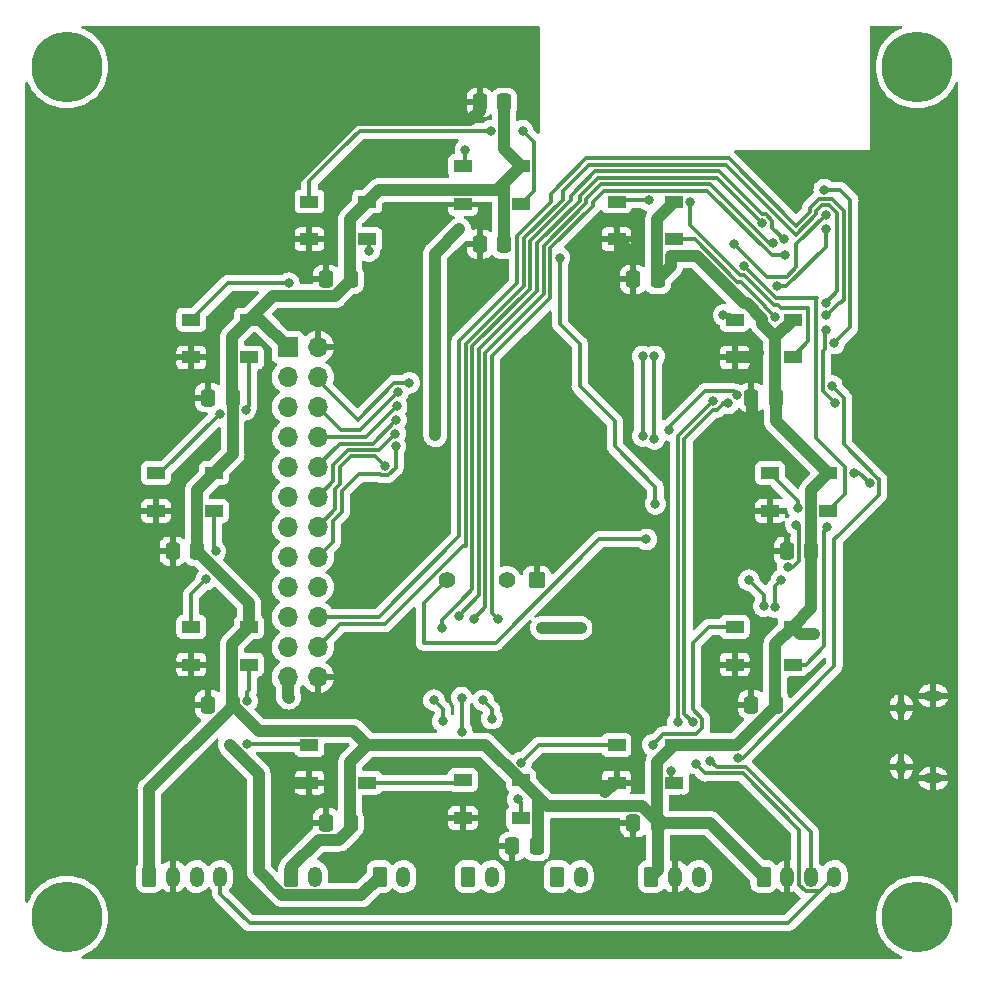
<source format=gbl>
G04 #@! TF.GenerationSoftware,KiCad,Pcbnew,(6.0.5)*
G04 #@! TF.CreationDate,2022-09-29T16:52:03+02:00*
G04 #@! TF.ProjectId,target,74617267-6574-42e6-9b69-6361645f7063,rev?*
G04 #@! TF.SameCoordinates,Original*
G04 #@! TF.FileFunction,Copper,L2,Bot*
G04 #@! TF.FilePolarity,Positive*
%FSLAX46Y46*%
G04 Gerber Fmt 4.6, Leading zero omitted, Abs format (unit mm)*
G04 Created by KiCad (PCBNEW (6.0.5)) date 2022-09-29 16:52:03*
%MOMM*%
%LPD*%
G01*
G04 APERTURE LIST*
G04 Aperture macros list*
%AMRoundRect*
0 Rectangle with rounded corners*
0 $1 Rounding radius*
0 $2 $3 $4 $5 $6 $7 $8 $9 X,Y pos of 4 corners*
0 Add a 4 corners polygon primitive as box body*
4,1,4,$2,$3,$4,$5,$6,$7,$8,$9,$2,$3,0*
0 Add four circle primitives for the rounded corners*
1,1,$1+$1,$2,$3*
1,1,$1+$1,$4,$5*
1,1,$1+$1,$6,$7*
1,1,$1+$1,$8,$9*
0 Add four rect primitives between the rounded corners*
20,1,$1+$1,$2,$3,$4,$5,0*
20,1,$1+$1,$4,$5,$6,$7,0*
20,1,$1+$1,$6,$7,$8,$9,0*
20,1,$1+$1,$8,$9,$2,$3,0*%
G04 Aperture macros list end*
G04 #@! TA.AperFunction,ComponentPad*
%ADD10C,6.000000*%
G04 #@! TD*
G04 #@! TA.AperFunction,ComponentPad*
%ADD11RoundRect,0.250000X-0.350000X-0.625000X0.350000X-0.625000X0.350000X0.625000X-0.350000X0.625000X0*%
G04 #@! TD*
G04 #@! TA.AperFunction,ComponentPad*
%ADD12O,1.200000X1.750000*%
G04 #@! TD*
G04 #@! TA.AperFunction,ComponentPad*
%ADD13O,0.950000X1.250000*%
G04 #@! TD*
G04 #@! TA.AperFunction,ComponentPad*
%ADD14O,1.550000X0.890000*%
G04 #@! TD*
G04 #@! TA.AperFunction,ComponentPad*
%ADD15R,1.700000X1.700000*%
G04 #@! TD*
G04 #@! TA.AperFunction,ComponentPad*
%ADD16O,1.700000X1.700000*%
G04 #@! TD*
G04 #@! TA.AperFunction,SMDPad,CuDef*
%ADD17RoundRect,0.250000X-0.337500X-0.475000X0.337500X-0.475000X0.337500X0.475000X-0.337500X0.475000X0*%
G04 #@! TD*
G04 #@! TA.AperFunction,SMDPad,CuDef*
%ADD18R,1.500000X1.000000*%
G04 #@! TD*
G04 #@! TA.AperFunction,ComponentPad*
%ADD19RoundRect,0.249200X0.450800X0.450800X-0.450800X0.450800X-0.450800X-0.450800X0.450800X-0.450800X0*%
G04 #@! TD*
G04 #@! TA.AperFunction,ComponentPad*
%ADD20C,1.400000*%
G04 #@! TD*
G04 #@! TA.AperFunction,ViaPad*
%ADD21C,0.800000*%
G04 #@! TD*
G04 #@! TA.AperFunction,Conductor*
%ADD22C,1.000000*%
G04 #@! TD*
G04 #@! TA.AperFunction,Conductor*
%ADD23C,0.350000*%
G04 #@! TD*
G04 APERTURE END LIST*
D10*
X186000000Y-54000000D03*
X258000000Y-126000000D03*
D11*
X235500000Y-122550000D03*
D12*
X237500000Y-122550000D03*
X239500000Y-122550000D03*
D11*
X227500000Y-122550000D03*
D12*
X229500000Y-122550000D03*
D11*
X220000000Y-122550000D03*
D12*
X222000000Y-122550000D03*
D11*
X193000000Y-122550000D03*
D12*
X195000000Y-122550000D03*
X197000000Y-122550000D03*
X199000000Y-122550000D03*
D11*
X245000000Y-122550000D03*
D12*
X247000000Y-122550000D03*
X249000000Y-122550000D03*
X251000000Y-122550000D03*
D10*
X186000000Y-126000000D03*
X258000000Y-54000000D03*
D13*
X256664000Y-113244000D03*
D14*
X259364000Y-114244000D03*
D13*
X256664000Y-108244000D03*
D14*
X259364000Y-107244000D03*
D11*
X212500000Y-122550000D03*
D12*
X214500000Y-122550000D03*
D11*
X205000000Y-122550000D03*
D12*
X207000000Y-122550000D03*
D15*
X204719000Y-77719000D03*
D16*
X207259000Y-77719000D03*
X204719000Y-80259000D03*
X207259000Y-80259000D03*
X204719000Y-82799000D03*
X207259000Y-82799000D03*
X204719000Y-85339000D03*
X207259000Y-85339000D03*
X204719000Y-87879000D03*
X207259000Y-87879000D03*
X204719000Y-90419000D03*
X207259000Y-90419000D03*
X204719000Y-92959000D03*
X207259000Y-92959000D03*
X204719000Y-95499000D03*
X207259000Y-95499000D03*
X204719000Y-98039000D03*
X207259000Y-98039000D03*
X204719000Y-100579000D03*
X207259000Y-100579000D03*
X204719000Y-103119000D03*
X207259000Y-103119000D03*
X204719000Y-105659000D03*
X207259000Y-105659000D03*
D17*
X197962500Y-108000000D03*
X200037500Y-108000000D03*
D18*
X193550000Y-91600000D03*
X193550000Y-88400000D03*
X198450000Y-88400000D03*
X198450000Y-91600000D03*
D17*
X207962500Y-118000000D03*
X210037500Y-118000000D03*
X243962500Y-82000000D03*
X246037500Y-82000000D03*
D18*
X219550000Y-65600000D03*
X219550000Y-62400000D03*
X224450000Y-62400000D03*
X224450000Y-65600000D03*
D17*
X220962500Y-57000000D03*
X223037500Y-57000000D03*
D18*
X196550000Y-78600000D03*
X196550000Y-75400000D03*
X201450000Y-75400000D03*
X201450000Y-78600000D03*
X242550000Y-104600000D03*
X242550000Y-101400000D03*
X247450000Y-101400000D03*
X247450000Y-104600000D03*
D17*
X223712500Y-120000000D03*
X225787500Y-120000000D03*
D18*
X245550000Y-91600000D03*
X245550000Y-88400000D03*
X250450000Y-88400000D03*
X250450000Y-91600000D03*
X232550000Y-114600000D03*
X232550000Y-111400000D03*
X237450000Y-111400000D03*
X237450000Y-114600000D03*
X206550000Y-114600000D03*
X206550000Y-111400000D03*
X211450000Y-111400000D03*
X211450000Y-114600000D03*
D17*
X207962500Y-72000000D03*
X210037500Y-72000000D03*
D19*
X225800000Y-97485000D03*
D20*
X223260000Y-97485000D03*
X218180000Y-97485000D03*
D17*
X233962500Y-72000000D03*
X236037500Y-72000000D03*
X197962500Y-82000000D03*
X200037500Y-82000000D03*
X194962500Y-95000000D03*
X197037500Y-95000000D03*
X233962500Y-118000000D03*
X236037500Y-118000000D03*
X246962500Y-95000000D03*
X249037500Y-95000000D03*
D18*
X206550000Y-68600000D03*
X206550000Y-65400000D03*
X211450000Y-65400000D03*
X211450000Y-68600000D03*
X242550000Y-78600000D03*
X242550000Y-75400000D03*
X247450000Y-75400000D03*
X247450000Y-78600000D03*
X219550000Y-117600000D03*
X219550000Y-114400000D03*
X224450000Y-114400000D03*
X224450000Y-117600000D03*
D17*
X220962500Y-69000000D03*
X223037500Y-69000000D03*
X243962500Y-108000000D03*
X246037500Y-108000000D03*
D18*
X196550000Y-104600000D03*
X196550000Y-101400000D03*
X201450000Y-101400000D03*
X201450000Y-104600000D03*
X232550000Y-68600000D03*
X232550000Y-65400000D03*
X237450000Y-65400000D03*
X237450000Y-68600000D03*
D21*
X224000000Y-110000000D03*
X218000000Y-113000000D03*
X238000000Y-116000000D03*
X244000000Y-106000000D03*
X248000000Y-106000000D03*
X202500000Y-67500000D03*
X210000000Y-102500000D03*
X202500000Y-92500000D03*
X220000000Y-72500000D03*
X215000000Y-70000000D03*
X235000000Y-75000000D03*
X255000000Y-60000000D03*
X257500000Y-95000000D03*
X257500000Y-77500000D03*
X202500000Y-125000000D03*
X210000000Y-122500000D03*
X217500000Y-122500000D03*
X225000000Y-122500000D03*
X232500000Y-122500000D03*
X242500000Y-122500000D03*
X255000000Y-120000000D03*
X242500000Y-117500000D03*
X250000000Y-115000000D03*
X250000000Y-107500000D03*
X242500000Y-87500000D03*
X232500000Y-105000000D03*
X225000000Y-105000000D03*
X212500000Y-107500000D03*
X197500000Y-117500000D03*
X240000000Y-95000000D03*
X225000000Y-95000000D03*
X215000000Y-95000000D03*
X200000000Y-60000000D03*
X225000000Y-55000000D03*
X210000000Y-55000000D03*
X195000000Y-55000000D03*
X195000000Y-70000000D03*
X195000000Y-85000000D03*
X195000000Y-100000000D03*
X190000000Y-110000000D03*
X190000000Y-65000000D03*
X190000000Y-80000000D03*
X190000000Y-95000000D03*
X185000000Y-120000000D03*
X185000000Y-105000000D03*
X185000000Y-90000000D03*
X185000000Y-75000000D03*
X185000000Y-60000000D03*
X235500000Y-97250000D03*
X246600000Y-62400000D03*
X219000000Y-105250000D03*
X232500000Y-98000000D03*
X205300000Y-63600000D03*
X244500000Y-78250000D03*
X231600000Y-115400480D03*
X204400000Y-114600000D03*
X234250000Y-70250000D03*
X244000000Y-84250000D03*
X249250000Y-102000000D03*
X204800000Y-107400000D03*
X199800000Y-111400000D03*
X229500000Y-101500000D03*
X219250000Y-67757176D03*
X217200000Y-85200000D03*
X226250000Y-101500000D03*
X219750000Y-61000000D03*
X224600000Y-59400000D03*
X221938000Y-59400000D03*
X211600000Y-69600000D03*
X204800000Y-72306500D03*
X201137000Y-83021392D03*
X198938000Y-83400000D03*
X198596215Y-95003785D03*
X197800000Y-97400000D03*
X201254928Y-111300000D03*
X201264047Y-107671619D03*
X224502464Y-112897536D03*
X224200000Y-116000000D03*
X235600000Y-111400000D03*
X237200000Y-113600000D03*
X247900989Y-91306995D03*
X250400000Y-93000000D03*
X243337022Y-70867664D03*
X241600000Y-75000000D03*
X238800000Y-65400000D03*
X235300000Y-65300000D03*
X250774500Y-81000000D03*
X246000000Y-75200000D03*
X242807873Y-112495807D03*
X215000000Y-80750000D03*
X214044776Y-81544776D03*
X213937120Y-82747742D03*
X213881638Y-83898534D03*
X213828922Y-85046560D03*
X242774500Y-81795443D03*
X212918929Y-87774500D03*
X237000000Y-84750000D03*
X213837302Y-86133489D03*
X251000000Y-77400000D03*
X250129502Y-64401470D03*
X250250000Y-75000000D03*
X250250000Y-74000000D03*
X239000000Y-109500000D03*
X242000000Y-82500000D03*
X240500000Y-112750000D03*
X239250000Y-113000000D03*
X237750000Y-109500000D03*
X240750000Y-82250000D03*
X245797655Y-68952345D03*
X219452345Y-110297655D03*
X220477345Y-100727345D03*
X219425941Y-107400498D03*
X217750000Y-101500000D03*
X246738287Y-68614386D03*
X246797655Y-69952345D03*
X222000000Y-109174500D03*
X222500000Y-100750000D03*
X221250000Y-107625500D03*
X244861224Y-67238776D03*
X217825500Y-109399502D03*
X217089450Y-107616209D03*
X219202345Y-100452345D03*
X246500000Y-97455500D03*
X247750000Y-92750000D03*
X247047655Y-96324500D03*
X246000000Y-99750000D03*
X252692433Y-88366933D03*
X254000000Y-89250000D03*
X227732430Y-70159058D03*
X235848520Y-91000000D03*
X245000000Y-99654500D03*
X243750000Y-97455500D03*
X250250000Y-76250000D03*
X235074020Y-94000000D03*
X251025500Y-82460405D03*
X235750000Y-85500000D03*
X235750000Y-78500000D03*
X250250000Y-67750000D03*
X246157334Y-72592666D03*
X250250000Y-66500000D03*
X234750000Y-85250000D03*
X234750000Y-78500000D03*
X242532334Y-68967666D03*
D22*
X232600000Y-68600000D02*
X234250000Y-70250000D01*
X233250000Y-97250000D02*
X232500000Y-98000000D01*
X220962500Y-57000000D02*
X220962500Y-57737500D01*
X232400480Y-114600000D02*
X231600000Y-115400480D01*
X244000000Y-82037500D02*
X243962500Y-82000000D01*
X242550000Y-78600000D02*
X244150000Y-78600000D01*
X244150000Y-78600000D02*
X244500000Y-78250000D01*
X220962500Y-57737500D02*
X220174520Y-58525480D01*
X232550000Y-68600000D02*
X232600000Y-68600000D01*
X232550000Y-114600000D02*
X232400480Y-114600000D01*
X210374520Y-58525480D02*
X205300000Y-63600000D01*
X220174520Y-58525480D02*
X219400000Y-58525480D01*
X235500000Y-97250000D02*
X233250000Y-97250000D01*
X219400000Y-58525480D02*
X210374520Y-58525480D01*
X206550000Y-114600000D02*
X204400000Y-114600000D01*
X244000000Y-84250000D02*
X244000000Y-82037500D01*
X210250489Y-110200489D02*
X202237989Y-110200489D01*
X207231696Y-73424520D02*
X208693304Y-73424520D01*
X210037500Y-72080324D02*
X210037500Y-72000000D01*
X201450000Y-99412500D02*
X197037500Y-95000000D01*
X236000489Y-117962989D02*
X236037500Y-118000000D01*
X197037500Y-95000000D02*
X197000489Y-94962989D01*
X210037500Y-72000000D02*
X210000489Y-71962989D01*
X197000489Y-89849511D02*
X198450000Y-88400000D01*
X249000489Y-89849511D02*
X249000489Y-94962989D01*
X236000489Y-71962989D02*
X236037500Y-72000000D01*
X202400000Y-75400000D02*
X204719000Y-77719000D01*
X237200000Y-70000000D02*
X239360137Y-70000000D01*
X225899511Y-115849511D02*
X225899511Y-119887989D01*
X212449511Y-64400489D02*
X222449511Y-64400489D01*
X200000489Y-81962989D02*
X200000489Y-76849511D01*
X244900489Y-75749511D02*
X246000489Y-76849511D01*
X236037500Y-118000000D02*
X236037500Y-122012500D01*
X207213176Y-73406000D02*
X207231696Y-73424520D01*
X222449511Y-64400489D02*
X224450000Y-62400000D01*
X200037500Y-108000000D02*
X200000489Y-107962989D01*
X202237989Y-110200489D02*
X200037500Y-108000000D01*
X200037500Y-82000000D02*
X200000489Y-81962989D01*
X246037500Y-108000000D02*
X246037500Y-108080324D01*
X246000489Y-76849511D02*
X246000489Y-81962989D01*
X207325480Y-119424520D02*
X209075480Y-119424520D01*
X210037500Y-118462500D02*
X210037500Y-118000000D01*
X246000489Y-107962989D02*
X246037500Y-108000000D01*
X246037500Y-82000000D02*
X246037500Y-83987500D01*
X205000000Y-121750000D02*
X207325480Y-119424520D01*
X223037500Y-57000000D02*
X223037500Y-60987500D01*
X248050000Y-102000000D02*
X247450000Y-101400000D01*
X247450000Y-101400000D02*
X246000489Y-102849511D01*
X236037500Y-72000000D02*
X237200000Y-70837500D01*
X223037500Y-60987500D02*
X224450000Y-62400000D01*
X200037500Y-86812500D02*
X200037500Y-82000000D01*
X200000489Y-76849511D02*
X201450000Y-75400000D01*
X249037500Y-95000000D02*
X249037500Y-99812500D01*
X201450000Y-101400000D02*
X201450000Y-99412500D01*
X197000489Y-94962989D02*
X197000489Y-89849511D01*
X237450000Y-65400000D02*
X236000489Y-66849511D01*
X249037500Y-99812500D02*
X247450000Y-101400000D01*
X211450000Y-111400000D02*
X210250489Y-110200489D01*
X224450000Y-114400000D02*
X221450000Y-111400000D01*
X224450000Y-114400000D02*
X225899511Y-115849511D01*
X246037500Y-108080324D02*
X242717824Y-111400000D01*
X246000489Y-81962989D02*
X246037500Y-82000000D01*
X243380069Y-74019932D02*
X243583174Y-74019932D01*
X200000489Y-102849511D02*
X201450000Y-101400000D01*
X249000489Y-94962989D02*
X249037500Y-95000000D01*
X246250489Y-76599511D02*
X247450000Y-75400000D01*
X201450000Y-75400000D02*
X203444000Y-73406000D01*
X210000489Y-112849511D02*
X210000489Y-117962989D01*
X208693304Y-73424520D02*
X210037500Y-72080324D01*
X223037500Y-69000000D02*
X223037500Y-66962500D01*
X236037500Y-117919676D02*
X234693304Y-116575480D01*
X203444000Y-73406000D02*
X207213176Y-73406000D01*
X233231696Y-116575480D02*
X233207176Y-116600000D01*
X239360137Y-70000000D02*
X243380069Y-74019932D01*
X246037500Y-83987500D02*
X250450000Y-88400000D01*
X246000489Y-102849511D02*
X246000489Y-107962989D01*
X244900489Y-75337247D02*
X244900489Y-75749511D01*
X236037500Y-118000000D02*
X236037500Y-117919676D01*
X247450000Y-75400000D02*
X246000489Y-76849511D01*
X211450000Y-65400000D02*
X212449511Y-64400489D01*
X243583174Y-74019932D02*
X244900489Y-75337247D01*
X236000489Y-112849511D02*
X236000489Y-117962989D01*
X234693304Y-116575480D02*
X233231696Y-116575480D01*
X245000000Y-122550000D02*
X240450000Y-118000000D01*
X250450000Y-88400000D02*
X249000489Y-89849511D01*
X200000489Y-107962989D02*
X200000489Y-102849511D01*
X193000000Y-115117824D02*
X200037500Y-108080324D01*
X242717824Y-111400000D02*
X237450000Y-111400000D01*
X240450000Y-118000000D02*
X236037500Y-118000000D01*
X198450000Y-88400000D02*
X200037500Y-86812500D01*
X211450000Y-111400000D02*
X210000489Y-112849511D01*
X233207176Y-116600000D02*
X226650000Y-116600000D01*
X223037500Y-66962500D02*
X223000489Y-66925489D01*
X210000489Y-71962989D02*
X210000489Y-66849511D01*
X205000000Y-122550000D02*
X205000000Y-121750000D01*
X201450000Y-75400000D02*
X202400000Y-75400000D01*
X236000489Y-66849511D02*
X236000489Y-71962989D01*
X200037500Y-108080324D02*
X200037500Y-108000000D01*
X226650000Y-116600000D02*
X224450000Y-114400000D01*
X225899511Y-119887989D02*
X225787500Y-120000000D01*
X237450000Y-111400000D02*
X236000489Y-112849511D01*
X210000489Y-117962989D02*
X210037500Y-118000000D01*
X193000000Y-122550000D02*
X193000000Y-115117824D01*
X223000489Y-66925489D02*
X223000489Y-63849511D01*
X210000489Y-66849511D02*
X211450000Y-65400000D01*
X223000489Y-63849511D02*
X224450000Y-62400000D01*
X237200000Y-70837500D02*
X237200000Y-70000000D01*
X249250000Y-102000000D02*
X248050000Y-102000000D01*
X209075480Y-119424520D02*
X210037500Y-118462500D01*
X221450000Y-111400000D02*
X211450000Y-111400000D01*
X236037500Y-122012500D02*
X235500000Y-122550000D01*
X226250000Y-101500000D02*
X229500000Y-101500000D01*
X199800000Y-111400000D02*
X202250000Y-113850000D01*
X204719000Y-107319000D02*
X204719000Y-105659000D01*
X210925480Y-124124520D02*
X212500000Y-122550000D01*
X217200000Y-85200000D02*
X217200000Y-69807176D01*
X202250000Y-113850000D02*
X202250000Y-122117824D01*
X217200000Y-69807176D02*
X219250000Y-67757176D01*
X202250000Y-122117824D02*
X204256696Y-124124520D01*
X204800000Y-107400000D02*
X204719000Y-107319000D01*
X204256696Y-124124520D02*
X210925480Y-124124520D01*
D23*
X219750000Y-62200000D02*
X219550000Y-62400000D01*
X219750000Y-61000000D02*
X219750000Y-62200000D01*
X209400000Y-60800000D02*
X210800000Y-59400000D01*
X225574511Y-60374511D02*
X225574511Y-64475489D01*
X206550000Y-63650000D02*
X209400000Y-60800000D01*
X224600000Y-59400000D02*
X225574511Y-60374511D01*
X206550000Y-65400000D02*
X206550000Y-63650000D01*
X225574511Y-64475489D02*
X224450000Y-65600000D01*
X210800000Y-59400000D02*
X221938000Y-59400000D01*
X211600000Y-68750000D02*
X211450000Y-68600000D01*
X211600000Y-69600000D02*
X211600000Y-68750000D01*
X196550000Y-75400000D02*
X199643500Y-72306500D01*
X199643500Y-72306500D02*
X204800000Y-72306500D01*
X193550000Y-88400000D02*
X193938000Y-88400000D01*
X201137000Y-83021392D02*
X201450000Y-82708392D01*
X193938000Y-88400000D02*
X198938000Y-83400000D01*
X201450000Y-82708392D02*
X201450000Y-78600000D01*
X196550000Y-98650000D02*
X196550000Y-101400000D01*
X197800000Y-97400000D02*
X196550000Y-98650000D01*
X198450000Y-91600000D02*
X198450000Y-94857570D01*
X198450000Y-94857570D02*
X198596215Y-95003785D01*
X201264047Y-106936942D02*
X201450000Y-106750989D01*
X201254928Y-111300000D02*
X206450000Y-111300000D01*
X201450000Y-106750989D02*
X201450000Y-104600000D01*
X201264047Y-107671619D02*
X201264047Y-106936942D01*
X206450000Y-111300000D02*
X206550000Y-111400000D01*
X219350000Y-114600000D02*
X219550000Y-114400000D01*
X211450000Y-114600000D02*
X219350000Y-114600000D01*
X224450000Y-117600000D02*
X224450000Y-116250000D01*
X224450000Y-116250000D02*
X224200000Y-116000000D01*
X226000000Y-111400000D02*
X232550000Y-111400000D01*
X224502464Y-112897536D02*
X226000000Y-111400000D01*
X236600000Y-110525489D02*
X236474511Y-110525489D01*
X239800000Y-109200000D02*
X239800000Y-110000000D01*
X236474511Y-110525489D02*
X235600000Y-111400000D01*
X237200000Y-114350000D02*
X237450000Y-114600000D01*
X239000000Y-102800000D02*
X239000000Y-108400000D01*
X239274511Y-110525489D02*
X236600000Y-110525489D01*
X237200000Y-113600000D02*
X237200000Y-114350000D01*
X242550000Y-101400000D02*
X240400000Y-101400000D01*
X240400000Y-101400000D02*
X239000000Y-102800000D01*
X239000000Y-108400000D02*
X239800000Y-109200000D01*
X239800000Y-110000000D02*
X239274511Y-110525489D01*
X250124520Y-93275480D02*
X250400000Y-93000000D01*
X250124520Y-103025480D02*
X250124520Y-101637762D01*
X247900989Y-90750989D02*
X245550000Y-88400000D01*
X247450000Y-104600000D02*
X248550000Y-104600000D01*
X248550000Y-104600000D02*
X250124520Y-103025480D01*
X250124520Y-101637762D02*
X250124520Y-93275480D01*
X247900989Y-91306995D02*
X247900989Y-90750989D01*
X249475489Y-77842508D02*
X249450480Y-77867517D01*
X249475489Y-73679186D02*
X249475489Y-77842508D01*
X246069358Y-73600000D02*
X249554675Y-73600000D01*
X251917922Y-87917922D02*
X251917922Y-90132078D01*
X242150000Y-75000000D02*
X242550000Y-75400000D01*
X249554675Y-73600000D02*
X249475489Y-73679186D01*
X249450480Y-85450480D02*
X251917922Y-87917922D01*
X243337022Y-70867664D02*
X246069358Y-73600000D01*
X241600000Y-75000000D02*
X242150000Y-75000000D01*
X249450480Y-77867517D02*
X249450480Y-85450480D01*
X251917922Y-90132078D02*
X250450000Y-91600000D01*
X248800000Y-74400000D02*
X246500000Y-74400000D01*
X243334395Y-71642175D02*
X243016208Y-71642175D01*
X238800000Y-67425967D02*
X238800000Y-65400000D01*
X232650000Y-65300000D02*
X232550000Y-65400000D01*
X247450000Y-78600000D02*
X248800000Y-77250000D01*
X246500000Y-74400000D02*
X246249520Y-74149520D01*
X248800000Y-77250000D02*
X248800000Y-74400000D01*
X246249520Y-74149520D02*
X245841739Y-74149519D01*
X245841739Y-74149519D02*
X243334395Y-71642175D01*
X243016208Y-71642175D02*
X238800000Y-67425967D01*
X235300000Y-65300000D02*
X232650000Y-65300000D01*
X251800000Y-85954675D02*
X251800000Y-85200000D01*
X242788589Y-72191694D02*
X239196895Y-68600000D01*
X254774511Y-90225489D02*
X254774511Y-88929186D01*
X251000000Y-104733204D02*
X251000000Y-101800000D01*
X243106777Y-72191695D02*
X242788589Y-72191694D01*
X246000000Y-75200000D02*
X245149520Y-74349520D01*
X254774511Y-88929186D02*
X254622663Y-88777338D01*
X251400000Y-93600000D02*
X254774511Y-90225489D01*
X242807873Y-112495807D02*
X243237397Y-112495807D01*
X251800000Y-82025500D02*
X250774500Y-81000000D01*
X245149520Y-74349520D02*
X245149520Y-74234438D01*
X243237397Y-112495807D02*
X251000000Y-104733204D01*
X251800000Y-85200000D02*
X251800000Y-82025500D01*
X251000000Y-101800000D02*
X251000000Y-94000000D01*
X245149520Y-74234438D02*
X243106777Y-72191695D01*
X251000000Y-94000000D02*
X251400000Y-93600000D01*
X239196895Y-68600000D02*
X237450000Y-68600000D01*
X254622663Y-88777338D02*
X251800000Y-85954675D01*
X207259000Y-80509000D02*
X207259000Y-80259000D01*
X213744227Y-80750000D02*
X210622113Y-83872113D01*
X215000000Y-80750000D02*
X213744227Y-80750000D01*
X210622113Y-83872113D02*
X207259000Y-80509000D01*
X210839552Y-84750000D02*
X209210000Y-84750000D01*
X209210000Y-84750000D02*
X207259000Y-82799000D01*
X214044776Y-81544776D02*
X210839552Y-84750000D01*
X211345862Y-85339000D02*
X207259000Y-85339000D01*
X213937120Y-82747742D02*
X211345862Y-85339000D01*
X207259000Y-87741000D02*
X207259000Y-87879000D01*
X211891652Y-85888520D02*
X209111480Y-85888520D01*
X209111480Y-85888520D02*
X207259000Y-87741000D01*
X213881638Y-83898534D02*
X211891652Y-85888520D01*
X209811960Y-86438040D02*
X208574489Y-87675511D01*
X208574489Y-87675511D02*
X208574489Y-89103511D01*
X212437442Y-86438040D02*
X209811960Y-86438040D01*
X213828922Y-85046560D02*
X212437442Y-86438040D01*
X208574489Y-89103511D02*
X207259000Y-90419000D01*
X209124008Y-89331130D02*
X208750000Y-89705138D01*
X237000000Y-84500000D02*
X240024511Y-81475489D01*
X242454546Y-81475489D02*
X242774500Y-81795443D01*
X208750000Y-89705138D02*
X208750000Y-91468000D01*
X209124009Y-87903129D02*
X209124008Y-89331130D01*
X212131989Y-86987560D02*
X210039578Y-86987560D01*
X237000000Y-84750000D02*
X237000000Y-84500000D01*
X208750000Y-91468000D02*
X207259000Y-92959000D01*
X212918929Y-87774500D02*
X212131989Y-86987560D01*
X210039578Y-86987560D02*
X209124009Y-87903129D01*
X240024511Y-81475489D02*
X242454546Y-81475489D01*
X209299519Y-91695619D02*
X208504000Y-92491138D01*
X213837302Y-86133489D02*
X213837302Y-87951452D01*
X213239743Y-88549011D02*
X212598115Y-88549011D01*
X213837302Y-87951452D02*
X213239743Y-88549011D01*
X208504000Y-94254000D02*
X207259000Y-95499000D01*
X208504000Y-92491138D02*
X208504000Y-94254000D01*
X209299520Y-89950480D02*
X209299519Y-91695619D01*
X212598115Y-88549011D02*
X212549104Y-88500000D01*
X210750000Y-88500000D02*
X209299520Y-89950480D01*
X212549104Y-88500000D02*
X210750000Y-88500000D01*
X252349039Y-76050961D02*
X251000000Y-77400000D01*
X252349039Y-65294763D02*
X252349039Y-76050961D01*
X251455746Y-64401470D02*
X252349039Y-65294763D01*
X250129502Y-64401470D02*
X251455746Y-64401470D01*
X224150960Y-68294765D02*
X224150961Y-72319547D01*
X251799519Y-66177056D02*
X250798432Y-65175969D01*
X250798432Y-65175969D02*
X249701567Y-65175970D01*
X226972862Y-65472862D02*
X224150960Y-68294765D01*
X251500000Y-74000000D02*
X251799520Y-73700480D01*
X248925970Y-66269754D02*
X247736431Y-67459293D01*
X247736431Y-67459293D02*
X242029539Y-61752401D01*
X219252402Y-93747598D02*
X212421000Y-100579000D01*
X250345325Y-75000000D02*
X251345325Y-74000000D01*
X229970461Y-61752401D02*
X226972862Y-64750000D01*
X250250000Y-75000000D02*
X250345325Y-75000000D01*
X219252402Y-77218106D02*
X219252402Y-93747598D01*
X242029539Y-61752401D02*
X229970461Y-61752401D01*
X226972862Y-64750000D02*
X226972862Y-65472862D01*
X224150961Y-72319547D02*
X219252402Y-77218106D01*
X251345325Y-74000000D02*
X251500000Y-74000000D01*
X249701567Y-65175970D02*
X248925969Y-65951568D01*
X248925969Y-65951568D02*
X248925970Y-66269754D01*
X212421000Y-100579000D02*
X207259000Y-100579000D01*
X251799520Y-73700480D02*
X251799519Y-66177056D01*
X219801921Y-94600000D02*
X219545411Y-94600000D01*
X227986431Y-64513569D02*
X227986431Y-65236431D01*
X230198080Y-62301920D02*
X227986431Y-64513569D01*
X250250000Y-74000000D02*
X251250000Y-73000000D01*
X250570814Y-65725489D02*
X249929186Y-65725489D01*
X249475489Y-66179186D02*
X249475489Y-66497373D01*
X251250000Y-66404675D02*
X250570814Y-65725489D01*
X249475489Y-66497373D02*
X247736431Y-68236431D01*
X219545411Y-94600000D02*
X212945411Y-101200000D01*
X227986431Y-65236431D02*
X224700481Y-68522381D01*
X249929186Y-65725489D02*
X249475489Y-66179186D01*
X241801920Y-62301920D02*
X230198080Y-62301920D01*
X224700481Y-68522381D02*
X224700481Y-72547165D01*
X247736431Y-68236431D02*
X241801920Y-62301920D01*
X224700481Y-72547165D02*
X219801921Y-77445725D01*
X209178000Y-101200000D02*
X207259000Y-103119000D01*
X251250000Y-73000000D02*
X251250000Y-66404675D01*
X212945411Y-101200000D02*
X209178000Y-101200000D01*
X219801921Y-77445725D02*
X219801921Y-94600000D01*
X241070814Y-83024511D02*
X241524511Y-82570814D01*
X238299520Y-108799520D02*
X238299520Y-85477618D01*
X240752627Y-83024511D02*
X241070814Y-83024511D01*
X243470318Y-113270318D02*
X241020318Y-113270318D01*
X249000000Y-118800000D02*
X243470318Y-113270318D01*
X249000000Y-122550000D02*
X249000000Y-118800000D01*
X241524511Y-82570814D02*
X241524511Y-82500000D01*
X241020318Y-113270318D02*
X240500000Y-112750000D01*
X238299520Y-85477618D02*
X240752627Y-83024511D01*
X241524511Y-82500000D02*
X242000000Y-82500000D01*
X239000000Y-109500000D02*
X238299520Y-108799520D01*
X199000000Y-122550000D02*
X199000000Y-124000000D01*
X240069838Y-113819838D02*
X239250000Y-113000000D01*
X199000000Y-124000000D02*
X201500000Y-126500000D01*
X237750000Y-109500000D02*
X237750000Y-85250000D01*
X201500000Y-126500000D02*
X247050000Y-126500000D01*
X248025480Y-118602618D02*
X243242700Y-113819838D01*
X249750480Y-123799520D02*
X248596341Y-123799520D01*
X243242700Y-113819838D02*
X240069838Y-113819838D01*
X248596341Y-123799520D02*
X248025480Y-123228659D01*
X248025480Y-123228659D02*
X248025480Y-118602618D01*
X251000000Y-122550000D02*
X249750480Y-123799520D01*
X237750000Y-85250000D02*
X240750000Y-82250000D01*
X247050000Y-126500000D02*
X251000000Y-122550000D01*
X221450480Y-78200480D02*
X221450480Y-99754210D01*
X219452345Y-110297655D02*
X219452345Y-107426902D01*
X245479483Y-68952345D02*
X240477618Y-63950480D01*
X221450480Y-99754210D02*
X220477345Y-100727345D01*
X226402138Y-73248822D02*
X221450480Y-78200480D01*
X226402138Y-69152138D02*
X226402138Y-73248822D01*
X230000000Y-65173840D02*
X230000000Y-65554276D01*
X219452345Y-107426902D02*
X219425941Y-107400498D01*
X240477618Y-63950480D02*
X231223360Y-63950480D01*
X245797655Y-68952345D02*
X245479483Y-68952345D01*
X231223360Y-63950480D02*
X230000000Y-65173840D01*
X230000000Y-65554276D02*
X226402138Y-69152138D01*
X228722862Y-65277138D02*
X225250000Y-68750000D01*
X245727619Y-67603718D02*
X245727619Y-67009846D01*
X217750000Y-100809365D02*
X219351441Y-99207924D01*
X225250000Y-72774784D02*
X220351441Y-77673343D01*
X245727619Y-67009846D02*
X245182038Y-66464265D01*
X225250000Y-68750000D02*
X225250000Y-72774784D01*
X220351441Y-98207924D02*
X219351441Y-99207924D01*
X228722862Y-64896702D02*
X228722862Y-65277138D01*
X244863851Y-66464265D02*
X241251027Y-62851441D01*
X230768124Y-62851440D02*
X228722862Y-64896702D01*
X217750000Y-101500000D02*
X217750000Y-100809365D01*
X220351441Y-77673343D02*
X220351441Y-98207924D01*
X246738287Y-68614386D02*
X245727619Y-67603718D01*
X245182038Y-66464265D02*
X244863851Y-66464265D01*
X241251027Y-62851441D02*
X230768124Y-62851440D01*
X246797655Y-69952345D02*
X245702345Y-69952345D01*
X231450978Y-64500000D02*
X230549520Y-65401458D01*
X226957919Y-69373495D02*
X226957919Y-73542081D01*
X230549520Y-65781894D02*
X226957919Y-69373495D01*
X240250000Y-64500000D02*
X231450978Y-64500000D01*
X222000000Y-78500000D02*
X222000000Y-100250000D01*
X222000000Y-108375500D02*
X221250000Y-107625500D01*
X230549520Y-65401458D02*
X230549520Y-65781894D01*
X226957919Y-73542081D02*
X222000000Y-78500000D01*
X222000000Y-109174500D02*
X222000000Y-108375500D01*
X222000000Y-100250000D02*
X222500000Y-100750000D01*
X245702345Y-69952345D02*
X240250000Y-64500000D01*
X244861224Y-67238776D02*
X241023408Y-63400960D01*
X225852618Y-72949304D02*
X220900961Y-77900961D01*
X217825500Y-108352259D02*
X217089450Y-107616209D01*
X230995742Y-63400960D02*
X229450481Y-64946221D01*
X229450481Y-65326657D02*
X225852618Y-68924520D01*
X220900961Y-77900961D02*
X220900961Y-98753729D01*
X220900961Y-98753729D02*
X219202345Y-100452345D01*
X241023408Y-63400960D02*
X230995742Y-63400960D01*
X217825500Y-109399502D02*
X217825500Y-108352259D01*
X225852618Y-68924520D02*
X225852618Y-72949304D01*
X229450481Y-64946221D02*
X229450481Y-65326657D01*
X246000000Y-99750000D02*
X246000000Y-97955500D01*
X246000000Y-97955500D02*
X246500000Y-97455500D01*
X248000000Y-93000000D02*
X247750000Y-92750000D01*
X247512520Y-96324500D02*
X248000000Y-95837020D01*
X247047655Y-96324500D02*
X247512520Y-96324500D01*
X248000000Y-95837020D02*
X248000000Y-93000000D01*
X229422655Y-77422655D02*
X227732430Y-75732430D01*
X252692433Y-88366933D02*
X253116933Y-88366933D01*
X227732430Y-75732430D02*
X227732430Y-70159058D01*
X232400000Y-86100000D02*
X232400000Y-83995325D01*
X235848520Y-91000000D02*
X235848520Y-89548520D01*
X253116933Y-88366933D02*
X254000000Y-89250000D01*
X232400000Y-83995325D02*
X229422655Y-81017980D01*
X235848520Y-89548520D02*
X232400000Y-86100000D01*
X229422655Y-81017980D02*
X229422655Y-77422655D01*
X245000000Y-98705500D02*
X243750000Y-97455500D01*
X245000000Y-99654500D02*
X245000000Y-98705500D01*
X250000000Y-78095135D02*
X250225489Y-77869646D01*
X231068673Y-94000000D02*
X222318673Y-102750000D01*
X222318673Y-102750000D02*
X216250000Y-102750000D01*
X250225489Y-76274511D02*
X250250000Y-76250000D01*
X216250000Y-102750000D02*
X216250000Y-99415000D01*
X235074020Y-94000000D02*
X231068673Y-94000000D01*
X250000000Y-81434905D02*
X250000000Y-78095135D01*
X250225489Y-77869646D02*
X250225489Y-76274511D01*
X251025500Y-82460405D02*
X250000000Y-81434905D01*
X216250000Y-99415000D02*
X218180000Y-97485000D01*
X246907334Y-72592666D02*
X250250000Y-69250000D01*
X250250000Y-69250000D02*
X250250000Y-67750000D01*
X235750000Y-85500000D02*
X235750000Y-78500000D01*
X246157334Y-72592666D02*
X246907334Y-72592666D01*
X246972862Y-71750000D02*
X247736431Y-70986431D01*
X234750000Y-85250000D02*
X234750000Y-78500000D01*
X242532334Y-68967666D02*
X245314668Y-71750000D01*
X245314668Y-71750000D02*
X246972862Y-71750000D01*
X247736431Y-70986431D02*
X247736431Y-69013569D01*
X247736431Y-69013569D02*
X250250000Y-66500000D01*
G04 #@! TA.AperFunction,Conductor*
G36*
X225972121Y-50528502D02*
G01*
X226018614Y-50582158D01*
X226030000Y-50634500D01*
X226030000Y-59559195D01*
X226009998Y-59627316D01*
X225956342Y-59673809D01*
X225886068Y-59683913D01*
X225821488Y-59654419D01*
X225814905Y-59648290D01*
X225538817Y-59372202D01*
X225504791Y-59309890D01*
X225502602Y-59296277D01*
X225494232Y-59216635D01*
X225494232Y-59216633D01*
X225493542Y-59210072D01*
X225434527Y-59028444D01*
X225339040Y-58863056D01*
X225283818Y-58801725D01*
X225215675Y-58726045D01*
X225215674Y-58726044D01*
X225211253Y-58721134D01*
X225056752Y-58608882D01*
X225050724Y-58606198D01*
X225050722Y-58606197D01*
X224888319Y-58533891D01*
X224888318Y-58533891D01*
X224882288Y-58531206D01*
X224788887Y-58511353D01*
X224701944Y-58492872D01*
X224701939Y-58492872D01*
X224695487Y-58491500D01*
X224504513Y-58491500D01*
X224498061Y-58492872D01*
X224498056Y-58492872D01*
X224411113Y-58511353D01*
X224317712Y-58531206D01*
X224311685Y-58533889D01*
X224311677Y-58533892D01*
X224223248Y-58573263D01*
X224152881Y-58582697D01*
X224088584Y-58552590D01*
X224050771Y-58492501D01*
X224046000Y-58458156D01*
X224046000Y-57867707D01*
X224061951Y-57811431D01*
X224060180Y-57810605D01*
X224063275Y-57803968D01*
X224067115Y-57797738D01*
X224122797Y-57629861D01*
X224133500Y-57525400D01*
X224133500Y-56474600D01*
X224133163Y-56471350D01*
X224123238Y-56375692D01*
X224123237Y-56375688D01*
X224122526Y-56368834D01*
X224066550Y-56201054D01*
X223973478Y-56050652D01*
X223848303Y-55925695D01*
X223842072Y-55921854D01*
X223703968Y-55836725D01*
X223703966Y-55836724D01*
X223697738Y-55832885D01*
X223617995Y-55806436D01*
X223536389Y-55779368D01*
X223536387Y-55779368D01*
X223529861Y-55777203D01*
X223523025Y-55776503D01*
X223523022Y-55776502D01*
X223479969Y-55772091D01*
X223425400Y-55766500D01*
X222649600Y-55766500D01*
X222646354Y-55766837D01*
X222646350Y-55766837D01*
X222550692Y-55776762D01*
X222550688Y-55776763D01*
X222543834Y-55777474D01*
X222537298Y-55779655D01*
X222537296Y-55779655D01*
X222520928Y-55785116D01*
X222376054Y-55833450D01*
X222225652Y-55926522D01*
X222100695Y-56051697D01*
X222097898Y-56056235D01*
X222040647Y-56096824D01*
X221969724Y-56100054D01*
X221908313Y-56064428D01*
X221900938Y-56055932D01*
X221892902Y-56045793D01*
X221778171Y-55931261D01*
X221766760Y-55922249D01*
X221628757Y-55837184D01*
X221615576Y-55831037D01*
X221461290Y-55779862D01*
X221447914Y-55776995D01*
X221353562Y-55767328D01*
X221347145Y-55767000D01*
X221234615Y-55767000D01*
X221219376Y-55771475D01*
X221218171Y-55772865D01*
X221216500Y-55780548D01*
X221216500Y-58214884D01*
X221220975Y-58230123D01*
X221222365Y-58231328D01*
X221230048Y-58232999D01*
X221347095Y-58232999D01*
X221353614Y-58232662D01*
X221449206Y-58222743D01*
X221462600Y-58219851D01*
X221616784Y-58168412D01*
X221629962Y-58162239D01*
X221767807Y-58076937D01*
X221779208Y-58067901D01*
X221813827Y-58033222D01*
X221876110Y-57999143D01*
X221946930Y-58004146D01*
X222003803Y-58046644D01*
X222028671Y-58113142D01*
X222029000Y-58122240D01*
X222029000Y-58365500D01*
X222008998Y-58433621D01*
X221955342Y-58480114D01*
X221903000Y-58491500D01*
X221842513Y-58491500D01*
X221836061Y-58492872D01*
X221836056Y-58492872D01*
X221749113Y-58511353D01*
X221655712Y-58531206D01*
X221649682Y-58533891D01*
X221649681Y-58533891D01*
X221487278Y-58606197D01*
X221487276Y-58606198D01*
X221481248Y-58608882D01*
X221475907Y-58612762D01*
X221475906Y-58612763D01*
X221366246Y-58692436D01*
X221299378Y-58716295D01*
X221292185Y-58716500D01*
X210828056Y-58716500D01*
X210819486Y-58716208D01*
X210818443Y-58716137D01*
X210763966Y-58712423D01*
X210756489Y-58713728D01*
X210756486Y-58713728D01*
X210703342Y-58723003D01*
X210696819Y-58723966D01*
X210643308Y-58730442D01*
X210643307Y-58730442D01*
X210635765Y-58731355D01*
X210628655Y-58734041D01*
X210623752Y-58735246D01*
X210613266Y-58738114D01*
X210608474Y-58739561D01*
X210600996Y-58740866D01*
X210594044Y-58743918D01*
X210594043Y-58743918D01*
X210544659Y-58765595D01*
X210538554Y-58768086D01*
X210488118Y-58787145D01*
X210488115Y-58787147D01*
X210481011Y-58789831D01*
X210474754Y-58794131D01*
X210470286Y-58796467D01*
X210460840Y-58801725D01*
X210456474Y-58804307D01*
X210449515Y-58807362D01*
X210400696Y-58844823D01*
X210395377Y-58848686D01*
X210366150Y-58868774D01*
X210344674Y-58883534D01*
X210339623Y-58889203D01*
X210304768Y-58928323D01*
X210299787Y-58933598D01*
X206086541Y-63146844D01*
X206080276Y-63152698D01*
X206038330Y-63189290D01*
X206002934Y-63239655D01*
X205999022Y-63244920D01*
X205961065Y-63293328D01*
X205957939Y-63300252D01*
X205955329Y-63304561D01*
X205949958Y-63313976D01*
X205947573Y-63318424D01*
X205943205Y-63324639D01*
X205931335Y-63355084D01*
X205920858Y-63381957D01*
X205918306Y-63388029D01*
X205892986Y-63444105D01*
X205891600Y-63451582D01*
X205890090Y-63456402D01*
X205887118Y-63466835D01*
X205885870Y-63471696D01*
X205883111Y-63478772D01*
X205876195Y-63531304D01*
X205875082Y-63539762D01*
X205874050Y-63546278D01*
X205862839Y-63606767D01*
X205863276Y-63614347D01*
X205863276Y-63614348D01*
X205866291Y-63666642D01*
X205866500Y-63673894D01*
X205866500Y-64266116D01*
X205846498Y-64334237D01*
X205792842Y-64380730D01*
X205751793Y-64390826D01*
X205751866Y-64391500D01*
X205689684Y-64398255D01*
X205553295Y-64449385D01*
X205436739Y-64536739D01*
X205349385Y-64653295D01*
X205298255Y-64789684D01*
X205291500Y-64851866D01*
X205291500Y-65948134D01*
X205298255Y-66010316D01*
X205349385Y-66146705D01*
X205436739Y-66263261D01*
X205553295Y-66350615D01*
X205689684Y-66401745D01*
X205751866Y-66408500D01*
X207348134Y-66408500D01*
X207410316Y-66401745D01*
X207546705Y-66350615D01*
X207663261Y-66263261D01*
X207750615Y-66146705D01*
X207801745Y-66010316D01*
X207808500Y-65948134D01*
X207808500Y-64851866D01*
X207801745Y-64789684D01*
X207750615Y-64653295D01*
X207663261Y-64536739D01*
X207546705Y-64449385D01*
X207410316Y-64398255D01*
X207348134Y-64391500D01*
X207348258Y-64390361D01*
X207285766Y-64368289D01*
X207242232Y-64312206D01*
X207233500Y-64266116D01*
X207233500Y-63985305D01*
X207253502Y-63917184D01*
X207270405Y-63896210D01*
X211046210Y-60120405D01*
X211108522Y-60086379D01*
X211135305Y-60083500D01*
X219078034Y-60083500D01*
X219146155Y-60103502D01*
X219192648Y-60157158D01*
X219202752Y-60227432D01*
X219173258Y-60292012D01*
X219152095Y-60311436D01*
X219138747Y-60321134D01*
X219010960Y-60463056D01*
X218915473Y-60628444D01*
X218856458Y-60810072D01*
X218855768Y-60816633D01*
X218855768Y-60816635D01*
X218839569Y-60970762D01*
X218836496Y-61000000D01*
X218837186Y-61006565D01*
X218853288Y-61159763D01*
X218856458Y-61189928D01*
X218868420Y-61226743D01*
X218870448Y-61297708D01*
X218833786Y-61358507D01*
X218770074Y-61389832D01*
X218755396Y-61391494D01*
X218755285Y-61391500D01*
X218751866Y-61391500D01*
X218689684Y-61398255D01*
X218553295Y-61449385D01*
X218436739Y-61536739D01*
X218349385Y-61653295D01*
X218298255Y-61789684D01*
X218291500Y-61851866D01*
X218291500Y-62948134D01*
X218298255Y-63010316D01*
X218349385Y-63146705D01*
X218382152Y-63190426D01*
X218406999Y-63256930D01*
X218391946Y-63326312D01*
X218341773Y-63376543D01*
X218281325Y-63391989D01*
X212511354Y-63391989D01*
X212497747Y-63391252D01*
X212466249Y-63387830D01*
X212466244Y-63387830D01*
X212460123Y-63387165D01*
X212433873Y-63389462D01*
X212410123Y-63391539D01*
X212405297Y-63391868D01*
X212402825Y-63391989D01*
X212399742Y-63391989D01*
X212387773Y-63393163D01*
X212357005Y-63396179D01*
X212355692Y-63396301D01*
X212311427Y-63400174D01*
X212263098Y-63404402D01*
X212257979Y-63405889D01*
X212252678Y-63406409D01*
X212163677Y-63433280D01*
X212162544Y-63433615D01*
X212079097Y-63457859D01*
X212079093Y-63457861D01*
X212073175Y-63459580D01*
X212068443Y-63462033D01*
X212063342Y-63463573D01*
X212057899Y-63466467D01*
X211981251Y-63507220D01*
X211980085Y-63507832D01*
X211912171Y-63543036D01*
X211897585Y-63550597D01*
X211893422Y-63553920D01*
X211888715Y-63556423D01*
X211816593Y-63615244D01*
X211815737Y-63615935D01*
X211776538Y-63647227D01*
X211774034Y-63649731D01*
X211773316Y-63650373D01*
X211768983Y-63654074D01*
X211735449Y-63681424D01*
X211706220Y-63716756D01*
X211698239Y-63725526D01*
X211069171Y-64354595D01*
X211006858Y-64388620D01*
X210980075Y-64391500D01*
X210651866Y-64391500D01*
X210589684Y-64398255D01*
X210453295Y-64449385D01*
X210336739Y-64536739D01*
X210249385Y-64653295D01*
X210198255Y-64789684D01*
X210191500Y-64851866D01*
X210191500Y-65180074D01*
X210171498Y-65248195D01*
X210154596Y-65269169D01*
X209331106Y-66092660D01*
X209320962Y-66101762D01*
X209291464Y-66125479D01*
X209259198Y-66163932D01*
X209256017Y-66167580D01*
X209254374Y-66169392D01*
X209252180Y-66171586D01*
X209224847Y-66204860D01*
X209224185Y-66205658D01*
X209164335Y-66276985D01*
X209161767Y-66281655D01*
X209158386Y-66285772D01*
X209130353Y-66338054D01*
X209114512Y-66367597D01*
X209113883Y-66368756D01*
X209072027Y-66444892D01*
X209072024Y-66444900D01*
X209069056Y-66450298D01*
X209067444Y-66455380D01*
X209064927Y-66460074D01*
X209037727Y-66549042D01*
X209037407Y-66550070D01*
X209009254Y-66638817D01*
X209008660Y-66644113D01*
X209007102Y-66649209D01*
X209003136Y-66688257D01*
X208997707Y-66741698D01*
X208997578Y-66742904D01*
X208991989Y-66792738D01*
X208991989Y-66796265D01*
X208991934Y-66797250D01*
X208991487Y-66802930D01*
X208987115Y-66845973D01*
X208987695Y-66852104D01*
X208991430Y-66891620D01*
X208991989Y-66903478D01*
X208991989Y-70840890D01*
X208971987Y-70909011D01*
X208918331Y-70955504D01*
X208848057Y-70965608D01*
X208783477Y-70936114D01*
X208778755Y-70931722D01*
X208766760Y-70922249D01*
X208628757Y-70837184D01*
X208615576Y-70831037D01*
X208461290Y-70779862D01*
X208447914Y-70776995D01*
X208353562Y-70767328D01*
X208347145Y-70767000D01*
X208234615Y-70767000D01*
X208219376Y-70771475D01*
X208218171Y-70772865D01*
X208216500Y-70780548D01*
X208216500Y-72128000D01*
X208196498Y-72196121D01*
X208142842Y-72242614D01*
X208090500Y-72254000D01*
X206885116Y-72254000D01*
X206869877Y-72258475D01*
X206868672Y-72259865D01*
X206867001Y-72267548D01*
X206867001Y-72271500D01*
X206846999Y-72339621D01*
X206793343Y-72386114D01*
X206741001Y-72397500D01*
X205836520Y-72397500D01*
X205768399Y-72377498D01*
X205721906Y-72323842D01*
X205711210Y-72284671D01*
X205694232Y-72123135D01*
X205694232Y-72123133D01*
X205693542Y-72116572D01*
X205634527Y-71934944D01*
X205539040Y-71769556D01*
X205505632Y-71732452D01*
X205501520Y-71727885D01*
X206867000Y-71727885D01*
X206871475Y-71743124D01*
X206872865Y-71744329D01*
X206880548Y-71746000D01*
X207690385Y-71746000D01*
X207705624Y-71741525D01*
X207706829Y-71740135D01*
X207708500Y-71732452D01*
X207708500Y-70785116D01*
X207704025Y-70769877D01*
X207702635Y-70768672D01*
X207694952Y-70767001D01*
X207577905Y-70767001D01*
X207571386Y-70767338D01*
X207475794Y-70777257D01*
X207462400Y-70780149D01*
X207308216Y-70831588D01*
X207295038Y-70837761D01*
X207157193Y-70923063D01*
X207145792Y-70932099D01*
X207031261Y-71046829D01*
X207022249Y-71058240D01*
X206937184Y-71196243D01*
X206931037Y-71209424D01*
X206879862Y-71363710D01*
X206876995Y-71377086D01*
X206867328Y-71471438D01*
X206867000Y-71477855D01*
X206867000Y-71727885D01*
X205501520Y-71727885D01*
X205415675Y-71632545D01*
X205415674Y-71632544D01*
X205411253Y-71627634D01*
X205312157Y-71555636D01*
X205262094Y-71519263D01*
X205262093Y-71519262D01*
X205256752Y-71515382D01*
X205250724Y-71512698D01*
X205250722Y-71512697D01*
X205088319Y-71440391D01*
X205088318Y-71440391D01*
X205082288Y-71437706D01*
X204954836Y-71410615D01*
X204901944Y-71399372D01*
X204901939Y-71399372D01*
X204895487Y-71398000D01*
X204704513Y-71398000D01*
X204698061Y-71399372D01*
X204698056Y-71399372D01*
X204645164Y-71410615D01*
X204517712Y-71437706D01*
X204511682Y-71440391D01*
X204511681Y-71440391D01*
X204349278Y-71512697D01*
X204349276Y-71512698D01*
X204343248Y-71515382D01*
X204337907Y-71519262D01*
X204337906Y-71519263D01*
X204228246Y-71598936D01*
X204161378Y-71622795D01*
X204154185Y-71623000D01*
X199671556Y-71623000D01*
X199662986Y-71622708D01*
X199661943Y-71622637D01*
X199607466Y-71618923D01*
X199599989Y-71620228D01*
X199599986Y-71620228D01*
X199546842Y-71629503D01*
X199540319Y-71630466D01*
X199486808Y-71636942D01*
X199486807Y-71636942D01*
X199479265Y-71637855D01*
X199472155Y-71640541D01*
X199467252Y-71641746D01*
X199456766Y-71644614D01*
X199451974Y-71646061D01*
X199444496Y-71647366D01*
X199437544Y-71650418D01*
X199437543Y-71650418D01*
X199388159Y-71672095D01*
X199382054Y-71674586D01*
X199331618Y-71693645D01*
X199331615Y-71693647D01*
X199324511Y-71696331D01*
X199318254Y-71700631D01*
X199313786Y-71702967D01*
X199304340Y-71708225D01*
X199299974Y-71710807D01*
X199293015Y-71713862D01*
X199244196Y-71751323D01*
X199238877Y-71755186D01*
X199209650Y-71775274D01*
X199188174Y-71790034D01*
X199183123Y-71795703D01*
X199148268Y-71834823D01*
X199143287Y-71840098D01*
X196628790Y-74354595D01*
X196566478Y-74388621D01*
X196539695Y-74391500D01*
X195751866Y-74391500D01*
X195689684Y-74398255D01*
X195553295Y-74449385D01*
X195436739Y-74536739D01*
X195349385Y-74653295D01*
X195298255Y-74789684D01*
X195291500Y-74851866D01*
X195291500Y-75948134D01*
X195298255Y-76010316D01*
X195349385Y-76146705D01*
X195436739Y-76263261D01*
X195553295Y-76350615D01*
X195689684Y-76401745D01*
X195751866Y-76408500D01*
X197348134Y-76408500D01*
X197410316Y-76401745D01*
X197546705Y-76350615D01*
X197663261Y-76263261D01*
X197750615Y-76146705D01*
X197801745Y-76010316D01*
X197808500Y-75948134D01*
X197808500Y-75160305D01*
X197828502Y-75092184D01*
X197845405Y-75071210D01*
X199889710Y-73026905D01*
X199952022Y-72992879D01*
X199978805Y-72990000D01*
X202129575Y-72990000D01*
X202197696Y-73010002D01*
X202244189Y-73063658D01*
X202254293Y-73133932D01*
X202224799Y-73198512D01*
X202218670Y-73205095D01*
X201069171Y-74354595D01*
X201006859Y-74388620D01*
X200980076Y-74391500D01*
X200651866Y-74391500D01*
X200589684Y-74398255D01*
X200453295Y-74449385D01*
X200336739Y-74536739D01*
X200249385Y-74653295D01*
X200198255Y-74789684D01*
X200191500Y-74851866D01*
X200191500Y-75180074D01*
X200171498Y-75248195D01*
X200154596Y-75269169D01*
X199331106Y-76092660D01*
X199320962Y-76101762D01*
X199291464Y-76125479D01*
X199266961Y-76154680D01*
X199259198Y-76163932D01*
X199256017Y-76167580D01*
X199254374Y-76169392D01*
X199252180Y-76171586D01*
X199224847Y-76204860D01*
X199224185Y-76205658D01*
X199164335Y-76276985D01*
X199161767Y-76281655D01*
X199158386Y-76285772D01*
X199140565Y-76319009D01*
X199114512Y-76367597D01*
X199113883Y-76368756D01*
X199072027Y-76444892D01*
X199072024Y-76444900D01*
X199069056Y-76450298D01*
X199067444Y-76455380D01*
X199064927Y-76460074D01*
X199037727Y-76549042D01*
X199037407Y-76550070D01*
X199009254Y-76638817D01*
X199008660Y-76644113D01*
X199007102Y-76649209D01*
X199000115Y-76717995D01*
X198997707Y-76741698D01*
X198997578Y-76742904D01*
X198995256Y-76763609D01*
X198992904Y-76784584D01*
X198991989Y-76792738D01*
X198991989Y-76796265D01*
X198991934Y-76797250D01*
X198991487Y-76802930D01*
X198987115Y-76845973D01*
X198990136Y-76877932D01*
X198991430Y-76891620D01*
X198991989Y-76903478D01*
X198991989Y-80840890D01*
X198971987Y-80909011D01*
X198918331Y-80955504D01*
X198848057Y-80965608D01*
X198783477Y-80936114D01*
X198778755Y-80931722D01*
X198766760Y-80922249D01*
X198628757Y-80837184D01*
X198615576Y-80831037D01*
X198461290Y-80779862D01*
X198447914Y-80776995D01*
X198353562Y-80767328D01*
X198347145Y-80767000D01*
X198234615Y-80767000D01*
X198219376Y-80771475D01*
X198218171Y-80772865D01*
X198216500Y-80780548D01*
X198216500Y-82128000D01*
X198196498Y-82196121D01*
X198142842Y-82242614D01*
X198090500Y-82254000D01*
X196885116Y-82254000D01*
X196869877Y-82258475D01*
X196868672Y-82259865D01*
X196867001Y-82267548D01*
X196867001Y-82522095D01*
X196867338Y-82528614D01*
X196877257Y-82624206D01*
X196880149Y-82637600D01*
X196931588Y-82791784D01*
X196937761Y-82804962D01*
X197023063Y-82942807D01*
X197032099Y-82954208D01*
X197146829Y-83068739D01*
X197158240Y-83077751D01*
X197296243Y-83162816D01*
X197309424Y-83168963D01*
X197463710Y-83220138D01*
X197477086Y-83223005D01*
X197571438Y-83232672D01*
X197577854Y-83233000D01*
X197834196Y-83232999D01*
X197902316Y-83253001D01*
X197948809Y-83306656D01*
X197958914Y-83376930D01*
X197929421Y-83441511D01*
X197923291Y-83448094D01*
X194016790Y-87354595D01*
X193954478Y-87388621D01*
X193927695Y-87391500D01*
X192751866Y-87391500D01*
X192689684Y-87398255D01*
X192553295Y-87449385D01*
X192436739Y-87536739D01*
X192349385Y-87653295D01*
X192298255Y-87789684D01*
X192291500Y-87851866D01*
X192291500Y-88948134D01*
X192298255Y-89010316D01*
X192349385Y-89146705D01*
X192436739Y-89263261D01*
X192553295Y-89350615D01*
X192689684Y-89401745D01*
X192751866Y-89408500D01*
X194348134Y-89408500D01*
X194410316Y-89401745D01*
X194546705Y-89350615D01*
X194663261Y-89263261D01*
X194750615Y-89146705D01*
X194801745Y-89010316D01*
X194808500Y-88948134D01*
X194808500Y-88548305D01*
X194828502Y-88480184D01*
X194845405Y-88459210D01*
X198813905Y-84490710D01*
X198876217Y-84456684D01*
X198947032Y-84461749D01*
X199003868Y-84504296D01*
X199028679Y-84570816D01*
X199029000Y-84579805D01*
X199029000Y-86342575D01*
X199008998Y-86410696D01*
X198992100Y-86431665D01*
X198069170Y-87354596D01*
X198006859Y-87388620D01*
X197980076Y-87391500D01*
X197651866Y-87391500D01*
X197589684Y-87398255D01*
X197453295Y-87449385D01*
X197336739Y-87536739D01*
X197249385Y-87653295D01*
X197198255Y-87789684D01*
X197191500Y-87851866D01*
X197191500Y-88180074D01*
X197171498Y-88248195D01*
X197154596Y-88269169D01*
X196331106Y-89092660D01*
X196320962Y-89101762D01*
X196291464Y-89125479D01*
X196263185Y-89159180D01*
X196259198Y-89163932D01*
X196256017Y-89167580D01*
X196254374Y-89169392D01*
X196252180Y-89171586D01*
X196224847Y-89204860D01*
X196224185Y-89205658D01*
X196164335Y-89276985D01*
X196161767Y-89281655D01*
X196158386Y-89285772D01*
X196127935Y-89342563D01*
X196114512Y-89367597D01*
X196113883Y-89368756D01*
X196072027Y-89444892D01*
X196072024Y-89444900D01*
X196069056Y-89450298D01*
X196067444Y-89455380D01*
X196064927Y-89460074D01*
X196037727Y-89549042D01*
X196037407Y-89550070D01*
X196009254Y-89638817D01*
X196008660Y-89644113D01*
X196007102Y-89649209D01*
X195997825Y-89740538D01*
X195997707Y-89741698D01*
X195997578Y-89742904D01*
X195991989Y-89792738D01*
X195991989Y-89796265D01*
X195991934Y-89797250D01*
X195991487Y-89802930D01*
X195987115Y-89845973D01*
X195988904Y-89864894D01*
X195991430Y-89891620D01*
X195991989Y-89903478D01*
X195991989Y-93840890D01*
X195971987Y-93909011D01*
X195918331Y-93955504D01*
X195848057Y-93965608D01*
X195783477Y-93936114D01*
X195778755Y-93931722D01*
X195766760Y-93922249D01*
X195628757Y-93837184D01*
X195615576Y-93831037D01*
X195461290Y-93779862D01*
X195447914Y-93776995D01*
X195353562Y-93767328D01*
X195347145Y-93767000D01*
X195234615Y-93767000D01*
X195219376Y-93771475D01*
X195218171Y-93772865D01*
X195216500Y-93780548D01*
X195216500Y-96214884D01*
X195220975Y-96230123D01*
X195222365Y-96231328D01*
X195230048Y-96232999D01*
X195347095Y-96232999D01*
X195353614Y-96232662D01*
X195449206Y-96222743D01*
X195462600Y-96219851D01*
X195616784Y-96168412D01*
X195629962Y-96162239D01*
X195767807Y-96076937D01*
X195779208Y-96067901D01*
X195893738Y-95953172D01*
X195900794Y-95944238D01*
X195958712Y-95903177D01*
X196029635Y-95899947D01*
X196091046Y-95935574D01*
X196097846Y-95943407D01*
X196101522Y-95949348D01*
X196226697Y-96074305D01*
X196232927Y-96078145D01*
X196232928Y-96078146D01*
X196370288Y-96162816D01*
X196377262Y-96167115D01*
X196398454Y-96174144D01*
X196538611Y-96220632D01*
X196538613Y-96220632D01*
X196545139Y-96222797D01*
X196551975Y-96223497D01*
X196551978Y-96223498D01*
X196595031Y-96227909D01*
X196649600Y-96233500D01*
X196792575Y-96233500D01*
X196860696Y-96253502D01*
X196881670Y-96270405D01*
X197172261Y-96560996D01*
X197206287Y-96623308D01*
X197201222Y-96694123D01*
X197176805Y-96734397D01*
X197060960Y-96863056D01*
X197007060Y-96956414D01*
X196972352Y-97016530D01*
X196965473Y-97028444D01*
X196906458Y-97210072D01*
X196900262Y-97269030D01*
X196897398Y-97296277D01*
X196870385Y-97361934D01*
X196861183Y-97372202D01*
X196086541Y-98146844D01*
X196080276Y-98152698D01*
X196038330Y-98189290D01*
X196002934Y-98239655D01*
X195999022Y-98244920D01*
X195961065Y-98293328D01*
X195957939Y-98300252D01*
X195955329Y-98304561D01*
X195949958Y-98313976D01*
X195947573Y-98318424D01*
X195943205Y-98324639D01*
X195927859Y-98364000D01*
X195920858Y-98381957D01*
X195918306Y-98388029D01*
X195892986Y-98444105D01*
X195891600Y-98451582D01*
X195890090Y-98456402D01*
X195887118Y-98466835D01*
X195885870Y-98471696D01*
X195883111Y-98478772D01*
X195882120Y-98486302D01*
X195875082Y-98539762D01*
X195874050Y-98546278D01*
X195862839Y-98606767D01*
X195863276Y-98614347D01*
X195863276Y-98614348D01*
X195866291Y-98666642D01*
X195866500Y-98673894D01*
X195866500Y-100266116D01*
X195846498Y-100334237D01*
X195792842Y-100380730D01*
X195751793Y-100390826D01*
X195751866Y-100391500D01*
X195689684Y-100398255D01*
X195553295Y-100449385D01*
X195436739Y-100536739D01*
X195349385Y-100653295D01*
X195298255Y-100789684D01*
X195291500Y-100851866D01*
X195291500Y-101948134D01*
X195298255Y-102010316D01*
X195349385Y-102146705D01*
X195436739Y-102263261D01*
X195553295Y-102350615D01*
X195689684Y-102401745D01*
X195751866Y-102408500D01*
X197348134Y-102408500D01*
X197410316Y-102401745D01*
X197546705Y-102350615D01*
X197663261Y-102263261D01*
X197750615Y-102146705D01*
X197801745Y-102010316D01*
X197808500Y-101948134D01*
X197808500Y-100851866D01*
X197801745Y-100789684D01*
X197750615Y-100653295D01*
X197663261Y-100536739D01*
X197546705Y-100449385D01*
X197410316Y-100398255D01*
X197348134Y-100391500D01*
X197348258Y-100390361D01*
X197285766Y-100368289D01*
X197242232Y-100312206D01*
X197233500Y-100266116D01*
X197233500Y-98985305D01*
X197253502Y-98917184D01*
X197270405Y-98896210D01*
X197822950Y-98343665D01*
X197885262Y-98309639D01*
X197892346Y-98308500D01*
X197895487Y-98308500D01*
X197901940Y-98307128D01*
X197901943Y-98307128D01*
X197966865Y-98293328D01*
X198082288Y-98268794D01*
X198101447Y-98260264D01*
X198250722Y-98193803D01*
X198250724Y-98193802D01*
X198256752Y-98191118D01*
X198411253Y-98078866D01*
X198454542Y-98030789D01*
X198514986Y-97993551D01*
X198585970Y-97994903D01*
X198637271Y-98026006D01*
X200404595Y-99793329D01*
X200438620Y-99855641D01*
X200441500Y-99882424D01*
X200441500Y-100395198D01*
X200421498Y-100463319D01*
X200391065Y-100496024D01*
X200336739Y-100536739D01*
X200249385Y-100653295D01*
X200198255Y-100789684D01*
X200191500Y-100851866D01*
X200191500Y-101180074D01*
X200171498Y-101248195D01*
X200154596Y-101269169D01*
X199331106Y-102092660D01*
X199320962Y-102101762D01*
X199291464Y-102125479D01*
X199259198Y-102163932D01*
X199256017Y-102167580D01*
X199254374Y-102169392D01*
X199252180Y-102171586D01*
X199224847Y-102204860D01*
X199224185Y-102205658D01*
X199164335Y-102276985D01*
X199161767Y-102281655D01*
X199158386Y-102285772D01*
X199155252Y-102291617D01*
X199114512Y-102367597D01*
X199113883Y-102368756D01*
X199072027Y-102444892D01*
X199072024Y-102444900D01*
X199069056Y-102450298D01*
X199067444Y-102455380D01*
X199064927Y-102460074D01*
X199037727Y-102549042D01*
X199037407Y-102550070D01*
X199009254Y-102638817D01*
X199008660Y-102644113D01*
X199007102Y-102649209D01*
X199006479Y-102655345D01*
X198997707Y-102741698D01*
X198997578Y-102742904D01*
X198991989Y-102792738D01*
X198991989Y-102796265D01*
X198991934Y-102797250D01*
X198991487Y-102802930D01*
X198989597Y-102821537D01*
X198987852Y-102838722D01*
X198987115Y-102845973D01*
X198989209Y-102868126D01*
X198991430Y-102891620D01*
X198991989Y-102903478D01*
X198991989Y-106840890D01*
X198971987Y-106909011D01*
X198918331Y-106955504D01*
X198848057Y-106965608D01*
X198783477Y-106936114D01*
X198778755Y-106931722D01*
X198766760Y-106922249D01*
X198628757Y-106837184D01*
X198615576Y-106831037D01*
X198461290Y-106779862D01*
X198447914Y-106776995D01*
X198353562Y-106767328D01*
X198347145Y-106767000D01*
X198234615Y-106767000D01*
X198219376Y-106771475D01*
X198218171Y-106772865D01*
X198216500Y-106780548D01*
X198216500Y-108128000D01*
X198196498Y-108196121D01*
X198142842Y-108242614D01*
X198090500Y-108254000D01*
X196885116Y-108254000D01*
X196869877Y-108258475D01*
X196868672Y-108259865D01*
X196867001Y-108267548D01*
X196867001Y-108522095D01*
X196867338Y-108528614D01*
X196877257Y-108624206D01*
X196880149Y-108637600D01*
X196931588Y-108791784D01*
X196937761Y-108804962D01*
X197023063Y-108942807D01*
X197032099Y-108954208D01*
X197146829Y-109068739D01*
X197158240Y-109077751D01*
X197302475Y-109166658D01*
X197301073Y-109168933D01*
X197345029Y-109207643D01*
X197364484Y-109275922D01*
X197343936Y-109343880D01*
X197327583Y-109364006D01*
X192330621Y-114360969D01*
X192320478Y-114370071D01*
X192290975Y-114393792D01*
X192263418Y-114426633D01*
X192258709Y-114432245D01*
X192255528Y-114435893D01*
X192253885Y-114437705D01*
X192251691Y-114439899D01*
X192224358Y-114473173D01*
X192223696Y-114473971D01*
X192163846Y-114545298D01*
X192161278Y-114549968D01*
X192157897Y-114554085D01*
X192136956Y-114593141D01*
X192114023Y-114635910D01*
X192113394Y-114637069D01*
X192071538Y-114713205D01*
X192071535Y-114713213D01*
X192068567Y-114718611D01*
X192066955Y-114723693D01*
X192064438Y-114728387D01*
X192037238Y-114817355D01*
X192036918Y-114818383D01*
X192008765Y-114907130D01*
X192008171Y-114912426D01*
X192006613Y-114917522D01*
X192001842Y-114964496D01*
X191997218Y-115010011D01*
X191997089Y-115011217D01*
X191991500Y-115061051D01*
X191991500Y-115064578D01*
X191991445Y-115065563D01*
X191990998Y-115071243D01*
X191986626Y-115114286D01*
X191989503Y-115144717D01*
X191990941Y-115159933D01*
X191991500Y-115171791D01*
X191991500Y-121512015D01*
X191972759Y-121578132D01*
X191961726Y-121596030D01*
X191961725Y-121596032D01*
X191957885Y-121602262D01*
X191902203Y-121770139D01*
X191891500Y-121874600D01*
X191891500Y-123225400D01*
X191902474Y-123331166D01*
X191904655Y-123337702D01*
X191904655Y-123337704D01*
X191937603Y-123436460D01*
X191958450Y-123498946D01*
X192051522Y-123649348D01*
X192176697Y-123774305D01*
X192182927Y-123778145D01*
X192182928Y-123778146D01*
X192320090Y-123862694D01*
X192327262Y-123867115D01*
X192363942Y-123879281D01*
X192488611Y-123920632D01*
X192488613Y-123920632D01*
X192495139Y-123922797D01*
X192501975Y-123923497D01*
X192501978Y-123923498D01*
X192540386Y-123927433D01*
X192599600Y-123933500D01*
X193400400Y-123933500D01*
X193403646Y-123933163D01*
X193403650Y-123933163D01*
X193499308Y-123923238D01*
X193499312Y-123923237D01*
X193506166Y-123922526D01*
X193512702Y-123920345D01*
X193512704Y-123920345D01*
X193650863Y-123874251D01*
X193673946Y-123866550D01*
X193824348Y-123773478D01*
X193949305Y-123648303D01*
X193953148Y-123642069D01*
X193981355Y-123596310D01*
X194034127Y-123548817D01*
X194104199Y-123537395D01*
X194169323Y-123565669D01*
X194187702Y-123584597D01*
X194190262Y-123587856D01*
X194198499Y-123596506D01*
X194349123Y-123727212D01*
X194358847Y-123734147D01*
X194531467Y-123834010D01*
X194542331Y-123838984D01*
X194730727Y-123904407D01*
X194731716Y-123904648D01*
X194742008Y-123903180D01*
X194746000Y-123889615D01*
X194746000Y-121214598D01*
X194742027Y-121201067D01*
X194732601Y-121199712D01*
X194643463Y-121221194D01*
X194632168Y-121225083D01*
X194450618Y-121307629D01*
X194440276Y-121313576D01*
X194277603Y-121428968D01*
X194268569Y-121436766D01*
X194225518Y-121481738D01*
X194163963Y-121517115D01*
X194093054Y-121513596D01*
X194035303Y-121472300D01*
X194009047Y-121406337D01*
X194008500Y-121394608D01*
X194008500Y-115587749D01*
X194028502Y-115519628D01*
X194045405Y-115498654D01*
X198653768Y-110890291D01*
X198716080Y-110856265D01*
X198786895Y-110861330D01*
X198843731Y-110903877D01*
X198868542Y-110970397D01*
X198863097Y-111017063D01*
X198808035Y-111192768D01*
X198807370Y-111198891D01*
X198807369Y-111198895D01*
X198787341Y-111383263D01*
X198786676Y-111389388D01*
X198803913Y-111586413D01*
X198805632Y-111592330D01*
X198805633Y-111592335D01*
X198806758Y-111596206D01*
X198859091Y-111776336D01*
X198950108Y-111951926D01*
X198953948Y-111956736D01*
X199044542Y-112070223D01*
X199044549Y-112070230D01*
X199046738Y-112072973D01*
X200143216Y-113169450D01*
X201204595Y-114230829D01*
X201238620Y-114293141D01*
X201241500Y-114319924D01*
X201241500Y-122055981D01*
X201240763Y-122069588D01*
X201236676Y-122107212D01*
X201238156Y-122124124D01*
X201241050Y-122157212D01*
X201241379Y-122162038D01*
X201241500Y-122164510D01*
X201241500Y-122167593D01*
X201241801Y-122170661D01*
X201245690Y-122210330D01*
X201245812Y-122211643D01*
X201249010Y-122248197D01*
X201253913Y-122304237D01*
X201255400Y-122309356D01*
X201255920Y-122314657D01*
X201282791Y-122403658D01*
X201283126Y-122404791D01*
X201306970Y-122486858D01*
X201309091Y-122494160D01*
X201311544Y-122498892D01*
X201313084Y-122503993D01*
X201315978Y-122509436D01*
X201356731Y-122586084D01*
X201357343Y-122587250D01*
X201394963Y-122659825D01*
X201400108Y-122669750D01*
X201403431Y-122673913D01*
X201405934Y-122678620D01*
X201464755Y-122750742D01*
X201465446Y-122751598D01*
X201496738Y-122790797D01*
X201499242Y-122793301D01*
X201499884Y-122794019D01*
X201503585Y-122798352D01*
X201530935Y-122831886D01*
X201535682Y-122835813D01*
X201535684Y-122835815D01*
X201566262Y-122861111D01*
X201575042Y-122869101D01*
X203499841Y-124793899D01*
X203508943Y-124804042D01*
X203532664Y-124833545D01*
X203537392Y-124837512D01*
X203571117Y-124865811D01*
X203574765Y-124868992D01*
X203576577Y-124870635D01*
X203578771Y-124872829D01*
X203612045Y-124900162D01*
X203612843Y-124900824D01*
X203684170Y-124960674D01*
X203688840Y-124963242D01*
X203692957Y-124966623D01*
X203774816Y-125010515D01*
X203775976Y-125011144D01*
X203852085Y-125052986D01*
X203852090Y-125052988D01*
X203857483Y-125055953D01*
X203862561Y-125057564D01*
X203867259Y-125060083D01*
X203956194Y-125087273D01*
X203957398Y-125087648D01*
X204046002Y-125115755D01*
X204051293Y-125116348D01*
X204056394Y-125117908D01*
X204149007Y-125127315D01*
X204150127Y-125127435D01*
X204199923Y-125133020D01*
X204203452Y-125133020D01*
X204204435Y-125133075D01*
X204210122Y-125133523D01*
X204230379Y-125135580D01*
X204247032Y-125137272D01*
X204247035Y-125137272D01*
X204253159Y-125137894D01*
X204298808Y-125133579D01*
X204310665Y-125133020D01*
X210863637Y-125133020D01*
X210877244Y-125133757D01*
X210908742Y-125137179D01*
X210908747Y-125137179D01*
X210914868Y-125137844D01*
X210941118Y-125135547D01*
X210964868Y-125133470D01*
X210969694Y-125133141D01*
X210972166Y-125133020D01*
X210975249Y-125133020D01*
X210987218Y-125131846D01*
X211017986Y-125128830D01*
X211019299Y-125128708D01*
X211063564Y-125124835D01*
X211111893Y-125120607D01*
X211117012Y-125119120D01*
X211122313Y-125118600D01*
X211211314Y-125091729D01*
X211212447Y-125091394D01*
X211295894Y-125067150D01*
X211295898Y-125067148D01*
X211301816Y-125065429D01*
X211306548Y-125062976D01*
X211311649Y-125061436D01*
X211327542Y-125052986D01*
X211393740Y-125017789D01*
X211394906Y-125017177D01*
X211471933Y-124977249D01*
X211477406Y-124974412D01*
X211481569Y-124971089D01*
X211486276Y-124968586D01*
X211558398Y-124909765D01*
X211559254Y-124909074D01*
X211598453Y-124877782D01*
X211600957Y-124875278D01*
X211601675Y-124874636D01*
X211606008Y-124870935D01*
X211639542Y-124843585D01*
X211668768Y-124808257D01*
X211676757Y-124799478D01*
X212505830Y-123970405D01*
X212568142Y-123936379D01*
X212594925Y-123933500D01*
X212900400Y-123933500D01*
X212903646Y-123933163D01*
X212903650Y-123933163D01*
X212999308Y-123923238D01*
X212999312Y-123923237D01*
X213006166Y-123922526D01*
X213012702Y-123920345D01*
X213012704Y-123920345D01*
X213150863Y-123874251D01*
X213173946Y-123866550D01*
X213324348Y-123773478D01*
X213449305Y-123648303D01*
X213481075Y-123596764D01*
X213533846Y-123549271D01*
X213603918Y-123537847D01*
X213669042Y-123566121D01*
X213687418Y-123585045D01*
X213693604Y-123592920D01*
X213698135Y-123596852D01*
X213698138Y-123596855D01*
X213781891Y-123669532D01*
X213853363Y-123731552D01*
X213858549Y-123734552D01*
X213858553Y-123734555D01*
X213954957Y-123790326D01*
X214036454Y-123837473D01*
X214236271Y-123906861D01*
X214242206Y-123907722D01*
X214242208Y-123907722D01*
X214439664Y-123936352D01*
X214439667Y-123936352D01*
X214445604Y-123937213D01*
X214656899Y-123927433D01*
X214788077Y-123895819D01*
X214856701Y-123879281D01*
X214856703Y-123879280D01*
X214862534Y-123877875D01*
X214867992Y-123875393D01*
X214867996Y-123875392D01*
X215043373Y-123795652D01*
X215055087Y-123790326D01*
X215227611Y-123667946D01*
X215373881Y-123515150D01*
X215488620Y-123337452D01*
X215533778Y-123225400D01*
X218891500Y-123225400D01*
X218902474Y-123331166D01*
X218904655Y-123337702D01*
X218904655Y-123337704D01*
X218937603Y-123436460D01*
X218958450Y-123498946D01*
X219051522Y-123649348D01*
X219176697Y-123774305D01*
X219182927Y-123778145D01*
X219182928Y-123778146D01*
X219320090Y-123862694D01*
X219327262Y-123867115D01*
X219363942Y-123879281D01*
X219488611Y-123920632D01*
X219488613Y-123920632D01*
X219495139Y-123922797D01*
X219501975Y-123923497D01*
X219501978Y-123923498D01*
X219540386Y-123927433D01*
X219599600Y-123933500D01*
X220400400Y-123933500D01*
X220403646Y-123933163D01*
X220403650Y-123933163D01*
X220499308Y-123923238D01*
X220499312Y-123923237D01*
X220506166Y-123922526D01*
X220512702Y-123920345D01*
X220512704Y-123920345D01*
X220650863Y-123874251D01*
X220673946Y-123866550D01*
X220824348Y-123773478D01*
X220949305Y-123648303D01*
X220981075Y-123596764D01*
X221033846Y-123549271D01*
X221103918Y-123537847D01*
X221169042Y-123566121D01*
X221187418Y-123585045D01*
X221193604Y-123592920D01*
X221198135Y-123596852D01*
X221198138Y-123596855D01*
X221281891Y-123669532D01*
X221353363Y-123731552D01*
X221358549Y-123734552D01*
X221358553Y-123734555D01*
X221454957Y-123790326D01*
X221536454Y-123837473D01*
X221736271Y-123906861D01*
X221742206Y-123907722D01*
X221742208Y-123907722D01*
X221939664Y-123936352D01*
X221939667Y-123936352D01*
X221945604Y-123937213D01*
X222156899Y-123927433D01*
X222288077Y-123895819D01*
X222356701Y-123879281D01*
X222356703Y-123879280D01*
X222362534Y-123877875D01*
X222367992Y-123875393D01*
X222367996Y-123875392D01*
X222543373Y-123795652D01*
X222555087Y-123790326D01*
X222727611Y-123667946D01*
X222873881Y-123515150D01*
X222988620Y-123337452D01*
X223033778Y-123225400D01*
X226391500Y-123225400D01*
X226402474Y-123331166D01*
X226404655Y-123337702D01*
X226404655Y-123337704D01*
X226437603Y-123436460D01*
X226458450Y-123498946D01*
X226551522Y-123649348D01*
X226676697Y-123774305D01*
X226682927Y-123778145D01*
X226682928Y-123778146D01*
X226820090Y-123862694D01*
X226827262Y-123867115D01*
X226863942Y-123879281D01*
X226988611Y-123920632D01*
X226988613Y-123920632D01*
X226995139Y-123922797D01*
X227001975Y-123923497D01*
X227001978Y-123923498D01*
X227040386Y-123927433D01*
X227099600Y-123933500D01*
X227900400Y-123933500D01*
X227903646Y-123933163D01*
X227903650Y-123933163D01*
X227999308Y-123923238D01*
X227999312Y-123923237D01*
X228006166Y-123922526D01*
X228012702Y-123920345D01*
X228012704Y-123920345D01*
X228150863Y-123874251D01*
X228173946Y-123866550D01*
X228324348Y-123773478D01*
X228449305Y-123648303D01*
X228481075Y-123596764D01*
X228533846Y-123549271D01*
X228603918Y-123537847D01*
X228669042Y-123566121D01*
X228687418Y-123585045D01*
X228693604Y-123592920D01*
X228698135Y-123596852D01*
X228698138Y-123596855D01*
X228781891Y-123669532D01*
X228853363Y-123731552D01*
X228858549Y-123734552D01*
X228858553Y-123734555D01*
X228954957Y-123790326D01*
X229036454Y-123837473D01*
X229236271Y-123906861D01*
X229242206Y-123907722D01*
X229242208Y-123907722D01*
X229439664Y-123936352D01*
X229439667Y-123936352D01*
X229445604Y-123937213D01*
X229656899Y-123927433D01*
X229788077Y-123895819D01*
X229856701Y-123879281D01*
X229856703Y-123879280D01*
X229862534Y-123877875D01*
X229867992Y-123875393D01*
X229867996Y-123875392D01*
X230043373Y-123795652D01*
X230055087Y-123790326D01*
X230227611Y-123667946D01*
X230373881Y-123515150D01*
X230488620Y-123337452D01*
X230567686Y-123141263D01*
X230608228Y-122933663D01*
X230608500Y-122928101D01*
X230608500Y-122222154D01*
X230593452Y-122064434D01*
X230533908Y-121861466D01*
X230486872Y-121770139D01*
X230439804Y-121678751D01*
X230439802Y-121678748D01*
X230437058Y-121673420D01*
X230306396Y-121507080D01*
X230301865Y-121503148D01*
X230301862Y-121503145D01*
X230151167Y-121372379D01*
X230146637Y-121368448D01*
X230141451Y-121365448D01*
X230141447Y-121365445D01*
X229968742Y-121265533D01*
X229963546Y-121262527D01*
X229763729Y-121193139D01*
X229757794Y-121192278D01*
X229757792Y-121192278D01*
X229560336Y-121163648D01*
X229560333Y-121163648D01*
X229554396Y-121162787D01*
X229343101Y-121172567D01*
X229230466Y-121199712D01*
X229143299Y-121220719D01*
X229143297Y-121220720D01*
X229137466Y-121222125D01*
X229132008Y-121224607D01*
X229132004Y-121224608D01*
X229033831Y-121269245D01*
X228944913Y-121309674D01*
X228772389Y-121432054D01*
X228768247Y-121436381D01*
X228768241Y-121436386D01*
X228681194Y-121527317D01*
X228619639Y-121562694D01*
X228548730Y-121559175D01*
X228490979Y-121517879D01*
X228483032Y-121506491D01*
X228448478Y-121450652D01*
X228323303Y-121325695D01*
X228317072Y-121321854D01*
X228178968Y-121236725D01*
X228178966Y-121236724D01*
X228172738Y-121232885D01*
X228064005Y-121196820D01*
X228011389Y-121179368D01*
X228011387Y-121179368D01*
X228004861Y-121177203D01*
X227998025Y-121176503D01*
X227998022Y-121176502D01*
X227954969Y-121172091D01*
X227900400Y-121166500D01*
X227099600Y-121166500D01*
X227096354Y-121166837D01*
X227096350Y-121166837D01*
X227000692Y-121176762D01*
X227000688Y-121176763D01*
X226993834Y-121177474D01*
X226987298Y-121179655D01*
X226987296Y-121179655D01*
X226895188Y-121210385D01*
X226826054Y-121233450D01*
X226675652Y-121326522D01*
X226550695Y-121451697D01*
X226546855Y-121457927D01*
X226546854Y-121457928D01*
X226482005Y-121563133D01*
X226457885Y-121602262D01*
X226402203Y-121770139D01*
X226391500Y-121874600D01*
X226391500Y-123225400D01*
X223033778Y-123225400D01*
X223067686Y-123141263D01*
X223108228Y-122933663D01*
X223108500Y-122928101D01*
X223108500Y-122222154D01*
X223093452Y-122064434D01*
X223033908Y-121861466D01*
X222986872Y-121770139D01*
X222939804Y-121678751D01*
X222939802Y-121678748D01*
X222937058Y-121673420D01*
X222806396Y-121507080D01*
X222801865Y-121503148D01*
X222801862Y-121503145D01*
X222651167Y-121372379D01*
X222646637Y-121368448D01*
X222641451Y-121365448D01*
X222641447Y-121365445D01*
X222468742Y-121265533D01*
X222463546Y-121262527D01*
X222263729Y-121193139D01*
X222257794Y-121192278D01*
X222257792Y-121192278D01*
X222060336Y-121163648D01*
X222060333Y-121163648D01*
X222054396Y-121162787D01*
X221843101Y-121172567D01*
X221730466Y-121199712D01*
X221643299Y-121220719D01*
X221643297Y-121220720D01*
X221637466Y-121222125D01*
X221632008Y-121224607D01*
X221632004Y-121224608D01*
X221533831Y-121269245D01*
X221444913Y-121309674D01*
X221272389Y-121432054D01*
X221268247Y-121436381D01*
X221268241Y-121436386D01*
X221181194Y-121527317D01*
X221119639Y-121562694D01*
X221048730Y-121559175D01*
X220990979Y-121517879D01*
X220983032Y-121506491D01*
X220948478Y-121450652D01*
X220823303Y-121325695D01*
X220817072Y-121321854D01*
X220678968Y-121236725D01*
X220678966Y-121236724D01*
X220672738Y-121232885D01*
X220564005Y-121196820D01*
X220511389Y-121179368D01*
X220511387Y-121179368D01*
X220504861Y-121177203D01*
X220498025Y-121176503D01*
X220498022Y-121176502D01*
X220454969Y-121172091D01*
X220400400Y-121166500D01*
X219599600Y-121166500D01*
X219596354Y-121166837D01*
X219596350Y-121166837D01*
X219500692Y-121176762D01*
X219500688Y-121176763D01*
X219493834Y-121177474D01*
X219487298Y-121179655D01*
X219487296Y-121179655D01*
X219395188Y-121210385D01*
X219326054Y-121233450D01*
X219175652Y-121326522D01*
X219050695Y-121451697D01*
X219046855Y-121457927D01*
X219046854Y-121457928D01*
X218982005Y-121563133D01*
X218957885Y-121602262D01*
X218902203Y-121770139D01*
X218891500Y-121874600D01*
X218891500Y-123225400D01*
X215533778Y-123225400D01*
X215567686Y-123141263D01*
X215608228Y-122933663D01*
X215608500Y-122928101D01*
X215608500Y-122222154D01*
X215593452Y-122064434D01*
X215533908Y-121861466D01*
X215486872Y-121770139D01*
X215439804Y-121678751D01*
X215439802Y-121678748D01*
X215437058Y-121673420D01*
X215306396Y-121507080D01*
X215301865Y-121503148D01*
X215301862Y-121503145D01*
X215151167Y-121372379D01*
X215146637Y-121368448D01*
X215141451Y-121365448D01*
X215141447Y-121365445D01*
X214968742Y-121265533D01*
X214963546Y-121262527D01*
X214763729Y-121193139D01*
X214757794Y-121192278D01*
X214757792Y-121192278D01*
X214560336Y-121163648D01*
X214560333Y-121163648D01*
X214554396Y-121162787D01*
X214343101Y-121172567D01*
X214230466Y-121199712D01*
X214143299Y-121220719D01*
X214143297Y-121220720D01*
X214137466Y-121222125D01*
X214132008Y-121224607D01*
X214132004Y-121224608D01*
X214033831Y-121269245D01*
X213944913Y-121309674D01*
X213772389Y-121432054D01*
X213768247Y-121436381D01*
X213768241Y-121436386D01*
X213681194Y-121527317D01*
X213619639Y-121562694D01*
X213548730Y-121559175D01*
X213490979Y-121517879D01*
X213483032Y-121506491D01*
X213448478Y-121450652D01*
X213323303Y-121325695D01*
X213317072Y-121321854D01*
X213178968Y-121236725D01*
X213178966Y-121236724D01*
X213172738Y-121232885D01*
X213064005Y-121196820D01*
X213011389Y-121179368D01*
X213011387Y-121179368D01*
X213004861Y-121177203D01*
X212998025Y-121176503D01*
X212998022Y-121176502D01*
X212954969Y-121172091D01*
X212900400Y-121166500D01*
X212099600Y-121166500D01*
X212096354Y-121166837D01*
X212096350Y-121166837D01*
X212000692Y-121176762D01*
X212000688Y-121176763D01*
X211993834Y-121177474D01*
X211987298Y-121179655D01*
X211987296Y-121179655D01*
X211895188Y-121210385D01*
X211826054Y-121233450D01*
X211675652Y-121326522D01*
X211550695Y-121451697D01*
X211546855Y-121457927D01*
X211546854Y-121457928D01*
X211482005Y-121563133D01*
X211457885Y-121602262D01*
X211402203Y-121770139D01*
X211391500Y-121874600D01*
X211391500Y-122180076D01*
X211371498Y-122248197D01*
X211354595Y-122269171D01*
X210544651Y-123079115D01*
X210482339Y-123113141D01*
X210455556Y-123116020D01*
X208225602Y-123116020D01*
X208157481Y-123096018D01*
X208110988Y-123042362D01*
X208101938Y-122965871D01*
X208108228Y-122933663D01*
X208108500Y-122928101D01*
X208108500Y-122222154D01*
X208093452Y-122064434D01*
X208033908Y-121861466D01*
X207986872Y-121770139D01*
X207939804Y-121678751D01*
X207939802Y-121678748D01*
X207937058Y-121673420D01*
X207806396Y-121507080D01*
X207801865Y-121503148D01*
X207801862Y-121503145D01*
X207651167Y-121372379D01*
X207646637Y-121368448D01*
X207641451Y-121365448D01*
X207641447Y-121365445D01*
X207468742Y-121265533D01*
X207463546Y-121262527D01*
X207263729Y-121193139D01*
X207257793Y-121192278D01*
X207255326Y-121191677D01*
X207193880Y-121156113D01*
X207161415Y-121092974D01*
X207168239Y-121022306D01*
X207196068Y-120980166D01*
X207654139Y-120522095D01*
X222617001Y-120522095D01*
X222617338Y-120528614D01*
X222627257Y-120624206D01*
X222630149Y-120637600D01*
X222681588Y-120791784D01*
X222687761Y-120804962D01*
X222773063Y-120942807D01*
X222782099Y-120954208D01*
X222896829Y-121068739D01*
X222908240Y-121077751D01*
X223046243Y-121162816D01*
X223059424Y-121168963D01*
X223213710Y-121220138D01*
X223227086Y-121223005D01*
X223321438Y-121232672D01*
X223327854Y-121233000D01*
X223440385Y-121233000D01*
X223455624Y-121228525D01*
X223456829Y-121227135D01*
X223458500Y-121219452D01*
X223458500Y-120272115D01*
X223454025Y-120256876D01*
X223452635Y-120255671D01*
X223444952Y-120254000D01*
X222635116Y-120254000D01*
X222619877Y-120258475D01*
X222618672Y-120259865D01*
X222617001Y-120267548D01*
X222617001Y-120522095D01*
X207654139Y-120522095D01*
X207706309Y-120469925D01*
X207768621Y-120435899D01*
X207795404Y-120433020D01*
X209013637Y-120433020D01*
X209027244Y-120433757D01*
X209058742Y-120437179D01*
X209058747Y-120437179D01*
X209064868Y-120437844D01*
X209091118Y-120435547D01*
X209114868Y-120433470D01*
X209119694Y-120433141D01*
X209122166Y-120433020D01*
X209125249Y-120433020D01*
X209137218Y-120431846D01*
X209167986Y-120428830D01*
X209169299Y-120428708D01*
X209213564Y-120424835D01*
X209261893Y-120420607D01*
X209267012Y-120419120D01*
X209272313Y-120418600D01*
X209361314Y-120391729D01*
X209362447Y-120391394D01*
X209445894Y-120367150D01*
X209445898Y-120367148D01*
X209451816Y-120365429D01*
X209456548Y-120362976D01*
X209461649Y-120361436D01*
X209467092Y-120358542D01*
X209543740Y-120317789D01*
X209544906Y-120317177D01*
X209621933Y-120277249D01*
X209627406Y-120274412D01*
X209631569Y-120271089D01*
X209636276Y-120268586D01*
X209708398Y-120209765D01*
X209709254Y-120209074D01*
X209748453Y-120177782D01*
X209750957Y-120175278D01*
X209751675Y-120174636D01*
X209756008Y-120170935D01*
X209789542Y-120143585D01*
X209818771Y-120108253D01*
X209826752Y-120099483D01*
X210706883Y-119219351D01*
X210717027Y-119210249D01*
X210741718Y-119190397D01*
X210746525Y-119186532D01*
X210778792Y-119148078D01*
X210781972Y-119144431D01*
X210783615Y-119142619D01*
X210785809Y-119140425D01*
X210813070Y-119107238D01*
X210813877Y-119106266D01*
X210820063Y-119098893D01*
X210838325Y-119081133D01*
X210843123Y-119077330D01*
X210849348Y-119073478D01*
X210974305Y-118948303D01*
X211035623Y-118848828D01*
X211063275Y-118803968D01*
X211063276Y-118803966D01*
X211067115Y-118797738D01*
X211106789Y-118678124D01*
X211120632Y-118636389D01*
X211120632Y-118636387D01*
X211122797Y-118629861D01*
X211124498Y-118613266D01*
X211130916Y-118550615D01*
X211133500Y-118525400D01*
X211133500Y-118144669D01*
X218292001Y-118144669D01*
X218292371Y-118151490D01*
X218297895Y-118202352D01*
X218301521Y-118217604D01*
X218346676Y-118338054D01*
X218355214Y-118353649D01*
X218431715Y-118455724D01*
X218444276Y-118468285D01*
X218546351Y-118544786D01*
X218561946Y-118553324D01*
X218682394Y-118598478D01*
X218697649Y-118602105D01*
X218748514Y-118607631D01*
X218755328Y-118608000D01*
X219277885Y-118608000D01*
X219293124Y-118603525D01*
X219294329Y-118602135D01*
X219296000Y-118594452D01*
X219296000Y-118589884D01*
X219804000Y-118589884D01*
X219808475Y-118605123D01*
X219809865Y-118606328D01*
X219817548Y-118607999D01*
X220344669Y-118607999D01*
X220351490Y-118607629D01*
X220402352Y-118602105D01*
X220417604Y-118598479D01*
X220538054Y-118553324D01*
X220553649Y-118544786D01*
X220655724Y-118468285D01*
X220668285Y-118455724D01*
X220744786Y-118353649D01*
X220753324Y-118338054D01*
X220798478Y-118217606D01*
X220802105Y-118202351D01*
X220807631Y-118151486D01*
X220808000Y-118144672D01*
X220808000Y-117872115D01*
X220803525Y-117856876D01*
X220802135Y-117855671D01*
X220794452Y-117854000D01*
X219822115Y-117854000D01*
X219806876Y-117858475D01*
X219805671Y-117859865D01*
X219804000Y-117867548D01*
X219804000Y-118589884D01*
X219296000Y-118589884D01*
X219296000Y-117872115D01*
X219291525Y-117856876D01*
X219290135Y-117855671D01*
X219282452Y-117854000D01*
X218310116Y-117854000D01*
X218294877Y-117858475D01*
X218293672Y-117859865D01*
X218292001Y-117867548D01*
X218292001Y-118144669D01*
X211133500Y-118144669D01*
X211133500Y-117474600D01*
X211133163Y-117471350D01*
X211123238Y-117375692D01*
X211123237Y-117375688D01*
X211122526Y-117368834D01*
X211114351Y-117344329D01*
X211108865Y-117327885D01*
X218292000Y-117327885D01*
X218296475Y-117343124D01*
X218297865Y-117344329D01*
X218305548Y-117346000D01*
X219277885Y-117346000D01*
X219293124Y-117341525D01*
X219294329Y-117340135D01*
X219296000Y-117332452D01*
X219296000Y-117327885D01*
X219804000Y-117327885D01*
X219808475Y-117343124D01*
X219809865Y-117344329D01*
X219817548Y-117346000D01*
X220789884Y-117346000D01*
X220805123Y-117341525D01*
X220806328Y-117340135D01*
X220807999Y-117332452D01*
X220807999Y-117055331D01*
X220807629Y-117048510D01*
X220802105Y-116997648D01*
X220798479Y-116982396D01*
X220753324Y-116861946D01*
X220744786Y-116846351D01*
X220668285Y-116744276D01*
X220655724Y-116731715D01*
X220553649Y-116655214D01*
X220538054Y-116646676D01*
X220417606Y-116601522D01*
X220402351Y-116597895D01*
X220351486Y-116592369D01*
X220344672Y-116592000D01*
X219822115Y-116592000D01*
X219806876Y-116596475D01*
X219805671Y-116597865D01*
X219804000Y-116605548D01*
X219804000Y-117327885D01*
X219296000Y-117327885D01*
X219296000Y-116610116D01*
X219291525Y-116594877D01*
X219290135Y-116593672D01*
X219282452Y-116592001D01*
X218755331Y-116592001D01*
X218748510Y-116592371D01*
X218697648Y-116597895D01*
X218682396Y-116601521D01*
X218561946Y-116646676D01*
X218546351Y-116655214D01*
X218444276Y-116731715D01*
X218431715Y-116744276D01*
X218355214Y-116846351D01*
X218346676Y-116861946D01*
X218301522Y-116982394D01*
X218297895Y-116997649D01*
X218292369Y-117048514D01*
X218292000Y-117055328D01*
X218292000Y-117327885D01*
X211108865Y-117327885D01*
X211068868Y-117208002D01*
X211066550Y-117201054D01*
X211027845Y-117138508D01*
X211008989Y-117072205D01*
X211008989Y-115734500D01*
X211028991Y-115666379D01*
X211082647Y-115619886D01*
X211134989Y-115608500D01*
X212248134Y-115608500D01*
X212310316Y-115601745D01*
X212446705Y-115550615D01*
X212563261Y-115463261D01*
X212650615Y-115346705D01*
X212650861Y-115346049D01*
X212698175Y-115298843D01*
X212758433Y-115283500D01*
X218421768Y-115283500D01*
X218489889Y-115303502D01*
X218497333Y-115308674D01*
X218546108Y-115345229D01*
X218546110Y-115345230D01*
X218553295Y-115350615D01*
X218689684Y-115401745D01*
X218751866Y-115408500D01*
X220348134Y-115408500D01*
X220410316Y-115401745D01*
X220546705Y-115350615D01*
X220663261Y-115263261D01*
X220750615Y-115146705D01*
X220801745Y-115010316D01*
X220808500Y-114948134D01*
X220808500Y-113851866D01*
X220801745Y-113789684D01*
X220750615Y-113653295D01*
X220663261Y-113536739D01*
X220546705Y-113449385D01*
X220410316Y-113398255D01*
X220348134Y-113391500D01*
X218751866Y-113391500D01*
X218689684Y-113398255D01*
X218553295Y-113449385D01*
X218436739Y-113536739D01*
X218349385Y-113653295D01*
X218298255Y-113789684D01*
X218297402Y-113797540D01*
X218296688Y-113804108D01*
X218269446Y-113869670D01*
X218211083Y-113910096D01*
X218171425Y-113916500D01*
X212758433Y-113916500D01*
X212690312Y-113896498D01*
X212651000Y-113854322D01*
X212650615Y-113853295D01*
X212563261Y-113736739D01*
X212446705Y-113649385D01*
X212310316Y-113598255D01*
X212248134Y-113591500D01*
X211134989Y-113591500D01*
X211066868Y-113571498D01*
X211020375Y-113517842D01*
X211008989Y-113465500D01*
X211008989Y-113319437D01*
X211028991Y-113251316D01*
X211045893Y-113230342D01*
X211830829Y-112445405D01*
X211893142Y-112411380D01*
X211919925Y-112408500D01*
X220980075Y-112408500D01*
X221048196Y-112428502D01*
X221069170Y-112445405D01*
X223154595Y-114530829D01*
X223188620Y-114593141D01*
X223191500Y-114619924D01*
X223191500Y-114948134D01*
X223198255Y-115010316D01*
X223249385Y-115146705D01*
X223336739Y-115263261D01*
X223397334Y-115308674D01*
X223414518Y-115321553D01*
X223457033Y-115378412D01*
X223462059Y-115449231D01*
X223448072Y-115485378D01*
X223428298Y-115519628D01*
X223377491Y-115607629D01*
X223365473Y-115628444D01*
X223306458Y-115810072D01*
X223286496Y-116000000D01*
X223306458Y-116189928D01*
X223365473Y-116371556D01*
X223368776Y-116377278D01*
X223368777Y-116377279D01*
X223448072Y-116514621D01*
X223464810Y-116583616D01*
X223441590Y-116650708D01*
X223414519Y-116678446D01*
X223336739Y-116736739D01*
X223249385Y-116853295D01*
X223198255Y-116989684D01*
X223191500Y-117051866D01*
X223191500Y-118148134D01*
X223198255Y-118210316D01*
X223249385Y-118346705D01*
X223336739Y-118463261D01*
X223360423Y-118481011D01*
X223439365Y-118540175D01*
X223481880Y-118597034D01*
X223486906Y-118667853D01*
X223452846Y-118730146D01*
X223390515Y-118764136D01*
X223363800Y-118767001D01*
X223327905Y-118767001D01*
X223321386Y-118767338D01*
X223225794Y-118777257D01*
X223212400Y-118780149D01*
X223058216Y-118831588D01*
X223045038Y-118837761D01*
X222907193Y-118923063D01*
X222895792Y-118932099D01*
X222781261Y-119046829D01*
X222772249Y-119058240D01*
X222687184Y-119196243D01*
X222681037Y-119209424D01*
X222629862Y-119363710D01*
X222626995Y-119377086D01*
X222617328Y-119471438D01*
X222617000Y-119477855D01*
X222617000Y-119727885D01*
X222621475Y-119743124D01*
X222622865Y-119744329D01*
X222630548Y-119746000D01*
X223840500Y-119746000D01*
X223908621Y-119766002D01*
X223955114Y-119819658D01*
X223966500Y-119872000D01*
X223966500Y-121214884D01*
X223970975Y-121230123D01*
X223972365Y-121231328D01*
X223980048Y-121232999D01*
X224097095Y-121232999D01*
X224103614Y-121232662D01*
X224199206Y-121222743D01*
X224212600Y-121219851D01*
X224366784Y-121168412D01*
X224379962Y-121162239D01*
X224517807Y-121076937D01*
X224529208Y-121067901D01*
X224643738Y-120953172D01*
X224650794Y-120944238D01*
X224708712Y-120903177D01*
X224779635Y-120899947D01*
X224841046Y-120935574D01*
X224847846Y-120943407D01*
X224851522Y-120949348D01*
X224976697Y-121074305D01*
X224982927Y-121078145D01*
X224982928Y-121078146D01*
X225120692Y-121163065D01*
X225127262Y-121167115D01*
X225174298Y-121182716D01*
X225288611Y-121220632D01*
X225288613Y-121220632D01*
X225295139Y-121222797D01*
X225301975Y-121223497D01*
X225301978Y-121223498D01*
X225345031Y-121227909D01*
X225399600Y-121233500D01*
X226175400Y-121233500D01*
X226178646Y-121233163D01*
X226178650Y-121233163D01*
X226274308Y-121223238D01*
X226274312Y-121223237D01*
X226281166Y-121222526D01*
X226287702Y-121220345D01*
X226287704Y-121220345D01*
X226431741Y-121172290D01*
X226448946Y-121166550D01*
X226599348Y-121073478D01*
X226642056Y-121030696D01*
X226719134Y-120953483D01*
X226724305Y-120948303D01*
X226817115Y-120797738D01*
X226872797Y-120629861D01*
X226883500Y-120525400D01*
X226883500Y-120141031D01*
X226888194Y-120110714D01*
X226887601Y-120110588D01*
X226888883Y-120104555D01*
X226890746Y-120098683D01*
X226891340Y-120093387D01*
X226892898Y-120088291D01*
X226902296Y-119995767D01*
X226902416Y-119994647D01*
X226908011Y-119944762D01*
X226908011Y-119941235D01*
X226908067Y-119940232D01*
X226908514Y-119934548D01*
X226912884Y-119891527D01*
X226908570Y-119845888D01*
X226908011Y-119834032D01*
X226908011Y-118522095D01*
X232867001Y-118522095D01*
X232867338Y-118528614D01*
X232877257Y-118624206D01*
X232880149Y-118637600D01*
X232931588Y-118791784D01*
X232937761Y-118804962D01*
X233023063Y-118942807D01*
X233032099Y-118954208D01*
X233146829Y-119068739D01*
X233158240Y-119077751D01*
X233296243Y-119162816D01*
X233309424Y-119168963D01*
X233463710Y-119220138D01*
X233477086Y-119223005D01*
X233571438Y-119232672D01*
X233577854Y-119233000D01*
X233690385Y-119233000D01*
X233705624Y-119228525D01*
X233706829Y-119227135D01*
X233708500Y-119219452D01*
X233708500Y-118272115D01*
X233704025Y-118256876D01*
X233702635Y-118255671D01*
X233694952Y-118254000D01*
X232885116Y-118254000D01*
X232869877Y-118258475D01*
X232868672Y-118259865D01*
X232867001Y-118267548D01*
X232867001Y-118522095D01*
X226908011Y-118522095D01*
X226908011Y-117734500D01*
X226928013Y-117666379D01*
X226981669Y-117619886D01*
X227034011Y-117608500D01*
X232741000Y-117608500D01*
X232809121Y-117628502D01*
X232855614Y-117682158D01*
X232861787Y-117710534D01*
X232861896Y-117710502D01*
X232871475Y-117743124D01*
X232872865Y-117744329D01*
X232880548Y-117746000D01*
X234090500Y-117746000D01*
X234158621Y-117766002D01*
X234205114Y-117819658D01*
X234216500Y-117872000D01*
X234216500Y-119214884D01*
X234220975Y-119230123D01*
X234222365Y-119231328D01*
X234230048Y-119232999D01*
X234347095Y-119232999D01*
X234353614Y-119232662D01*
X234449206Y-119222743D01*
X234462600Y-119219851D01*
X234616784Y-119168412D01*
X234629962Y-119162239D01*
X234767807Y-119076937D01*
X234779208Y-119067901D01*
X234813827Y-119033222D01*
X234876110Y-118999143D01*
X234946930Y-119004146D01*
X235003803Y-119046644D01*
X235028671Y-119113142D01*
X235029000Y-119122240D01*
X235029000Y-121074951D01*
X235008998Y-121143072D01*
X234955342Y-121189565D01*
X234942876Y-121194475D01*
X234826054Y-121233450D01*
X234675652Y-121326522D01*
X234550695Y-121451697D01*
X234546855Y-121457927D01*
X234546854Y-121457928D01*
X234482005Y-121563133D01*
X234457885Y-121602262D01*
X234402203Y-121770139D01*
X234391500Y-121874600D01*
X234391500Y-123225400D01*
X234402474Y-123331166D01*
X234404655Y-123337702D01*
X234404655Y-123337704D01*
X234437603Y-123436460D01*
X234458450Y-123498946D01*
X234551522Y-123649348D01*
X234676697Y-123774305D01*
X234682927Y-123778145D01*
X234682928Y-123778146D01*
X234820090Y-123862694D01*
X234827262Y-123867115D01*
X234863942Y-123879281D01*
X234988611Y-123920632D01*
X234988613Y-123920632D01*
X234995139Y-123922797D01*
X235001975Y-123923497D01*
X235001978Y-123923498D01*
X235040386Y-123927433D01*
X235099600Y-123933500D01*
X235900400Y-123933500D01*
X235903646Y-123933163D01*
X235903650Y-123933163D01*
X235999308Y-123923238D01*
X235999312Y-123923237D01*
X236006166Y-123922526D01*
X236012702Y-123920345D01*
X236012704Y-123920345D01*
X236150863Y-123874251D01*
X236173946Y-123866550D01*
X236324348Y-123773478D01*
X236449305Y-123648303D01*
X236453148Y-123642069D01*
X236481355Y-123596310D01*
X236534127Y-123548817D01*
X236604199Y-123537395D01*
X236669323Y-123565669D01*
X236687702Y-123584597D01*
X236690262Y-123587856D01*
X236698499Y-123596506D01*
X236849123Y-123727212D01*
X236858847Y-123734147D01*
X237031467Y-123834010D01*
X237042331Y-123838984D01*
X237230727Y-123904407D01*
X237231716Y-123904648D01*
X237242008Y-123903180D01*
X237246000Y-123889615D01*
X237246000Y-123885402D01*
X237754000Y-123885402D01*
X237757973Y-123898933D01*
X237767399Y-123900288D01*
X237856537Y-123878806D01*
X237867832Y-123874917D01*
X238049382Y-123792371D01*
X238059724Y-123786424D01*
X238222397Y-123671032D01*
X238231425Y-123663239D01*
X238369342Y-123519169D01*
X238376741Y-123509800D01*
X238394418Y-123482423D01*
X238448172Y-123436045D01*
X238518468Y-123426091D01*
X238582985Y-123455722D01*
X238599356Y-123472937D01*
X238693604Y-123592920D01*
X238698135Y-123596852D01*
X238698138Y-123596855D01*
X238781891Y-123669532D01*
X238853363Y-123731552D01*
X238858549Y-123734552D01*
X238858553Y-123734555D01*
X238954957Y-123790326D01*
X239036454Y-123837473D01*
X239236271Y-123906861D01*
X239242206Y-123907722D01*
X239242208Y-123907722D01*
X239439664Y-123936352D01*
X239439667Y-123936352D01*
X239445604Y-123937213D01*
X239656899Y-123927433D01*
X239788077Y-123895819D01*
X239856701Y-123879281D01*
X239856703Y-123879280D01*
X239862534Y-123877875D01*
X239867992Y-123875393D01*
X239867996Y-123875392D01*
X240043373Y-123795652D01*
X240055087Y-123790326D01*
X240227611Y-123667946D01*
X240373881Y-123515150D01*
X240488620Y-123337452D01*
X240567686Y-123141263D01*
X240608228Y-122933663D01*
X240608500Y-122928101D01*
X240608500Y-122222154D01*
X240593452Y-122064434D01*
X240533908Y-121861466D01*
X240486872Y-121770139D01*
X240439804Y-121678751D01*
X240439802Y-121678748D01*
X240437058Y-121673420D01*
X240306396Y-121507080D01*
X240301865Y-121503148D01*
X240301862Y-121503145D01*
X240151167Y-121372379D01*
X240146637Y-121368448D01*
X240141451Y-121365448D01*
X240141447Y-121365445D01*
X239968742Y-121265533D01*
X239963546Y-121262527D01*
X239763729Y-121193139D01*
X239757794Y-121192278D01*
X239757792Y-121192278D01*
X239560336Y-121163648D01*
X239560333Y-121163648D01*
X239554396Y-121162787D01*
X239343101Y-121172567D01*
X239230466Y-121199712D01*
X239143299Y-121220719D01*
X239143297Y-121220720D01*
X239137466Y-121222125D01*
X239132008Y-121224607D01*
X239132004Y-121224608D01*
X239033831Y-121269245D01*
X238944913Y-121309674D01*
X238772389Y-121432054D01*
X238626119Y-121584850D01*
X238622870Y-121589881D01*
X238622865Y-121589888D01*
X238604967Y-121617607D01*
X238551211Y-121663984D01*
X238480915Y-121673937D01*
X238416398Y-121644304D01*
X238400030Y-121627091D01*
X238309738Y-121512143D01*
X238301501Y-121503494D01*
X238150877Y-121372788D01*
X238141153Y-121365853D01*
X237968533Y-121265990D01*
X237957669Y-121261016D01*
X237769273Y-121195593D01*
X237768284Y-121195352D01*
X237757992Y-121196820D01*
X237754000Y-121210385D01*
X237754000Y-123885402D01*
X237246000Y-123885402D01*
X237246000Y-121214598D01*
X237242027Y-121201067D01*
X237232600Y-121199712D01*
X237201520Y-121207202D01*
X237130609Y-121203716D01*
X237072839Y-121162447D01*
X237046552Y-121096496D01*
X237046000Y-121084709D01*
X237046000Y-119134500D01*
X237066002Y-119066379D01*
X237119658Y-119019886D01*
X237172000Y-119008500D01*
X239980075Y-119008500D01*
X240048196Y-119028502D01*
X240069170Y-119045405D01*
X243854595Y-122830829D01*
X243888621Y-122893141D01*
X243891500Y-122919924D01*
X243891500Y-123225400D01*
X243902474Y-123331166D01*
X243904655Y-123337702D01*
X243904655Y-123337704D01*
X243937603Y-123436460D01*
X243958450Y-123498946D01*
X244051522Y-123649348D01*
X244176697Y-123774305D01*
X244182927Y-123778145D01*
X244182928Y-123778146D01*
X244320090Y-123862694D01*
X244327262Y-123867115D01*
X244363942Y-123879281D01*
X244488611Y-123920632D01*
X244488613Y-123920632D01*
X244495139Y-123922797D01*
X244501975Y-123923497D01*
X244501978Y-123923498D01*
X244540386Y-123927433D01*
X244599600Y-123933500D01*
X245400400Y-123933500D01*
X245403646Y-123933163D01*
X245403650Y-123933163D01*
X245499308Y-123923238D01*
X245499312Y-123923237D01*
X245506166Y-123922526D01*
X245512702Y-123920345D01*
X245512704Y-123920345D01*
X245650863Y-123874251D01*
X245673946Y-123866550D01*
X245824348Y-123773478D01*
X245949305Y-123648303D01*
X245953148Y-123642069D01*
X245981355Y-123596310D01*
X246034127Y-123548817D01*
X246104199Y-123537395D01*
X246169323Y-123565669D01*
X246187702Y-123584597D01*
X246190262Y-123587856D01*
X246198499Y-123596506D01*
X246349123Y-123727212D01*
X246358847Y-123734147D01*
X246531467Y-123834010D01*
X246542331Y-123838984D01*
X246730727Y-123904407D01*
X246731716Y-123904648D01*
X246742008Y-123903180D01*
X246746000Y-123889615D01*
X246746000Y-121214598D01*
X246742027Y-121201067D01*
X246732601Y-121199712D01*
X246643463Y-121221194D01*
X246632168Y-121225083D01*
X246450618Y-121307629D01*
X246440276Y-121313576D01*
X246277603Y-121428968D01*
X246268575Y-121436761D01*
X246181465Y-121527757D01*
X246119910Y-121563133D01*
X246049000Y-121559614D01*
X245991250Y-121518317D01*
X245983315Y-121506947D01*
X245948478Y-121450652D01*
X245823303Y-121325695D01*
X245817072Y-121321854D01*
X245678968Y-121236725D01*
X245678966Y-121236724D01*
X245672738Y-121232885D01*
X245564005Y-121196820D01*
X245511389Y-121179368D01*
X245511387Y-121179368D01*
X245504861Y-121177203D01*
X245498025Y-121176503D01*
X245498022Y-121176502D01*
X245454969Y-121172091D01*
X245400400Y-121166500D01*
X245094924Y-121166500D01*
X245026803Y-121146498D01*
X245005829Y-121129595D01*
X241206855Y-117330621D01*
X241197753Y-117320478D01*
X241177897Y-117295782D01*
X241174032Y-117290975D01*
X241135578Y-117258708D01*
X241131931Y-117255528D01*
X241130119Y-117253885D01*
X241127925Y-117251691D01*
X241094651Y-117224358D01*
X241093853Y-117223696D01*
X241022526Y-117163846D01*
X241017856Y-117161278D01*
X241013739Y-117157897D01*
X240931914Y-117114023D01*
X240930755Y-117113394D01*
X240854619Y-117071538D01*
X240854611Y-117071535D01*
X240849213Y-117068567D01*
X240844131Y-117066955D01*
X240839437Y-117064438D01*
X240750469Y-117037238D01*
X240749441Y-117036918D01*
X240660694Y-117008765D01*
X240655398Y-117008171D01*
X240650302Y-117006613D01*
X240557743Y-116997210D01*
X240556607Y-116997089D01*
X240522992Y-116993319D01*
X240510270Y-116991892D01*
X240510266Y-116991892D01*
X240506773Y-116991500D01*
X240503246Y-116991500D01*
X240502261Y-116991445D01*
X240496581Y-116990998D01*
X240467175Y-116988011D01*
X240459663Y-116987248D01*
X240459661Y-116987248D01*
X240453538Y-116986626D01*
X240411259Y-116990623D01*
X240407891Y-116990941D01*
X240396033Y-116991500D01*
X237134989Y-116991500D01*
X237066868Y-116971498D01*
X237020375Y-116917842D01*
X237008989Y-116865500D01*
X237008989Y-115734500D01*
X237028991Y-115666379D01*
X237082647Y-115619886D01*
X237134989Y-115608500D01*
X238248134Y-115608500D01*
X238310316Y-115601745D01*
X238446705Y-115550615D01*
X238563261Y-115463261D01*
X238650615Y-115346705D01*
X238701745Y-115210316D01*
X238708500Y-115148134D01*
X238708500Y-114051866D01*
X238701745Y-113989684D01*
X238698971Y-113982284D01*
X238697144Y-113974600D01*
X238698935Y-113974174D01*
X238694483Y-113913323D01*
X238728406Y-113850955D01*
X238790663Y-113816828D01*
X238861487Y-113821778D01*
X238868883Y-113824793D01*
X238880723Y-113830064D01*
X238949333Y-113860611D01*
X238967712Y-113868794D01*
X239085487Y-113893828D01*
X239148057Y-113907128D01*
X239148060Y-113907128D01*
X239152782Y-113908132D01*
X239154513Y-113908500D01*
X239154446Y-113908817D01*
X239216781Y-113934462D01*
X239227050Y-113943665D01*
X239566682Y-114283297D01*
X239572536Y-114289562D01*
X239609128Y-114331508D01*
X239659493Y-114366904D01*
X239664758Y-114370816D01*
X239713166Y-114408773D01*
X239720090Y-114411899D01*
X239724399Y-114414509D01*
X239733814Y-114419880D01*
X239738262Y-114422265D01*
X239744477Y-114426633D01*
X239778503Y-114439899D01*
X239801795Y-114448980D01*
X239807867Y-114451532D01*
X239863943Y-114476852D01*
X239871420Y-114478238D01*
X239876240Y-114479748D01*
X239886673Y-114482720D01*
X239891534Y-114483968D01*
X239898610Y-114486727D01*
X239958858Y-114494658D01*
X239959600Y-114494756D01*
X239966116Y-114495788D01*
X239978051Y-114498000D01*
X240026605Y-114506999D01*
X240034185Y-114506562D01*
X240034186Y-114506562D01*
X240086480Y-114503547D01*
X240093732Y-114503338D01*
X242907395Y-114503338D01*
X242975516Y-114523340D01*
X242996490Y-114540243D01*
X247305075Y-118848828D01*
X247339101Y-118911140D01*
X247341980Y-118937923D01*
X247341980Y-121075536D01*
X247321978Y-121143657D01*
X247268322Y-121190150D01*
X247262109Y-121191971D01*
X247258501Y-121195090D01*
X247254000Y-121210385D01*
X247254000Y-123885402D01*
X247257973Y-123898933D01*
X247267399Y-123900288D01*
X247356537Y-123878806D01*
X247367832Y-123874917D01*
X247520204Y-123805638D01*
X247590495Y-123795652D01*
X247655026Y-123825253D01*
X247661450Y-123831244D01*
X248093185Y-124262979D01*
X248099040Y-124269245D01*
X248121884Y-124295432D01*
X248151591Y-124359915D01*
X248141721Y-124430222D01*
X248116029Y-124467356D01*
X246803790Y-125779595D01*
X246741478Y-125813621D01*
X246714695Y-125816500D01*
X201835305Y-125816500D01*
X201767184Y-125796498D01*
X201746210Y-125779595D01*
X199769274Y-123802659D01*
X199735248Y-123740347D01*
X199740313Y-123669532D01*
X199767351Y-123626433D01*
X199869736Y-123519480D01*
X199873881Y-123515150D01*
X199988620Y-123337452D01*
X200067686Y-123141263D01*
X200108228Y-122933663D01*
X200108500Y-122928101D01*
X200108500Y-122222154D01*
X200093452Y-122064434D01*
X200033908Y-121861466D01*
X199986872Y-121770139D01*
X199939804Y-121678751D01*
X199939802Y-121678748D01*
X199937058Y-121673420D01*
X199806396Y-121507080D01*
X199801865Y-121503148D01*
X199801862Y-121503145D01*
X199651167Y-121372379D01*
X199646637Y-121368448D01*
X199641451Y-121365448D01*
X199641447Y-121365445D01*
X199468742Y-121265533D01*
X199463546Y-121262527D01*
X199263729Y-121193139D01*
X199257794Y-121192278D01*
X199257792Y-121192278D01*
X199060336Y-121163648D01*
X199060333Y-121163648D01*
X199054396Y-121162787D01*
X198843101Y-121172567D01*
X198730466Y-121199712D01*
X198643299Y-121220719D01*
X198643297Y-121220720D01*
X198637466Y-121222125D01*
X198632008Y-121224607D01*
X198632004Y-121224608D01*
X198533831Y-121269245D01*
X198444913Y-121309674D01*
X198272389Y-121432054D01*
X198126119Y-121584850D01*
X198122866Y-121589888D01*
X198105254Y-121617163D01*
X198051499Y-121663540D01*
X197981203Y-121673493D01*
X197916686Y-121643861D01*
X197900317Y-121626647D01*
X197886620Y-121609209D01*
X197806396Y-121507080D01*
X197801865Y-121503148D01*
X197801862Y-121503145D01*
X197651167Y-121372379D01*
X197646637Y-121368448D01*
X197641451Y-121365448D01*
X197641447Y-121365445D01*
X197468742Y-121265533D01*
X197463546Y-121262527D01*
X197263729Y-121193139D01*
X197257794Y-121192278D01*
X197257792Y-121192278D01*
X197060336Y-121163648D01*
X197060333Y-121163648D01*
X197054396Y-121162787D01*
X196843101Y-121172567D01*
X196730466Y-121199712D01*
X196643299Y-121220719D01*
X196643297Y-121220720D01*
X196637466Y-121222125D01*
X196632008Y-121224607D01*
X196632004Y-121224608D01*
X196533831Y-121269245D01*
X196444913Y-121309674D01*
X196272389Y-121432054D01*
X196126119Y-121584850D01*
X196122870Y-121589881D01*
X196122865Y-121589888D01*
X196104967Y-121617607D01*
X196051211Y-121663984D01*
X195980915Y-121673937D01*
X195916398Y-121644304D01*
X195900030Y-121627091D01*
X195809738Y-121512143D01*
X195801501Y-121503494D01*
X195650877Y-121372788D01*
X195641153Y-121365853D01*
X195468533Y-121265990D01*
X195457669Y-121261016D01*
X195269273Y-121195593D01*
X195268284Y-121195352D01*
X195257992Y-121196820D01*
X195254000Y-121210385D01*
X195254000Y-123885402D01*
X195257973Y-123898933D01*
X195267399Y-123900288D01*
X195356537Y-123878806D01*
X195367832Y-123874917D01*
X195549382Y-123792371D01*
X195559724Y-123786424D01*
X195722397Y-123671032D01*
X195731425Y-123663239D01*
X195869342Y-123519169D01*
X195876741Y-123509800D01*
X195894418Y-123482423D01*
X195948172Y-123436045D01*
X196018468Y-123426091D01*
X196082985Y-123455722D01*
X196099356Y-123472937D01*
X196193604Y-123592920D01*
X196198135Y-123596852D01*
X196198138Y-123596855D01*
X196281891Y-123669532D01*
X196353363Y-123731552D01*
X196358549Y-123734552D01*
X196358553Y-123734555D01*
X196454957Y-123790326D01*
X196536454Y-123837473D01*
X196736271Y-123906861D01*
X196742206Y-123907722D01*
X196742208Y-123907722D01*
X196939664Y-123936352D01*
X196939667Y-123936352D01*
X196945604Y-123937213D01*
X197156899Y-123927433D01*
X197288077Y-123895819D01*
X197356701Y-123879281D01*
X197356703Y-123879280D01*
X197362534Y-123877875D01*
X197367992Y-123875393D01*
X197367996Y-123875392D01*
X197543373Y-123795652D01*
X197555087Y-123790326D01*
X197727611Y-123667946D01*
X197873881Y-123515150D01*
X197885124Y-123497738D01*
X197894746Y-123482837D01*
X197948501Y-123436460D01*
X198018797Y-123426507D01*
X198083314Y-123456139D01*
X198099681Y-123473351D01*
X198107133Y-123482837D01*
X198189898Y-123588203D01*
X198189901Y-123588206D01*
X198193604Y-123592920D01*
X198198134Y-123596851D01*
X198198135Y-123596852D01*
X198273081Y-123661887D01*
X198311422Y-123721640D01*
X198316500Y-123757052D01*
X198316500Y-123971955D01*
X198316208Y-123980523D01*
X198312424Y-124036034D01*
X198313729Y-124043511D01*
X198313729Y-124043514D01*
X198323002Y-124096647D01*
X198323965Y-124103171D01*
X198331355Y-124164235D01*
X198334042Y-124171345D01*
X198335246Y-124176248D01*
X198338114Y-124186734D01*
X198339561Y-124191526D01*
X198340866Y-124199004D01*
X198343918Y-124205956D01*
X198343918Y-124205957D01*
X198365595Y-124255341D01*
X198368086Y-124261446D01*
X198386554Y-124310317D01*
X198389831Y-124318989D01*
X198394131Y-124325246D01*
X198396467Y-124329714D01*
X198401725Y-124339160D01*
X198404307Y-124343526D01*
X198407362Y-124350485D01*
X198444823Y-124399304D01*
X198448686Y-124404623D01*
X198466280Y-124430222D01*
X198483534Y-124455326D01*
X198489203Y-124460377D01*
X198528323Y-124495232D01*
X198533598Y-124500213D01*
X200996844Y-126963459D01*
X201002698Y-126969724D01*
X201039290Y-127011670D01*
X201089655Y-127047066D01*
X201094920Y-127050978D01*
X201143328Y-127088935D01*
X201150252Y-127092061D01*
X201154561Y-127094671D01*
X201163976Y-127100042D01*
X201168424Y-127102427D01*
X201174639Y-127106795D01*
X201231957Y-127129142D01*
X201238029Y-127131694D01*
X201294105Y-127157014D01*
X201301582Y-127158400D01*
X201306402Y-127159910D01*
X201316818Y-127162878D01*
X201321698Y-127164131D01*
X201328772Y-127166889D01*
X201336303Y-127167881D01*
X201336305Y-127167881D01*
X201389777Y-127174921D01*
X201396290Y-127175953D01*
X201449299Y-127185777D01*
X201449301Y-127185777D01*
X201456768Y-127187161D01*
X201464349Y-127186724D01*
X201464350Y-127186724D01*
X201516643Y-127183709D01*
X201523895Y-127183500D01*
X247021955Y-127183500D01*
X247030524Y-127183792D01*
X247078458Y-127187060D01*
X247078462Y-127187060D01*
X247086034Y-127187576D01*
X247093511Y-127186271D01*
X247093514Y-127186271D01*
X247146647Y-127176998D01*
X247153171Y-127176035D01*
X247206691Y-127169558D01*
X247214235Y-127168645D01*
X247221345Y-127165958D01*
X247226248Y-127164754D01*
X247236734Y-127161886D01*
X247241526Y-127160439D01*
X247249004Y-127159134D01*
X247255957Y-127156082D01*
X247305341Y-127134405D01*
X247311446Y-127131914D01*
X247361882Y-127112855D01*
X247361885Y-127112853D01*
X247368989Y-127110169D01*
X247375246Y-127105869D01*
X247379714Y-127103533D01*
X247389160Y-127098275D01*
X247393526Y-127095693D01*
X247400485Y-127092638D01*
X247449304Y-127055177D01*
X247454623Y-127051314D01*
X247499065Y-127020769D01*
X247505326Y-127016466D01*
X247545233Y-126971676D01*
X247550213Y-126966402D01*
X250181062Y-124335553D01*
X250198784Y-124320812D01*
X250205806Y-124315986D01*
X250245713Y-124271196D01*
X250250693Y-124265922D01*
X250586528Y-123930087D01*
X250648840Y-123896061D01*
X250716955Y-123900154D01*
X250730602Y-123904893D01*
X250730608Y-123904894D01*
X250736271Y-123906861D01*
X250742206Y-123907722D01*
X250742208Y-123907722D01*
X250939664Y-123936352D01*
X250939667Y-123936352D01*
X250945604Y-123937213D01*
X251156899Y-123927433D01*
X251288077Y-123895819D01*
X251356701Y-123879281D01*
X251356703Y-123879280D01*
X251362534Y-123877875D01*
X251367992Y-123875393D01*
X251367996Y-123875392D01*
X251543373Y-123795652D01*
X251555087Y-123790326D01*
X251727611Y-123667946D01*
X251873881Y-123515150D01*
X251988620Y-123337452D01*
X252067686Y-123141263D01*
X252108228Y-122933663D01*
X252108500Y-122928101D01*
X252108500Y-122222154D01*
X252093452Y-122064434D01*
X252033908Y-121861466D01*
X251986872Y-121770139D01*
X251939804Y-121678751D01*
X251939802Y-121678748D01*
X251937058Y-121673420D01*
X251806396Y-121507080D01*
X251801865Y-121503148D01*
X251801862Y-121503145D01*
X251651167Y-121372379D01*
X251646637Y-121368448D01*
X251641451Y-121365448D01*
X251641447Y-121365445D01*
X251468742Y-121265533D01*
X251463546Y-121262527D01*
X251263729Y-121193139D01*
X251257794Y-121192278D01*
X251257792Y-121192278D01*
X251060336Y-121163648D01*
X251060333Y-121163648D01*
X251054396Y-121162787D01*
X250843101Y-121172567D01*
X250730466Y-121199712D01*
X250643299Y-121220719D01*
X250643297Y-121220720D01*
X250637466Y-121222125D01*
X250632008Y-121224607D01*
X250632004Y-121224608D01*
X250533831Y-121269245D01*
X250444913Y-121309674D01*
X250272389Y-121432054D01*
X250126119Y-121584850D01*
X250122866Y-121589888D01*
X250105254Y-121617163D01*
X250051499Y-121663540D01*
X249981203Y-121673493D01*
X249916686Y-121643861D01*
X249900317Y-121626647D01*
X249886620Y-121609209D01*
X249862208Y-121578132D01*
X249810102Y-121511797D01*
X249810098Y-121511793D01*
X249806396Y-121507080D01*
X249801865Y-121503148D01*
X249726919Y-121438113D01*
X249688578Y-121378360D01*
X249683500Y-121342948D01*
X249683500Y-118828045D01*
X249683792Y-118819476D01*
X249687060Y-118771542D01*
X249687060Y-118771538D01*
X249687576Y-118763966D01*
X249685063Y-118749562D01*
X249676998Y-118703353D01*
X249676035Y-118696829D01*
X249669558Y-118643309D01*
X249668645Y-118635765D01*
X249665958Y-118628655D01*
X249664754Y-118623752D01*
X249661886Y-118613266D01*
X249660439Y-118608474D01*
X249659134Y-118600996D01*
X249651827Y-118584350D01*
X249634405Y-118544659D01*
X249631914Y-118538554D01*
X249612855Y-118488118D01*
X249612853Y-118488115D01*
X249610169Y-118481011D01*
X249605869Y-118474754D01*
X249603533Y-118470286D01*
X249598275Y-118460840D01*
X249595693Y-118456474D01*
X249592638Y-118449515D01*
X249555177Y-118400696D01*
X249551314Y-118395377D01*
X249520769Y-118350935D01*
X249516466Y-118344674D01*
X249471676Y-118304767D01*
X249466402Y-118299787D01*
X245674690Y-114508075D01*
X258115691Y-114508075D01*
X258170830Y-114657936D01*
X258176392Y-114669342D01*
X258271691Y-114823044D01*
X258279440Y-114833105D01*
X258403690Y-114964496D01*
X258413310Y-114972799D01*
X258561443Y-115076523D01*
X258572531Y-115082720D01*
X258738495Y-115154540D01*
X258750607Y-115158382D01*
X258929134Y-115195677D01*
X258938666Y-115196915D01*
X258941889Y-115197000D01*
X259091885Y-115197000D01*
X259107124Y-115192525D01*
X259108329Y-115191135D01*
X259110000Y-115183452D01*
X259110000Y-115178885D01*
X259618000Y-115178885D01*
X259622475Y-115194124D01*
X259623865Y-115195329D01*
X259631548Y-115197000D01*
X259739192Y-115197000D01*
X259745567Y-115196677D01*
X259880267Y-115182995D01*
X259892707Y-115180441D01*
X260065264Y-115126365D01*
X260076952Y-115121356D01*
X260235111Y-115033686D01*
X260245544Y-115026435D01*
X260382843Y-114908756D01*
X260391612Y-114899547D01*
X260502442Y-114756667D01*
X260509178Y-114745887D01*
X260589019Y-114583626D01*
X260593445Y-114571727D01*
X260608082Y-114515531D01*
X260607648Y-114501436D01*
X260599467Y-114498000D01*
X259636115Y-114498000D01*
X259620876Y-114502475D01*
X259619671Y-114503865D01*
X259618000Y-114511548D01*
X259618000Y-115178885D01*
X259110000Y-115178885D01*
X259110000Y-114516115D01*
X259105525Y-114500876D01*
X259104135Y-114499671D01*
X259096452Y-114498000D01*
X258130099Y-114498000D01*
X258116568Y-114501973D01*
X258115691Y-114508075D01*
X245674690Y-114508075D01*
X244681310Y-113514695D01*
X255688191Y-113514695D01*
X255695467Y-113586331D01*
X255698021Y-113598770D01*
X255753920Y-113777143D01*
X255758929Y-113788831D01*
X255849553Y-113952320D01*
X255856804Y-113962753D01*
X255978456Y-114104688D01*
X255987647Y-114113441D01*
X256135364Y-114228021D01*
X256146124Y-114234745D01*
X256313860Y-114317281D01*
X256325767Y-114321709D01*
X256392469Y-114339083D01*
X256406564Y-114338649D01*
X256410000Y-114330468D01*
X256410000Y-114329867D01*
X256918000Y-114329867D01*
X256921973Y-114343398D01*
X256928075Y-114344275D01*
X257091145Y-114284277D01*
X257102573Y-114278703D01*
X257261440Y-114180201D01*
X257271504Y-114172451D01*
X257407322Y-114044014D01*
X257415625Y-114034394D01*
X257458986Y-113972469D01*
X258119918Y-113972469D01*
X258120352Y-113986564D01*
X258128533Y-113990000D01*
X259091885Y-113990000D01*
X259107124Y-113985525D01*
X259108329Y-113984135D01*
X259110000Y-113976452D01*
X259110000Y-113971885D01*
X259618000Y-113971885D01*
X259622475Y-113987124D01*
X259623865Y-113988329D01*
X259631548Y-113990000D01*
X260597901Y-113990000D01*
X260611432Y-113986027D01*
X260612309Y-113979925D01*
X260557170Y-113830064D01*
X260551608Y-113818658D01*
X260456309Y-113664956D01*
X260448560Y-113654895D01*
X260324310Y-113523504D01*
X260314690Y-113515201D01*
X260166557Y-113411477D01*
X260155469Y-113405280D01*
X259989505Y-113333460D01*
X259977393Y-113329618D01*
X259798866Y-113292323D01*
X259789334Y-113291085D01*
X259786111Y-113291000D01*
X259636115Y-113291000D01*
X259620876Y-113295475D01*
X259619671Y-113296865D01*
X259618000Y-113304548D01*
X259618000Y-113971885D01*
X259110000Y-113971885D01*
X259110000Y-113309115D01*
X259105525Y-113293876D01*
X259104135Y-113292671D01*
X259096452Y-113291000D01*
X258988808Y-113291000D01*
X258982433Y-113291323D01*
X258847733Y-113305005D01*
X258835293Y-113307559D01*
X258662736Y-113361635D01*
X258651048Y-113366644D01*
X258492889Y-113454314D01*
X258482456Y-113461565D01*
X258345157Y-113579244D01*
X258336388Y-113588453D01*
X258225558Y-113731333D01*
X258218822Y-113742113D01*
X258138981Y-113904374D01*
X258134555Y-113916273D01*
X258119918Y-113972469D01*
X257458986Y-113972469D01*
X257522845Y-113881269D01*
X257529042Y-113870180D01*
X257603284Y-113698618D01*
X257607123Y-113686515D01*
X257642801Y-113515736D01*
X257641678Y-113501675D01*
X257631571Y-113498000D01*
X256936115Y-113498000D01*
X256920876Y-113502475D01*
X256919671Y-113503865D01*
X256918000Y-113511548D01*
X256918000Y-114329867D01*
X256410000Y-114329867D01*
X256410000Y-113516115D01*
X256405525Y-113500876D01*
X256404135Y-113499671D01*
X256396452Y-113498000D01*
X255704610Y-113498000D01*
X255690250Y-113502216D01*
X255688191Y-113514695D01*
X244681310Y-113514695D01*
X244138879Y-112972264D01*
X255685199Y-112972264D01*
X255686322Y-112986325D01*
X255696429Y-112990000D01*
X256391885Y-112990000D01*
X256407124Y-112985525D01*
X256408329Y-112984135D01*
X256410000Y-112976452D01*
X256410000Y-112971885D01*
X256918000Y-112971885D01*
X256922475Y-112987124D01*
X256923865Y-112988329D01*
X256931548Y-112990000D01*
X257623390Y-112990000D01*
X257637750Y-112985784D01*
X257639809Y-112973305D01*
X257632533Y-112901669D01*
X257629979Y-112889230D01*
X257574080Y-112710857D01*
X257569071Y-112699169D01*
X257478447Y-112535680D01*
X257471196Y-112525247D01*
X257349544Y-112383312D01*
X257340353Y-112374559D01*
X257192636Y-112259979D01*
X257181876Y-112253255D01*
X257014140Y-112170719D01*
X257002233Y-112166291D01*
X256935531Y-112148917D01*
X256921436Y-112149351D01*
X256918000Y-112157532D01*
X256918000Y-112971885D01*
X256410000Y-112971885D01*
X256410000Y-112158133D01*
X256406027Y-112144602D01*
X256399925Y-112143725D01*
X256236855Y-112203723D01*
X256225427Y-112209297D01*
X256066560Y-112307799D01*
X256056496Y-112315549D01*
X255920678Y-112443986D01*
X255912375Y-112453606D01*
X255805155Y-112606731D01*
X255798958Y-112617820D01*
X255724716Y-112789382D01*
X255720877Y-112801485D01*
X255685199Y-112972264D01*
X244138879Y-112972264D01*
X244022312Y-112855697D01*
X243988286Y-112793385D01*
X243993351Y-112722570D01*
X244022312Y-112677507D01*
X248185124Y-108514695D01*
X255688191Y-108514695D01*
X255695467Y-108586331D01*
X255698021Y-108598770D01*
X255753920Y-108777143D01*
X255758929Y-108788831D01*
X255849553Y-108952320D01*
X255856804Y-108962753D01*
X255978456Y-109104688D01*
X255987647Y-109113441D01*
X256135364Y-109228021D01*
X256146124Y-109234745D01*
X256313860Y-109317281D01*
X256325767Y-109321709D01*
X256392469Y-109339083D01*
X256406564Y-109338649D01*
X256410000Y-109330468D01*
X256410000Y-109329867D01*
X256918000Y-109329867D01*
X256921973Y-109343398D01*
X256928075Y-109344275D01*
X257091145Y-109284277D01*
X257102573Y-109278703D01*
X257261440Y-109180201D01*
X257271504Y-109172451D01*
X257407322Y-109044014D01*
X257415625Y-109034394D01*
X257522845Y-108881269D01*
X257529042Y-108870180D01*
X257603284Y-108698618D01*
X257607123Y-108686515D01*
X257642801Y-108515736D01*
X257641678Y-108501675D01*
X257631571Y-108498000D01*
X256936115Y-108498000D01*
X256920876Y-108502475D01*
X256919671Y-108503865D01*
X256918000Y-108511548D01*
X256918000Y-109329867D01*
X256410000Y-109329867D01*
X256410000Y-108516115D01*
X256405525Y-108500876D01*
X256404135Y-108499671D01*
X256396452Y-108498000D01*
X255704610Y-108498000D01*
X255690250Y-108502216D01*
X255688191Y-108514695D01*
X248185124Y-108514695D01*
X248727555Y-107972264D01*
X255685199Y-107972264D01*
X255686322Y-107986325D01*
X255696429Y-107990000D01*
X256391885Y-107990000D01*
X256407124Y-107985525D01*
X256408329Y-107984135D01*
X256410000Y-107976452D01*
X256410000Y-107971885D01*
X256918000Y-107971885D01*
X256922475Y-107987124D01*
X256923865Y-107988329D01*
X256931548Y-107990000D01*
X257623390Y-107990000D01*
X257637750Y-107985784D01*
X257639809Y-107973305D01*
X257632533Y-107901669D01*
X257629979Y-107889230D01*
X257574080Y-107710857D01*
X257569071Y-107699169D01*
X257478447Y-107535680D01*
X257471196Y-107525247D01*
X257456478Y-107508075D01*
X258115691Y-107508075D01*
X258170830Y-107657936D01*
X258176392Y-107669342D01*
X258271691Y-107823044D01*
X258279440Y-107833105D01*
X258403690Y-107964496D01*
X258413310Y-107972799D01*
X258561443Y-108076523D01*
X258572531Y-108082720D01*
X258738495Y-108154540D01*
X258750607Y-108158382D01*
X258929134Y-108195677D01*
X258938666Y-108196915D01*
X258941889Y-108197000D01*
X259091885Y-108197000D01*
X259107124Y-108192525D01*
X259108329Y-108191135D01*
X259110000Y-108183452D01*
X259110000Y-108178885D01*
X259618000Y-108178885D01*
X259622475Y-108194124D01*
X259623865Y-108195329D01*
X259631548Y-108197000D01*
X259739192Y-108197000D01*
X259745567Y-108196677D01*
X259880267Y-108182995D01*
X259892707Y-108180441D01*
X260065264Y-108126365D01*
X260076952Y-108121356D01*
X260235111Y-108033686D01*
X260245544Y-108026435D01*
X260382843Y-107908756D01*
X260391612Y-107899547D01*
X260502442Y-107756667D01*
X260509178Y-107745887D01*
X260589019Y-107583626D01*
X260593445Y-107571727D01*
X260608082Y-107515531D01*
X260607648Y-107501436D01*
X260599467Y-107498000D01*
X259636115Y-107498000D01*
X259620876Y-107502475D01*
X259619671Y-107503865D01*
X259618000Y-107511548D01*
X259618000Y-108178885D01*
X259110000Y-108178885D01*
X259110000Y-107516115D01*
X259105525Y-107500876D01*
X259104135Y-107499671D01*
X259096452Y-107498000D01*
X258130099Y-107498000D01*
X258116568Y-107501973D01*
X258115691Y-107508075D01*
X257456478Y-107508075D01*
X257349544Y-107383312D01*
X257340353Y-107374559D01*
X257192636Y-107259979D01*
X257181876Y-107253255D01*
X257014140Y-107170719D01*
X257002233Y-107166291D01*
X256935531Y-107148917D01*
X256921436Y-107149351D01*
X256918000Y-107157532D01*
X256918000Y-107971885D01*
X256410000Y-107971885D01*
X256410000Y-107158133D01*
X256406027Y-107144602D01*
X256399925Y-107143725D01*
X256236855Y-107203723D01*
X256225427Y-107209297D01*
X256066560Y-107307799D01*
X256056496Y-107315549D01*
X255920678Y-107443986D01*
X255912375Y-107453606D01*
X255805155Y-107606731D01*
X255798958Y-107617820D01*
X255724716Y-107789382D01*
X255720877Y-107801485D01*
X255685199Y-107972264D01*
X248727555Y-107972264D01*
X249727350Y-106972469D01*
X258119918Y-106972469D01*
X258120352Y-106986564D01*
X258128533Y-106990000D01*
X259091885Y-106990000D01*
X259107124Y-106985525D01*
X259108329Y-106984135D01*
X259110000Y-106976452D01*
X259110000Y-106971885D01*
X259618000Y-106971885D01*
X259622475Y-106987124D01*
X259623865Y-106988329D01*
X259631548Y-106990000D01*
X260597901Y-106990000D01*
X260611432Y-106986027D01*
X260612309Y-106979925D01*
X260557170Y-106830064D01*
X260551608Y-106818658D01*
X260456309Y-106664956D01*
X260448560Y-106654895D01*
X260324310Y-106523504D01*
X260314690Y-106515201D01*
X260166557Y-106411477D01*
X260155469Y-106405280D01*
X259989505Y-106333460D01*
X259977393Y-106329618D01*
X259798866Y-106292323D01*
X259789334Y-106291085D01*
X259786111Y-106291000D01*
X259636115Y-106291000D01*
X259620876Y-106295475D01*
X259619671Y-106296865D01*
X259618000Y-106304548D01*
X259618000Y-106971885D01*
X259110000Y-106971885D01*
X259110000Y-106309115D01*
X259105525Y-106293876D01*
X259104135Y-106292671D01*
X259096452Y-106291000D01*
X258988808Y-106291000D01*
X258982433Y-106291323D01*
X258847733Y-106305005D01*
X258835293Y-106307559D01*
X258662736Y-106361635D01*
X258651048Y-106366644D01*
X258492889Y-106454314D01*
X258482456Y-106461565D01*
X258345157Y-106579244D01*
X258336388Y-106588453D01*
X258225558Y-106731333D01*
X258218822Y-106742113D01*
X258138981Y-106904374D01*
X258134555Y-106916273D01*
X258119918Y-106972469D01*
X249727350Y-106972469D01*
X251463459Y-105236360D01*
X251469724Y-105230506D01*
X251482109Y-105219702D01*
X251511670Y-105193914D01*
X251547046Y-105143578D01*
X251550972Y-105138292D01*
X251584251Y-105095850D01*
X251584252Y-105095849D01*
X251588935Y-105089876D01*
X251592060Y-105082955D01*
X251594673Y-105078640D01*
X251600042Y-105069228D01*
X251602427Y-105064780D01*
X251606795Y-105058565D01*
X251629142Y-105001248D01*
X251631697Y-104995170D01*
X251653886Y-104946027D01*
X251657014Y-104939100D01*
X251658399Y-104931628D01*
X251659919Y-104926777D01*
X251662862Y-104916447D01*
X251664130Y-104911508D01*
X251666889Y-104904432D01*
X251671745Y-104867548D01*
X251674922Y-104843419D01*
X251675953Y-104836907D01*
X251687160Y-104776437D01*
X251683709Y-104716573D01*
X251683500Y-104709321D01*
X251683500Y-94335305D01*
X251703502Y-94267184D01*
X251720405Y-94246210D01*
X255237970Y-90728645D01*
X255244235Y-90722791D01*
X255280456Y-90691193D01*
X255286181Y-90686199D01*
X255321577Y-90635834D01*
X255325491Y-90630566D01*
X255341526Y-90610116D01*
X255363446Y-90582161D01*
X255366572Y-90575237D01*
X255369182Y-90570928D01*
X255374553Y-90561513D01*
X255376938Y-90557065D01*
X255381306Y-90550850D01*
X255403653Y-90493533D01*
X255406208Y-90487455D01*
X255428397Y-90438312D01*
X255431525Y-90431385D01*
X255432910Y-90423913D01*
X255434430Y-90419062D01*
X255437375Y-90408724D01*
X255438641Y-90403793D01*
X255441400Y-90396717D01*
X255444482Y-90373310D01*
X255449430Y-90335723D01*
X255450462Y-90329208D01*
X255460288Y-90276190D01*
X255460288Y-90276189D01*
X255461672Y-90268722D01*
X255460669Y-90251316D01*
X255458220Y-90208847D01*
X255458011Y-90201595D01*
X255458011Y-88957242D01*
X255458303Y-88948672D01*
X255460494Y-88916529D01*
X255462088Y-88893152D01*
X255451508Y-88832528D01*
X255450545Y-88826005D01*
X255444069Y-88772494D01*
X255444069Y-88772493D01*
X255443156Y-88764951D01*
X255440470Y-88757841D01*
X255439265Y-88752938D01*
X255436406Y-88742486D01*
X255434952Y-88737670D01*
X255433645Y-88730182D01*
X255408901Y-88673813D01*
X255406436Y-88667774D01*
X255384680Y-88610197D01*
X255380375Y-88603934D01*
X255378028Y-88599444D01*
X255372768Y-88589993D01*
X255370201Y-88585652D01*
X255367150Y-88578701D01*
X255362531Y-88572681D01*
X255362526Y-88572673D01*
X255329692Y-88529884D01*
X255325830Y-88524570D01*
X255290977Y-88473860D01*
X255246187Y-88433953D01*
X255240913Y-88428973D01*
X252520405Y-85708465D01*
X252486379Y-85646153D01*
X252483500Y-85619370D01*
X252483500Y-82053544D01*
X252483792Y-82044975D01*
X252487060Y-81997042D01*
X252487060Y-81997038D01*
X252487576Y-81989466D01*
X252476998Y-81928853D01*
X252476035Y-81922329D01*
X252469558Y-81868809D01*
X252468645Y-81861265D01*
X252465958Y-81854155D01*
X252464754Y-81849252D01*
X252461886Y-81838766D01*
X252460439Y-81833974D01*
X252459134Y-81826496D01*
X252450080Y-81805870D01*
X252434405Y-81770159D01*
X252431914Y-81764054D01*
X252412855Y-81713618D01*
X252412853Y-81713615D01*
X252410169Y-81706511D01*
X252405869Y-81700254D01*
X252403533Y-81695786D01*
X252398275Y-81686340D01*
X252395693Y-81681974D01*
X252392638Y-81675015D01*
X252355177Y-81626196D01*
X252351314Y-81620877D01*
X252320769Y-81576435D01*
X252316466Y-81570174D01*
X252271676Y-81530267D01*
X252266402Y-81525287D01*
X251713317Y-80972202D01*
X251679291Y-80909890D01*
X251677102Y-80896277D01*
X251674721Y-80873616D01*
X251671563Y-80843577D01*
X251668732Y-80816635D01*
X251668732Y-80816633D01*
X251668042Y-80810072D01*
X251609027Y-80628444D01*
X251513540Y-80463056D01*
X251385753Y-80321134D01*
X251272985Y-80239203D01*
X251236594Y-80212763D01*
X251236593Y-80212762D01*
X251231252Y-80208882D01*
X251225224Y-80206198D01*
X251225222Y-80206197D01*
X251062819Y-80133891D01*
X251062818Y-80133891D01*
X251056788Y-80131206D01*
X250963388Y-80111353D01*
X250876444Y-80092872D01*
X250876439Y-80092872D01*
X250869987Y-80091500D01*
X250809500Y-80091500D01*
X250741379Y-80071498D01*
X250694886Y-80017842D01*
X250683500Y-79965500D01*
X250683500Y-78434455D01*
X250703502Y-78366334D01*
X250726671Y-78339505D01*
X250737160Y-78330355D01*
X250738156Y-78331497D01*
X250791298Y-78298756D01*
X250850687Y-78297059D01*
X250898056Y-78307128D01*
X250898060Y-78307128D01*
X250904513Y-78308500D01*
X251095487Y-78308500D01*
X251101939Y-78307128D01*
X251101944Y-78307128D01*
X251188888Y-78288647D01*
X251282288Y-78268794D01*
X251401603Y-78215672D01*
X251450722Y-78193803D01*
X251450724Y-78193802D01*
X251456752Y-78191118D01*
X251611253Y-78078866D01*
X251638623Y-78048469D01*
X251734621Y-77941852D01*
X251734622Y-77941851D01*
X251739040Y-77936944D01*
X251834527Y-77771556D01*
X251893542Y-77589928D01*
X251902602Y-77503722D01*
X251929615Y-77438066D01*
X251938817Y-77427798D01*
X252812498Y-76554117D01*
X252818763Y-76548263D01*
X252854984Y-76516665D01*
X252860709Y-76511671D01*
X252896105Y-76461306D01*
X252900019Y-76456038D01*
X252905138Y-76449510D01*
X252937974Y-76407633D01*
X252941100Y-76400709D01*
X252943710Y-76396400D01*
X252949081Y-76386985D01*
X252951466Y-76382537D01*
X252955834Y-76376322D01*
X252978181Y-76319005D01*
X252980736Y-76312927D01*
X252996775Y-76277404D01*
X253006053Y-76256857D01*
X253007438Y-76249385D01*
X253008958Y-76244534D01*
X253011903Y-76234196D01*
X253013169Y-76229265D01*
X253015928Y-76222189D01*
X253018098Y-76205711D01*
X253023958Y-76161195D01*
X253024990Y-76154680D01*
X253034816Y-76101662D01*
X253034816Y-76101661D01*
X253036200Y-76094194D01*
X253035513Y-76082269D01*
X253032748Y-76034319D01*
X253032539Y-76027067D01*
X253032539Y-65322808D01*
X253032831Y-65314239D01*
X253036099Y-65266305D01*
X253036099Y-65266301D01*
X253036615Y-65258729D01*
X253031997Y-65232265D01*
X253026037Y-65198116D01*
X253025074Y-65191592D01*
X253018597Y-65138072D01*
X253017684Y-65130528D01*
X253014997Y-65123418D01*
X253013793Y-65118515D01*
X253010925Y-65108029D01*
X253009478Y-65103237D01*
X253008173Y-65095759D01*
X253005121Y-65088806D01*
X252983444Y-65039422D01*
X252980953Y-65033317D01*
X252961894Y-64982881D01*
X252961892Y-64982878D01*
X252959208Y-64975774D01*
X252954908Y-64969517D01*
X252952572Y-64965049D01*
X252947314Y-64955603D01*
X252944732Y-64951237D01*
X252941677Y-64944278D01*
X252904216Y-64895459D01*
X252900353Y-64890140D01*
X252869808Y-64845698D01*
X252865505Y-64839437D01*
X252820715Y-64799530D01*
X252815441Y-64794550D01*
X251958902Y-63938011D01*
X251953048Y-63931746D01*
X251921450Y-63895525D01*
X251916456Y-63889800D01*
X251866091Y-63854404D01*
X251860823Y-63850490D01*
X251818395Y-63817222D01*
X251812418Y-63812535D01*
X251805494Y-63809409D01*
X251801185Y-63806799D01*
X251791770Y-63801428D01*
X251787322Y-63799043D01*
X251781107Y-63794675D01*
X251723785Y-63772326D01*
X251717717Y-63769776D01*
X251661641Y-63744456D01*
X251654164Y-63743070D01*
X251649344Y-63741560D01*
X251638911Y-63738588D01*
X251634050Y-63737340D01*
X251626974Y-63734581D01*
X251565984Y-63726552D01*
X251559468Y-63725520D01*
X251506446Y-63715693D01*
X251498979Y-63714309D01*
X251491399Y-63714746D01*
X251491398Y-63714746D01*
X251439104Y-63717761D01*
X251431852Y-63717970D01*
X250775317Y-63717970D01*
X250707196Y-63697968D01*
X250701256Y-63693906D01*
X250591596Y-63614233D01*
X250591595Y-63614232D01*
X250586254Y-63610352D01*
X250580226Y-63607668D01*
X250580224Y-63607667D01*
X250417821Y-63535361D01*
X250417820Y-63535361D01*
X250411790Y-63532676D01*
X250294909Y-63507832D01*
X250231446Y-63494342D01*
X250231441Y-63494342D01*
X250224989Y-63492970D01*
X250034015Y-63492970D01*
X250027563Y-63494342D01*
X250027558Y-63494342D01*
X249964095Y-63507832D01*
X249847214Y-63532676D01*
X249841184Y-63535361D01*
X249841183Y-63535361D01*
X249678780Y-63607667D01*
X249678778Y-63607668D01*
X249672750Y-63610352D01*
X249518249Y-63722604D01*
X249513828Y-63727514D01*
X249513827Y-63727515D01*
X249442440Y-63806799D01*
X249390462Y-63864526D01*
X249294975Y-64029914D01*
X249235960Y-64211542D01*
X249235270Y-64218103D01*
X249235270Y-64218105D01*
X249231780Y-64251315D01*
X249215998Y-64401470D01*
X249216688Y-64408035D01*
X249235020Y-64582451D01*
X249235960Y-64591398D01*
X249236829Y-64594072D01*
X249231536Y-64663458D01*
X249207772Y-64702680D01*
X249206352Y-64704274D01*
X249201365Y-64709557D01*
X248462499Y-65448423D01*
X248456234Y-65454276D01*
X248420023Y-65485865D01*
X248420020Y-65485868D01*
X248414298Y-65490860D01*
X248409931Y-65497074D01*
X248378921Y-65541196D01*
X248374988Y-65546491D01*
X248358332Y-65567734D01*
X248337034Y-65594896D01*
X248333909Y-65601818D01*
X248331309Y-65606110D01*
X248325925Y-65615549D01*
X248323544Y-65619990D01*
X248319173Y-65626209D01*
X248316413Y-65633289D01*
X248316412Y-65633290D01*
X248296826Y-65683525D01*
X248294270Y-65689605D01*
X248272082Y-65738747D01*
X248268955Y-65745673D01*
X248267570Y-65753144D01*
X248266062Y-65757957D01*
X248263089Y-65768392D01*
X248261838Y-65773267D01*
X248259079Y-65780342D01*
X248258087Y-65787874D01*
X248258087Y-65787876D01*
X248251050Y-65841336D01*
X248250022Y-65847832D01*
X248238808Y-65908335D01*
X248239245Y-65915917D01*
X248239245Y-65915919D01*
X248240024Y-65929436D01*
X248223975Y-65998595D01*
X248203328Y-66025781D01*
X247825526Y-66403583D01*
X247763214Y-66437609D01*
X247692399Y-66432544D01*
X247647336Y-66403583D01*
X242532695Y-61288942D01*
X242526839Y-61282674D01*
X242519994Y-61274827D01*
X242490287Y-61210344D01*
X242500159Y-61140037D01*
X242546474Y-61086228D01*
X242614945Y-61066000D01*
X254030000Y-61066000D01*
X254030000Y-50634500D01*
X254050002Y-50566379D01*
X254103658Y-50519886D01*
X254156000Y-50508500D01*
X256625617Y-50508500D01*
X256693738Y-50528502D01*
X256740231Y-50582158D01*
X256750335Y-50652432D01*
X256720841Y-50717012D01*
X256670771Y-50752131D01*
X256571006Y-50790427D01*
X256568066Y-50791925D01*
X256246284Y-50955881D01*
X256246277Y-50955885D01*
X256243343Y-50957380D01*
X255934925Y-51157668D01*
X255649133Y-51389098D01*
X255389098Y-51649133D01*
X255157668Y-51934925D01*
X254957380Y-52243343D01*
X254790427Y-52571006D01*
X254658639Y-52914326D01*
X254563459Y-53269541D01*
X254505931Y-53632759D01*
X254486685Y-54000000D01*
X254505931Y-54367241D01*
X254563459Y-54730459D01*
X254658639Y-55085674D01*
X254790427Y-55428994D01*
X254957380Y-55756657D01*
X254959176Y-55759423D01*
X254959178Y-55759426D01*
X255009754Y-55837306D01*
X255157668Y-56065075D01*
X255389098Y-56350867D01*
X255649133Y-56610902D01*
X255934925Y-56842332D01*
X256243342Y-57042620D01*
X256246276Y-57044115D01*
X256246283Y-57044119D01*
X256568066Y-57208075D01*
X256571006Y-57209573D01*
X256914326Y-57341361D01*
X257269541Y-57436541D01*
X257462558Y-57467112D01*
X257629511Y-57493555D01*
X257629519Y-57493556D01*
X257632759Y-57494069D01*
X258000000Y-57513315D01*
X258367241Y-57494069D01*
X258370481Y-57493556D01*
X258370489Y-57493555D01*
X258537442Y-57467112D01*
X258730459Y-57436541D01*
X259085674Y-57341361D01*
X259428994Y-57209573D01*
X259431934Y-57208075D01*
X259753717Y-57044119D01*
X259753724Y-57044115D01*
X259756658Y-57042620D01*
X260065075Y-56842332D01*
X260350867Y-56610902D01*
X260610902Y-56350867D01*
X260842332Y-56065075D01*
X260990246Y-55837306D01*
X261040822Y-55759426D01*
X261040824Y-55759423D01*
X261042620Y-55756657D01*
X261209573Y-55428994D01*
X261247869Y-55329229D01*
X261290955Y-55272801D01*
X261357708Y-55248624D01*
X261426935Y-55264375D01*
X261476657Y-55315053D01*
X261491500Y-55374383D01*
X261491500Y-124625617D01*
X261471498Y-124693738D01*
X261417842Y-124740231D01*
X261347568Y-124750335D01*
X261282988Y-124720841D01*
X261247869Y-124670771D01*
X261210757Y-124574091D01*
X261209573Y-124571006D01*
X261137840Y-124430222D01*
X261044119Y-124246284D01*
X261044115Y-124246277D01*
X261042620Y-124243343D01*
X261018342Y-124205957D01*
X260844134Y-123937700D01*
X260842332Y-123934925D01*
X260610902Y-123649133D01*
X260350867Y-123389098D01*
X260065075Y-123157668D01*
X259756658Y-122957380D01*
X259753724Y-122955885D01*
X259753717Y-122955881D01*
X259431934Y-122791925D01*
X259428994Y-122790427D01*
X259178121Y-122694126D01*
X259088764Y-122659825D01*
X259088762Y-122659824D01*
X259085674Y-122658639D01*
X258730459Y-122563459D01*
X258537442Y-122532888D01*
X258370489Y-122506445D01*
X258370481Y-122506444D01*
X258367241Y-122505931D01*
X258000000Y-122486685D01*
X257632759Y-122505931D01*
X257629519Y-122506444D01*
X257629511Y-122506445D01*
X257462558Y-122532888D01*
X257269541Y-122563459D01*
X256914326Y-122658639D01*
X256911238Y-122659824D01*
X256911236Y-122659825D01*
X256821879Y-122694126D01*
X256571006Y-122790427D01*
X256568066Y-122791925D01*
X256246284Y-122955881D01*
X256246277Y-122955885D01*
X256243343Y-122957380D01*
X256240577Y-122959176D01*
X256240574Y-122959178D01*
X256055887Y-123079115D01*
X255934925Y-123157668D01*
X255649133Y-123389098D01*
X255389098Y-123649133D01*
X255157668Y-123934925D01*
X255155866Y-123937700D01*
X254981659Y-124205957D01*
X254957380Y-124243343D01*
X254955885Y-124246277D01*
X254955881Y-124246284D01*
X254862160Y-124430222D01*
X254790427Y-124571006D01*
X254789243Y-124574091D01*
X254673875Y-124874636D01*
X254658639Y-124914326D01*
X254563459Y-125269541D01*
X254505931Y-125632759D01*
X254486685Y-126000000D01*
X254505931Y-126367241D01*
X254563459Y-126730459D01*
X254658639Y-127085674D01*
X254659824Y-127088762D01*
X254659825Y-127088764D01*
X254697428Y-127186724D01*
X254790427Y-127428994D01*
X254957380Y-127756657D01*
X255157668Y-128065075D01*
X255389098Y-128350867D01*
X255649133Y-128610902D01*
X255934925Y-128842332D01*
X256243342Y-129042620D01*
X256246276Y-129044115D01*
X256246283Y-129044119D01*
X256568066Y-129208075D01*
X256571006Y-129209573D01*
X256670771Y-129247869D01*
X256727199Y-129290955D01*
X256751376Y-129357708D01*
X256735625Y-129426935D01*
X256684947Y-129476657D01*
X256625617Y-129491500D01*
X187374383Y-129491500D01*
X187306262Y-129471498D01*
X187259769Y-129417842D01*
X187249665Y-129347568D01*
X187279159Y-129282988D01*
X187329229Y-129247869D01*
X187428994Y-129209573D01*
X187431934Y-129208075D01*
X187753717Y-129044119D01*
X187753724Y-129044115D01*
X187756658Y-129042620D01*
X188065075Y-128842332D01*
X188350867Y-128610902D01*
X188610902Y-128350867D01*
X188842332Y-128065075D01*
X189042620Y-127756657D01*
X189209573Y-127428994D01*
X189302572Y-127186724D01*
X189340175Y-127088764D01*
X189340176Y-127088762D01*
X189341361Y-127085674D01*
X189436541Y-126730459D01*
X189494069Y-126367241D01*
X189513315Y-126000000D01*
X189494069Y-125632759D01*
X189436541Y-125269541D01*
X189341361Y-124914326D01*
X189326126Y-124874636D01*
X189210757Y-124574091D01*
X189209573Y-124571006D01*
X189137840Y-124430222D01*
X189044119Y-124246284D01*
X189044115Y-124246277D01*
X189042620Y-124243343D01*
X189018342Y-124205957D01*
X188844134Y-123937700D01*
X188842332Y-123934925D01*
X188610902Y-123649133D01*
X188350867Y-123389098D01*
X188065075Y-123157668D01*
X187756658Y-122957380D01*
X187753724Y-122955885D01*
X187753717Y-122955881D01*
X187431934Y-122791925D01*
X187428994Y-122790427D01*
X187178121Y-122694126D01*
X187088764Y-122659825D01*
X187088762Y-122659824D01*
X187085674Y-122658639D01*
X186730459Y-122563459D01*
X186537442Y-122532888D01*
X186370489Y-122506445D01*
X186370481Y-122506444D01*
X186367241Y-122505931D01*
X186000000Y-122486685D01*
X185632759Y-122505931D01*
X185629519Y-122506444D01*
X185629511Y-122506445D01*
X185462558Y-122532888D01*
X185269541Y-122563459D01*
X184914326Y-122658639D01*
X184911238Y-122659824D01*
X184911236Y-122659825D01*
X184821879Y-122694126D01*
X184571006Y-122790427D01*
X184568066Y-122791925D01*
X184246284Y-122955881D01*
X184246277Y-122955885D01*
X184243343Y-122957380D01*
X184240577Y-122959176D01*
X184240574Y-122959178D01*
X184055887Y-123079115D01*
X183934925Y-123157668D01*
X183649133Y-123389098D01*
X183389098Y-123649133D01*
X183157668Y-123934925D01*
X183155866Y-123937700D01*
X182981659Y-124205957D01*
X182957380Y-124243343D01*
X182955885Y-124246277D01*
X182955881Y-124246284D01*
X182862160Y-124430222D01*
X182790427Y-124571006D01*
X182789243Y-124574091D01*
X182752131Y-124670771D01*
X182709045Y-124727199D01*
X182642292Y-124751376D01*
X182573065Y-124735625D01*
X182523343Y-124684947D01*
X182508500Y-124625617D01*
X182508500Y-107727885D01*
X196867000Y-107727885D01*
X196871475Y-107743124D01*
X196872865Y-107744329D01*
X196880548Y-107746000D01*
X197690385Y-107746000D01*
X197705624Y-107741525D01*
X197706829Y-107740135D01*
X197708500Y-107732452D01*
X197708500Y-106785116D01*
X197704025Y-106769877D01*
X197702635Y-106768672D01*
X197694952Y-106767001D01*
X197577905Y-106767001D01*
X197571386Y-106767338D01*
X197475794Y-106777257D01*
X197462400Y-106780149D01*
X197308216Y-106831588D01*
X197295038Y-106837761D01*
X197157193Y-106923063D01*
X197145792Y-106932099D01*
X197031261Y-107046829D01*
X197022249Y-107058240D01*
X196937184Y-107196243D01*
X196931037Y-107209424D01*
X196879862Y-107363710D01*
X196876995Y-107377086D01*
X196867328Y-107471438D01*
X196867000Y-107477855D01*
X196867000Y-107727885D01*
X182508500Y-107727885D01*
X182508500Y-105144669D01*
X195292001Y-105144669D01*
X195292371Y-105151490D01*
X195297894Y-105202347D01*
X195301521Y-105217604D01*
X195346676Y-105338054D01*
X195355214Y-105353649D01*
X195431715Y-105455724D01*
X195444276Y-105468285D01*
X195546351Y-105544786D01*
X195561946Y-105553324D01*
X195682394Y-105598478D01*
X195697649Y-105602105D01*
X195748514Y-105607631D01*
X195755328Y-105608000D01*
X196277885Y-105608000D01*
X196293124Y-105603525D01*
X196294329Y-105602135D01*
X196296000Y-105594452D01*
X196296000Y-105589884D01*
X196804000Y-105589884D01*
X196808475Y-105605123D01*
X196809865Y-105606328D01*
X196817548Y-105607999D01*
X197344669Y-105607999D01*
X197351490Y-105607629D01*
X197402352Y-105602105D01*
X197417604Y-105598479D01*
X197538054Y-105553324D01*
X197553649Y-105544786D01*
X197655724Y-105468285D01*
X197668285Y-105455724D01*
X197744786Y-105353649D01*
X197753324Y-105338054D01*
X197798478Y-105217606D01*
X197802106Y-105202347D01*
X197807631Y-105151486D01*
X197808000Y-105144672D01*
X197808000Y-104872115D01*
X197803525Y-104856876D01*
X197802135Y-104855671D01*
X197794452Y-104854000D01*
X196822115Y-104854000D01*
X196806876Y-104858475D01*
X196805671Y-104859865D01*
X196804000Y-104867548D01*
X196804000Y-105589884D01*
X196296000Y-105589884D01*
X196296000Y-104872115D01*
X196291525Y-104856876D01*
X196290135Y-104855671D01*
X196282452Y-104854000D01*
X195310116Y-104854000D01*
X195294877Y-104858475D01*
X195293672Y-104859865D01*
X195292001Y-104867548D01*
X195292001Y-105144669D01*
X182508500Y-105144669D01*
X182508500Y-104327885D01*
X195292000Y-104327885D01*
X195296475Y-104343124D01*
X195297865Y-104344329D01*
X195305548Y-104346000D01*
X196277885Y-104346000D01*
X196293124Y-104341525D01*
X196294329Y-104340135D01*
X196296000Y-104332452D01*
X196296000Y-104327885D01*
X196804000Y-104327885D01*
X196808475Y-104343124D01*
X196809865Y-104344329D01*
X196817548Y-104346000D01*
X197789884Y-104346000D01*
X197805123Y-104341525D01*
X197806328Y-104340135D01*
X197807999Y-104332452D01*
X197807999Y-104055331D01*
X197807629Y-104048510D01*
X197802105Y-103997648D01*
X197798479Y-103982396D01*
X197753324Y-103861946D01*
X197744786Y-103846351D01*
X197668285Y-103744276D01*
X197655724Y-103731715D01*
X197553649Y-103655214D01*
X197538054Y-103646676D01*
X197417606Y-103601522D01*
X197402351Y-103597895D01*
X197351486Y-103592369D01*
X197344672Y-103592000D01*
X196822115Y-103592000D01*
X196806876Y-103596475D01*
X196805671Y-103597865D01*
X196804000Y-103605548D01*
X196804000Y-104327885D01*
X196296000Y-104327885D01*
X196296000Y-103610116D01*
X196291525Y-103594877D01*
X196290135Y-103593672D01*
X196282452Y-103592001D01*
X195755331Y-103592001D01*
X195748510Y-103592371D01*
X195697648Y-103597895D01*
X195682396Y-103601521D01*
X195561946Y-103646676D01*
X195546351Y-103655214D01*
X195444276Y-103731715D01*
X195431715Y-103744276D01*
X195355214Y-103846351D01*
X195346676Y-103861946D01*
X195301522Y-103982394D01*
X195297895Y-103997649D01*
X195292369Y-104048514D01*
X195292000Y-104055328D01*
X195292000Y-104327885D01*
X182508500Y-104327885D01*
X182508500Y-95522095D01*
X193867001Y-95522095D01*
X193867338Y-95528614D01*
X193877257Y-95624206D01*
X193880149Y-95637600D01*
X193931588Y-95791784D01*
X193937761Y-95804962D01*
X194023063Y-95942807D01*
X194032099Y-95954208D01*
X194146829Y-96068739D01*
X194158240Y-96077751D01*
X194296243Y-96162816D01*
X194309424Y-96168963D01*
X194463710Y-96220138D01*
X194477086Y-96223005D01*
X194571438Y-96232672D01*
X194577854Y-96233000D01*
X194690385Y-96233000D01*
X194705624Y-96228525D01*
X194706829Y-96227135D01*
X194708500Y-96219452D01*
X194708500Y-95272115D01*
X194704025Y-95256876D01*
X194702635Y-95255671D01*
X194694952Y-95254000D01*
X193885116Y-95254000D01*
X193869877Y-95258475D01*
X193868672Y-95259865D01*
X193867001Y-95267548D01*
X193867001Y-95522095D01*
X182508500Y-95522095D01*
X182508500Y-94727885D01*
X193867000Y-94727885D01*
X193871475Y-94743124D01*
X193872865Y-94744329D01*
X193880548Y-94746000D01*
X194690385Y-94746000D01*
X194705624Y-94741525D01*
X194706829Y-94740135D01*
X194708500Y-94732452D01*
X194708500Y-93785116D01*
X194704025Y-93769877D01*
X194702635Y-93768672D01*
X194694952Y-93767001D01*
X194577905Y-93767001D01*
X194571386Y-93767338D01*
X194475794Y-93777257D01*
X194462400Y-93780149D01*
X194308216Y-93831588D01*
X194295038Y-93837761D01*
X194157193Y-93923063D01*
X194145792Y-93932099D01*
X194031261Y-94046829D01*
X194022249Y-94058240D01*
X193937184Y-94196243D01*
X193931037Y-94209424D01*
X193879862Y-94363710D01*
X193876995Y-94377086D01*
X193867328Y-94471438D01*
X193867000Y-94477855D01*
X193867000Y-94727885D01*
X182508500Y-94727885D01*
X182508500Y-92144669D01*
X192292001Y-92144669D01*
X192292371Y-92151490D01*
X192297895Y-92202352D01*
X192301521Y-92217604D01*
X192346676Y-92338054D01*
X192355214Y-92353649D01*
X192431715Y-92455724D01*
X192444276Y-92468285D01*
X192546351Y-92544786D01*
X192561946Y-92553324D01*
X192682394Y-92598478D01*
X192697649Y-92602105D01*
X192748514Y-92607631D01*
X192755328Y-92608000D01*
X193277885Y-92608000D01*
X193293124Y-92603525D01*
X193294329Y-92602135D01*
X193296000Y-92594452D01*
X193296000Y-92589884D01*
X193804000Y-92589884D01*
X193808475Y-92605123D01*
X193809865Y-92606328D01*
X193817548Y-92607999D01*
X194344669Y-92607999D01*
X194351490Y-92607629D01*
X194402352Y-92602105D01*
X194417604Y-92598479D01*
X194538054Y-92553324D01*
X194553649Y-92544786D01*
X194655724Y-92468285D01*
X194668285Y-92455724D01*
X194744786Y-92353649D01*
X194753324Y-92338054D01*
X194798478Y-92217606D01*
X194802105Y-92202351D01*
X194807631Y-92151486D01*
X194808000Y-92144672D01*
X194808000Y-91872115D01*
X194803525Y-91856876D01*
X194802135Y-91855671D01*
X194794452Y-91854000D01*
X193822115Y-91854000D01*
X193806876Y-91858475D01*
X193805671Y-91859865D01*
X193804000Y-91867548D01*
X193804000Y-92589884D01*
X193296000Y-92589884D01*
X193296000Y-91872115D01*
X193291525Y-91856876D01*
X193290135Y-91855671D01*
X193282452Y-91854000D01*
X192310116Y-91854000D01*
X192294877Y-91858475D01*
X192293672Y-91859865D01*
X192292001Y-91867548D01*
X192292001Y-92144669D01*
X182508500Y-92144669D01*
X182508500Y-91327885D01*
X192292000Y-91327885D01*
X192296475Y-91343124D01*
X192297865Y-91344329D01*
X192305548Y-91346000D01*
X193277885Y-91346000D01*
X193293124Y-91341525D01*
X193294329Y-91340135D01*
X193296000Y-91332452D01*
X193296000Y-91327885D01*
X193804000Y-91327885D01*
X193808475Y-91343124D01*
X193809865Y-91344329D01*
X193817548Y-91346000D01*
X194789884Y-91346000D01*
X194805123Y-91341525D01*
X194806328Y-91340135D01*
X194807999Y-91332452D01*
X194807999Y-91055331D01*
X194807629Y-91048510D01*
X194802105Y-90997648D01*
X194798479Y-90982396D01*
X194753324Y-90861946D01*
X194744786Y-90846351D01*
X194668285Y-90744276D01*
X194655724Y-90731715D01*
X194553649Y-90655214D01*
X194538054Y-90646676D01*
X194417606Y-90601522D01*
X194402351Y-90597895D01*
X194351486Y-90592369D01*
X194344672Y-90592000D01*
X193822115Y-90592000D01*
X193806876Y-90596475D01*
X193805671Y-90597865D01*
X193804000Y-90605548D01*
X193804000Y-91327885D01*
X193296000Y-91327885D01*
X193296000Y-90610116D01*
X193291525Y-90594877D01*
X193290135Y-90593672D01*
X193282452Y-90592001D01*
X192755331Y-90592001D01*
X192748510Y-90592371D01*
X192697648Y-90597895D01*
X192682396Y-90601521D01*
X192561946Y-90646676D01*
X192546351Y-90655214D01*
X192444276Y-90731715D01*
X192431715Y-90744276D01*
X192355214Y-90846351D01*
X192346676Y-90861946D01*
X192301522Y-90982394D01*
X192297895Y-90997649D01*
X192292369Y-91048514D01*
X192292000Y-91055328D01*
X192292000Y-91327885D01*
X182508500Y-91327885D01*
X182508500Y-81727885D01*
X196867000Y-81727885D01*
X196871475Y-81743124D01*
X196872865Y-81744329D01*
X196880548Y-81746000D01*
X197690385Y-81746000D01*
X197705624Y-81741525D01*
X197706829Y-81740135D01*
X197708500Y-81732452D01*
X197708500Y-80785116D01*
X197704025Y-80769877D01*
X197702635Y-80768672D01*
X197694952Y-80767001D01*
X197577905Y-80767001D01*
X197571386Y-80767338D01*
X197475794Y-80777257D01*
X197462400Y-80780149D01*
X197308216Y-80831588D01*
X197295038Y-80837761D01*
X197157193Y-80923063D01*
X197145792Y-80932099D01*
X197031261Y-81046829D01*
X197022249Y-81058240D01*
X196937184Y-81196243D01*
X196931037Y-81209424D01*
X196879862Y-81363710D01*
X196876995Y-81377086D01*
X196867328Y-81471438D01*
X196867000Y-81477855D01*
X196867000Y-81727885D01*
X182508500Y-81727885D01*
X182508500Y-79144669D01*
X195292001Y-79144669D01*
X195292371Y-79151490D01*
X195297895Y-79202352D01*
X195301521Y-79217604D01*
X195346676Y-79338054D01*
X195355214Y-79353649D01*
X195431715Y-79455724D01*
X195444276Y-79468285D01*
X195546351Y-79544786D01*
X195561946Y-79553324D01*
X195682394Y-79598478D01*
X195697649Y-79602105D01*
X195748514Y-79607631D01*
X195755328Y-79608000D01*
X196277885Y-79608000D01*
X196293124Y-79603525D01*
X196294329Y-79602135D01*
X196296000Y-79594452D01*
X196296000Y-79589884D01*
X196804000Y-79589884D01*
X196808475Y-79605123D01*
X196809865Y-79606328D01*
X196817548Y-79607999D01*
X197344669Y-79607999D01*
X197351490Y-79607629D01*
X197402352Y-79602105D01*
X197417604Y-79598479D01*
X197538054Y-79553324D01*
X197553649Y-79544786D01*
X197655724Y-79468285D01*
X197668285Y-79455724D01*
X197744786Y-79353649D01*
X197753324Y-79338054D01*
X197798478Y-79217606D01*
X197802105Y-79202351D01*
X197807631Y-79151486D01*
X197808000Y-79144672D01*
X197808000Y-78872115D01*
X197803525Y-78856876D01*
X197802135Y-78855671D01*
X197794452Y-78854000D01*
X196822115Y-78854000D01*
X196806876Y-78858475D01*
X196805671Y-78859865D01*
X196804000Y-78867548D01*
X196804000Y-79589884D01*
X196296000Y-79589884D01*
X196296000Y-78872115D01*
X196291525Y-78856876D01*
X196290135Y-78855671D01*
X196282452Y-78854000D01*
X195310116Y-78854000D01*
X195294877Y-78858475D01*
X195293672Y-78859865D01*
X195292001Y-78867548D01*
X195292001Y-79144669D01*
X182508500Y-79144669D01*
X182508500Y-78327885D01*
X195292000Y-78327885D01*
X195296475Y-78343124D01*
X195297865Y-78344329D01*
X195305548Y-78346000D01*
X196277885Y-78346000D01*
X196293124Y-78341525D01*
X196294329Y-78340135D01*
X196296000Y-78332452D01*
X196296000Y-78327885D01*
X196804000Y-78327885D01*
X196808475Y-78343124D01*
X196809865Y-78344329D01*
X196817548Y-78346000D01*
X197789884Y-78346000D01*
X197805123Y-78341525D01*
X197806328Y-78340135D01*
X197807999Y-78332452D01*
X197807999Y-78055331D01*
X197807629Y-78048510D01*
X197802105Y-77997648D01*
X197798479Y-77982396D01*
X197753324Y-77861946D01*
X197744786Y-77846351D01*
X197668285Y-77744276D01*
X197655724Y-77731715D01*
X197553649Y-77655214D01*
X197538054Y-77646676D01*
X197417606Y-77601522D01*
X197402351Y-77597895D01*
X197351486Y-77592369D01*
X197344672Y-77592000D01*
X196822115Y-77592000D01*
X196806876Y-77596475D01*
X196805671Y-77597865D01*
X196804000Y-77605548D01*
X196804000Y-78327885D01*
X196296000Y-78327885D01*
X196296000Y-77610116D01*
X196291525Y-77594877D01*
X196290135Y-77593672D01*
X196282452Y-77592001D01*
X195755331Y-77592001D01*
X195748510Y-77592371D01*
X195697648Y-77597895D01*
X195682396Y-77601521D01*
X195561946Y-77646676D01*
X195546351Y-77655214D01*
X195444276Y-77731715D01*
X195431715Y-77744276D01*
X195355214Y-77846351D01*
X195346676Y-77861946D01*
X195301522Y-77982394D01*
X195297895Y-77997649D01*
X195292369Y-78048514D01*
X195292000Y-78055328D01*
X195292000Y-78327885D01*
X182508500Y-78327885D01*
X182508500Y-69144669D01*
X205292001Y-69144669D01*
X205292371Y-69151490D01*
X205297895Y-69202352D01*
X205301521Y-69217604D01*
X205346676Y-69338054D01*
X205355214Y-69353649D01*
X205431715Y-69455724D01*
X205444276Y-69468285D01*
X205546351Y-69544786D01*
X205561946Y-69553324D01*
X205682394Y-69598478D01*
X205697649Y-69602105D01*
X205748514Y-69607631D01*
X205755328Y-69608000D01*
X206277885Y-69608000D01*
X206293124Y-69603525D01*
X206294329Y-69602135D01*
X206296000Y-69594452D01*
X206296000Y-69589884D01*
X206804000Y-69589884D01*
X206808475Y-69605123D01*
X206809865Y-69606328D01*
X206817548Y-69607999D01*
X207344669Y-69607999D01*
X207351490Y-69607629D01*
X207402352Y-69602105D01*
X207417604Y-69598479D01*
X207538054Y-69553324D01*
X207553649Y-69544786D01*
X207655724Y-69468285D01*
X207668285Y-69455724D01*
X207744786Y-69353649D01*
X207753324Y-69338054D01*
X207798478Y-69217606D01*
X207802105Y-69202351D01*
X207807631Y-69151486D01*
X207808000Y-69144672D01*
X207808000Y-68872115D01*
X207803525Y-68856876D01*
X207802135Y-68855671D01*
X207794452Y-68854000D01*
X206822115Y-68854000D01*
X206806876Y-68858475D01*
X206805671Y-68859865D01*
X206804000Y-68867548D01*
X206804000Y-69589884D01*
X206296000Y-69589884D01*
X206296000Y-68872115D01*
X206291525Y-68856876D01*
X206290135Y-68855671D01*
X206282452Y-68854000D01*
X205310116Y-68854000D01*
X205294877Y-68858475D01*
X205293672Y-68859865D01*
X205292001Y-68867548D01*
X205292001Y-69144669D01*
X182508500Y-69144669D01*
X182508500Y-68327885D01*
X205292000Y-68327885D01*
X205296475Y-68343124D01*
X205297865Y-68344329D01*
X205305548Y-68346000D01*
X206277885Y-68346000D01*
X206293124Y-68341525D01*
X206294329Y-68340135D01*
X206296000Y-68332452D01*
X206296000Y-68327885D01*
X206804000Y-68327885D01*
X206808475Y-68343124D01*
X206809865Y-68344329D01*
X206817548Y-68346000D01*
X207789884Y-68346000D01*
X207805123Y-68341525D01*
X207806328Y-68340135D01*
X207807999Y-68332452D01*
X207807999Y-68055331D01*
X207807629Y-68048510D01*
X207802105Y-67997648D01*
X207798479Y-67982396D01*
X207753324Y-67861946D01*
X207744786Y-67846351D01*
X207668285Y-67744276D01*
X207655724Y-67731715D01*
X207553649Y-67655214D01*
X207538054Y-67646676D01*
X207417606Y-67601522D01*
X207402351Y-67597895D01*
X207351486Y-67592369D01*
X207344672Y-67592000D01*
X206822115Y-67592000D01*
X206806876Y-67596475D01*
X206805671Y-67597865D01*
X206804000Y-67605548D01*
X206804000Y-68327885D01*
X206296000Y-68327885D01*
X206296000Y-67610116D01*
X206291525Y-67594877D01*
X206290135Y-67593672D01*
X206282452Y-67592001D01*
X205755331Y-67592001D01*
X205748510Y-67592371D01*
X205697648Y-67597895D01*
X205682396Y-67601521D01*
X205561946Y-67646676D01*
X205546351Y-67655214D01*
X205444276Y-67731715D01*
X205431715Y-67744276D01*
X205355214Y-67846351D01*
X205346676Y-67861946D01*
X205301522Y-67982394D01*
X205297895Y-67997649D01*
X205292369Y-68048514D01*
X205292000Y-68055328D01*
X205292000Y-68327885D01*
X182508500Y-68327885D01*
X182508500Y-57522095D01*
X219867001Y-57522095D01*
X219867338Y-57528614D01*
X219877257Y-57624206D01*
X219880149Y-57637600D01*
X219931588Y-57791784D01*
X219937761Y-57804962D01*
X220023063Y-57942807D01*
X220032099Y-57954208D01*
X220146829Y-58068739D01*
X220158240Y-58077751D01*
X220296243Y-58162816D01*
X220309424Y-58168963D01*
X220463710Y-58220138D01*
X220477086Y-58223005D01*
X220571438Y-58232672D01*
X220577854Y-58233000D01*
X220690385Y-58233000D01*
X220705624Y-58228525D01*
X220706829Y-58227135D01*
X220708500Y-58219452D01*
X220708500Y-57272115D01*
X220704025Y-57256876D01*
X220702635Y-57255671D01*
X220694952Y-57254000D01*
X219885116Y-57254000D01*
X219869877Y-57258475D01*
X219868672Y-57259865D01*
X219867001Y-57267548D01*
X219867001Y-57522095D01*
X182508500Y-57522095D01*
X182508500Y-55374383D01*
X182528502Y-55306262D01*
X182582158Y-55259769D01*
X182652432Y-55249665D01*
X182717012Y-55279159D01*
X182752131Y-55329229D01*
X182790427Y-55428994D01*
X182957380Y-55756657D01*
X182959176Y-55759423D01*
X182959178Y-55759426D01*
X183009754Y-55837306D01*
X183157668Y-56065075D01*
X183389098Y-56350867D01*
X183649133Y-56610902D01*
X183934925Y-56842332D01*
X184243342Y-57042620D01*
X184246276Y-57044115D01*
X184246283Y-57044119D01*
X184568066Y-57208075D01*
X184571006Y-57209573D01*
X184914326Y-57341361D01*
X185269541Y-57436541D01*
X185462558Y-57467112D01*
X185629511Y-57493555D01*
X185629519Y-57493556D01*
X185632759Y-57494069D01*
X186000000Y-57513315D01*
X186367241Y-57494069D01*
X186370481Y-57493556D01*
X186370489Y-57493555D01*
X186537442Y-57467112D01*
X186730459Y-57436541D01*
X187085674Y-57341361D01*
X187428994Y-57209573D01*
X187431934Y-57208075D01*
X187753717Y-57044119D01*
X187753724Y-57044115D01*
X187756658Y-57042620D01*
X188065075Y-56842332D01*
X188206405Y-56727885D01*
X219867000Y-56727885D01*
X219871475Y-56743124D01*
X219872865Y-56744329D01*
X219880548Y-56746000D01*
X220690385Y-56746000D01*
X220705624Y-56741525D01*
X220706829Y-56740135D01*
X220708500Y-56732452D01*
X220708500Y-55785116D01*
X220704025Y-55769877D01*
X220702635Y-55768672D01*
X220694952Y-55767001D01*
X220577905Y-55767001D01*
X220571386Y-55767338D01*
X220475794Y-55777257D01*
X220462400Y-55780149D01*
X220308216Y-55831588D01*
X220295038Y-55837761D01*
X220157193Y-55923063D01*
X220145792Y-55932099D01*
X220031261Y-56046829D01*
X220022249Y-56058240D01*
X219937184Y-56196243D01*
X219931037Y-56209424D01*
X219879862Y-56363710D01*
X219876995Y-56377086D01*
X219867328Y-56471438D01*
X219867000Y-56477855D01*
X219867000Y-56727885D01*
X188206405Y-56727885D01*
X188350867Y-56610902D01*
X188610902Y-56350867D01*
X188842332Y-56065075D01*
X188990246Y-55837306D01*
X189040822Y-55759426D01*
X189040824Y-55759423D01*
X189042620Y-55756657D01*
X189209573Y-55428994D01*
X189341361Y-55085674D01*
X189436541Y-54730459D01*
X189494069Y-54367241D01*
X189513315Y-54000000D01*
X189494069Y-53632759D01*
X189436541Y-53269541D01*
X189341361Y-52914326D01*
X189209573Y-52571006D01*
X189042620Y-52243343D01*
X188842332Y-51934925D01*
X188610902Y-51649133D01*
X188350867Y-51389098D01*
X188065075Y-51157668D01*
X187756658Y-50957380D01*
X187753724Y-50955885D01*
X187753717Y-50955881D01*
X187431934Y-50791925D01*
X187428994Y-50790427D01*
X187329229Y-50752131D01*
X187272801Y-50709045D01*
X187248624Y-50642292D01*
X187264375Y-50573065D01*
X187315053Y-50523343D01*
X187374383Y-50508500D01*
X225904000Y-50508500D01*
X225972121Y-50528502D01*
G37*
G04 #@! TD.AperFunction*
G04 #@! TA.AperFunction,Conductor*
G36*
X209848685Y-111228991D02*
G01*
X209869659Y-111245894D01*
X209934670Y-111310905D01*
X209968696Y-111373217D01*
X209963631Y-111444032D01*
X209934670Y-111489095D01*
X209331105Y-112092660D01*
X209320962Y-112101762D01*
X209291464Y-112125479D01*
X209264568Y-112157532D01*
X209259198Y-112163932D01*
X209256017Y-112167580D01*
X209254374Y-112169392D01*
X209252180Y-112171586D01*
X209224847Y-112204860D01*
X209224185Y-112205658D01*
X209164335Y-112276985D01*
X209161767Y-112281655D01*
X209158386Y-112285772D01*
X209142420Y-112315549D01*
X209114512Y-112367597D01*
X209113883Y-112368756D01*
X209072027Y-112444892D01*
X209072024Y-112444900D01*
X209069056Y-112450298D01*
X209067444Y-112455380D01*
X209064927Y-112460074D01*
X209037727Y-112549042D01*
X209037407Y-112550070D01*
X209009254Y-112638817D01*
X209008660Y-112644113D01*
X209007102Y-112649209D01*
X209003067Y-112688937D01*
X208997707Y-112741698D01*
X208997578Y-112742904D01*
X208991989Y-112792738D01*
X208991989Y-112796265D01*
X208991934Y-112797250D01*
X208991487Y-112802930D01*
X208987115Y-112845973D01*
X208991112Y-112888252D01*
X208991430Y-112891620D01*
X208991989Y-112903478D01*
X208991989Y-116840890D01*
X208971987Y-116909011D01*
X208918331Y-116955504D01*
X208848057Y-116965608D01*
X208783477Y-116936114D01*
X208778755Y-116931722D01*
X208766760Y-116922249D01*
X208628757Y-116837184D01*
X208615576Y-116831037D01*
X208461290Y-116779862D01*
X208447914Y-116776995D01*
X208353562Y-116767328D01*
X208347145Y-116767000D01*
X208234615Y-116767000D01*
X208219376Y-116771475D01*
X208218171Y-116772865D01*
X208216500Y-116780548D01*
X208216500Y-118128000D01*
X208196498Y-118196121D01*
X208142842Y-118242614D01*
X208090500Y-118254000D01*
X206885116Y-118254000D01*
X206869877Y-118258475D01*
X206868672Y-118259865D01*
X206867001Y-118267548D01*
X206867001Y-118449580D01*
X206846999Y-118517701D01*
X206798987Y-118561444D01*
X206779026Y-118571791D01*
X206779021Y-118571794D01*
X206773554Y-118574628D01*
X206769391Y-118577951D01*
X206764684Y-118580454D01*
X206692562Y-118639275D01*
X206691706Y-118639966D01*
X206652507Y-118671258D01*
X206650003Y-118673762D01*
X206649285Y-118674404D01*
X206644952Y-118678105D01*
X206611418Y-118705455D01*
X206607491Y-118710202D01*
X206607489Y-118710204D01*
X206582193Y-118740782D01*
X206574203Y-118749562D01*
X204330621Y-120993145D01*
X204320478Y-121002247D01*
X204290975Y-121025968D01*
X204287008Y-121030696D01*
X204258709Y-121064421D01*
X204255528Y-121068069D01*
X204253885Y-121069881D01*
X204251691Y-121072075D01*
X204224358Y-121105349D01*
X204223696Y-121106147D01*
X204163846Y-121177474D01*
X204161278Y-121182144D01*
X204157897Y-121186261D01*
X204134379Y-121230123D01*
X204114023Y-121268086D01*
X204113394Y-121269245D01*
X204071538Y-121345381D01*
X204071535Y-121345389D01*
X204068567Y-121350787D01*
X204066955Y-121355869D01*
X204064438Y-121360563D01*
X204037238Y-121449531D01*
X204036918Y-121450559D01*
X204030021Y-121472300D01*
X204026261Y-121484154D01*
X204013419Y-121512169D01*
X203957885Y-121602262D01*
X203902203Y-121770139D01*
X203891500Y-121874600D01*
X203891500Y-122028900D01*
X203871498Y-122097021D01*
X203817842Y-122143514D01*
X203747568Y-122153618D01*
X203682988Y-122124124D01*
X203676405Y-122117995D01*
X203295405Y-121736995D01*
X203261379Y-121674683D01*
X203258500Y-121647900D01*
X203258500Y-117727885D01*
X206867000Y-117727885D01*
X206871475Y-117743124D01*
X206872865Y-117744329D01*
X206880548Y-117746000D01*
X207690385Y-117746000D01*
X207705624Y-117741525D01*
X207706829Y-117740135D01*
X207708500Y-117732452D01*
X207708500Y-116785116D01*
X207704025Y-116769877D01*
X207702635Y-116768672D01*
X207694952Y-116767001D01*
X207577905Y-116767001D01*
X207571386Y-116767338D01*
X207475794Y-116777257D01*
X207462400Y-116780149D01*
X207308216Y-116831588D01*
X207295038Y-116837761D01*
X207157193Y-116923063D01*
X207145792Y-116932099D01*
X207031261Y-117046829D01*
X207022249Y-117058240D01*
X206937184Y-117196243D01*
X206931037Y-117209424D01*
X206879862Y-117363710D01*
X206876995Y-117377086D01*
X206867328Y-117471438D01*
X206867000Y-117477855D01*
X206867000Y-117727885D01*
X203258500Y-117727885D01*
X203258500Y-115144669D01*
X205292001Y-115144669D01*
X205292371Y-115151490D01*
X205297895Y-115202352D01*
X205301521Y-115217604D01*
X205346676Y-115338054D01*
X205355214Y-115353649D01*
X205431715Y-115455724D01*
X205444276Y-115468285D01*
X205546351Y-115544786D01*
X205561946Y-115553324D01*
X205682394Y-115598478D01*
X205697649Y-115602105D01*
X205748514Y-115607631D01*
X205755328Y-115608000D01*
X206277885Y-115608000D01*
X206293124Y-115603525D01*
X206294329Y-115602135D01*
X206296000Y-115594452D01*
X206296000Y-115589884D01*
X206804000Y-115589884D01*
X206808475Y-115605123D01*
X206809865Y-115606328D01*
X206817548Y-115607999D01*
X207344669Y-115607999D01*
X207351490Y-115607629D01*
X207402352Y-115602105D01*
X207417604Y-115598479D01*
X207538054Y-115553324D01*
X207553649Y-115544786D01*
X207655724Y-115468285D01*
X207668285Y-115455724D01*
X207744786Y-115353649D01*
X207753324Y-115338054D01*
X207798478Y-115217606D01*
X207802105Y-115202351D01*
X207807631Y-115151486D01*
X207808000Y-115144672D01*
X207808000Y-114872115D01*
X207803525Y-114856876D01*
X207802135Y-114855671D01*
X207794452Y-114854000D01*
X206822115Y-114854000D01*
X206806876Y-114858475D01*
X206805671Y-114859865D01*
X206804000Y-114867548D01*
X206804000Y-115589884D01*
X206296000Y-115589884D01*
X206296000Y-114872115D01*
X206291525Y-114856876D01*
X206290135Y-114855671D01*
X206282452Y-114854000D01*
X205310116Y-114854000D01*
X205294877Y-114858475D01*
X205293672Y-114859865D01*
X205292001Y-114867548D01*
X205292001Y-115144669D01*
X203258500Y-115144669D01*
X203258500Y-114327885D01*
X205292000Y-114327885D01*
X205296475Y-114343124D01*
X205297865Y-114344329D01*
X205305548Y-114346000D01*
X206277885Y-114346000D01*
X206293124Y-114341525D01*
X206294329Y-114340135D01*
X206296000Y-114332452D01*
X206296000Y-114327885D01*
X206804000Y-114327885D01*
X206808475Y-114343124D01*
X206809865Y-114344329D01*
X206817548Y-114346000D01*
X207789884Y-114346000D01*
X207805123Y-114341525D01*
X207806328Y-114340135D01*
X207807999Y-114332452D01*
X207807999Y-114055331D01*
X207807629Y-114048510D01*
X207802105Y-113997648D01*
X207798479Y-113982396D01*
X207753324Y-113861946D01*
X207744786Y-113846351D01*
X207668285Y-113744276D01*
X207655724Y-113731715D01*
X207553649Y-113655214D01*
X207538054Y-113646676D01*
X207417606Y-113601522D01*
X207402351Y-113597895D01*
X207351486Y-113592369D01*
X207344672Y-113592000D01*
X206822115Y-113592000D01*
X206806876Y-113596475D01*
X206805671Y-113597865D01*
X206804000Y-113605548D01*
X206804000Y-114327885D01*
X206296000Y-114327885D01*
X206296000Y-113610116D01*
X206291525Y-113594877D01*
X206290135Y-113593672D01*
X206282452Y-113592001D01*
X205755331Y-113592001D01*
X205748510Y-113592371D01*
X205697648Y-113597895D01*
X205682396Y-113601521D01*
X205561946Y-113646676D01*
X205546351Y-113655214D01*
X205444276Y-113731715D01*
X205431715Y-113744276D01*
X205355214Y-113846351D01*
X205346676Y-113861946D01*
X205301522Y-113982394D01*
X205297895Y-113997649D01*
X205292369Y-114048514D01*
X205292000Y-114055328D01*
X205292000Y-114327885D01*
X203258500Y-114327885D01*
X203258500Y-113911842D01*
X203259237Y-113898235D01*
X203262659Y-113866737D01*
X203262659Y-113866732D01*
X203263324Y-113860611D01*
X203262559Y-113851866D01*
X203258950Y-113810609D01*
X203258621Y-113805784D01*
X203258500Y-113803313D01*
X203258500Y-113800231D01*
X203254309Y-113757489D01*
X203254187Y-113756174D01*
X203251364Y-113723913D01*
X203246087Y-113663587D01*
X203244600Y-113658468D01*
X203244080Y-113653167D01*
X203217218Y-113564194D01*
X203216862Y-113562994D01*
X203203744Y-113517842D01*
X203190909Y-113473663D01*
X203188455Y-113468929D01*
X203186916Y-113463831D01*
X203177559Y-113446233D01*
X203143316Y-113381831D01*
X203142702Y-113380663D01*
X203102726Y-113303541D01*
X203102725Y-113303540D01*
X203099892Y-113298074D01*
X203096569Y-113293911D01*
X203094066Y-113289204D01*
X203035245Y-113217082D01*
X203034554Y-113216226D01*
X203003262Y-113177027D01*
X203000758Y-113174523D01*
X203000116Y-113173805D01*
X202996415Y-113169472D01*
X202969065Y-113135938D01*
X202933737Y-113106712D01*
X202924958Y-113098723D01*
X202024830Y-112198595D01*
X201990804Y-112136283D01*
X201995869Y-112065468D01*
X202038416Y-112008632D01*
X202104936Y-111983821D01*
X202113925Y-111983500D01*
X205200874Y-111983500D01*
X205268995Y-112003502D01*
X205315488Y-112057158D01*
X205318856Y-112065270D01*
X205339979Y-112121614D01*
X205349385Y-112146705D01*
X205436739Y-112263261D01*
X205553295Y-112350615D01*
X205689684Y-112401745D01*
X205751866Y-112408500D01*
X207348134Y-112408500D01*
X207410316Y-112401745D01*
X207546705Y-112350615D01*
X207663261Y-112263261D01*
X207750615Y-112146705D01*
X207801745Y-112010316D01*
X207808500Y-111948134D01*
X207808500Y-111334989D01*
X207828502Y-111266868D01*
X207882158Y-111220375D01*
X207934500Y-111208989D01*
X209780564Y-111208989D01*
X209848685Y-111228991D01*
G37*
G04 #@! TD.AperFunction*
G04 #@! TA.AperFunction,Conductor*
G36*
X234722306Y-66003502D02*
G01*
X234728246Y-66007564D01*
X234753320Y-66025781D01*
X234843248Y-66091118D01*
X234849276Y-66093802D01*
X234849278Y-66093803D01*
X235011681Y-66166109D01*
X235017712Y-66168794D01*
X235030847Y-66171586D01*
X235036149Y-66172713D01*
X235098623Y-66206440D01*
X235132945Y-66268589D01*
X235128219Y-66339428D01*
X235121004Y-66355491D01*
X235114451Y-66367711D01*
X235113883Y-66368756D01*
X235072027Y-66444892D01*
X235072024Y-66444900D01*
X235069056Y-66450298D01*
X235067444Y-66455380D01*
X235064927Y-66460074D01*
X235037727Y-66549042D01*
X235037407Y-66550070D01*
X235009254Y-66638817D01*
X235008660Y-66644113D01*
X235007102Y-66649209D01*
X235003136Y-66688257D01*
X234997707Y-66741698D01*
X234997578Y-66742904D01*
X234991989Y-66792738D01*
X234991989Y-66796265D01*
X234991934Y-66797250D01*
X234991487Y-66802930D01*
X234987115Y-66845973D01*
X234987695Y-66852104D01*
X234991430Y-66891620D01*
X234991989Y-66903478D01*
X234991989Y-70840890D01*
X234971987Y-70909011D01*
X234918331Y-70955504D01*
X234848057Y-70965608D01*
X234783477Y-70936114D01*
X234778755Y-70931722D01*
X234766760Y-70922249D01*
X234628757Y-70837184D01*
X234615576Y-70831037D01*
X234461290Y-70779862D01*
X234447914Y-70776995D01*
X234353562Y-70767328D01*
X234347145Y-70767000D01*
X234234615Y-70767000D01*
X234219376Y-70771475D01*
X234218171Y-70772865D01*
X234216500Y-70780548D01*
X234216500Y-73214884D01*
X234220975Y-73230123D01*
X234222365Y-73231328D01*
X234230048Y-73232999D01*
X234347095Y-73232999D01*
X234353614Y-73232662D01*
X234449206Y-73222743D01*
X234462600Y-73219851D01*
X234616784Y-73168412D01*
X234629962Y-73162239D01*
X234767807Y-73076937D01*
X234779208Y-73067901D01*
X234893738Y-72953172D01*
X234900794Y-72944238D01*
X234958712Y-72903177D01*
X235029635Y-72899947D01*
X235091046Y-72935574D01*
X235097846Y-72943407D01*
X235101522Y-72949348D01*
X235106704Y-72954521D01*
X235137553Y-72985316D01*
X235226697Y-73074305D01*
X235232927Y-73078145D01*
X235232928Y-73078146D01*
X235370288Y-73162816D01*
X235377262Y-73167115D01*
X235457005Y-73193564D01*
X235538611Y-73220632D01*
X235538613Y-73220632D01*
X235545139Y-73222797D01*
X235551975Y-73223497D01*
X235551978Y-73223498D01*
X235595031Y-73227909D01*
X235649600Y-73233500D01*
X236425400Y-73233500D01*
X236428646Y-73233163D01*
X236428650Y-73233163D01*
X236524308Y-73223238D01*
X236524312Y-73223237D01*
X236531166Y-73222526D01*
X236537702Y-73220345D01*
X236537704Y-73220345D01*
X236669806Y-73176272D01*
X236698946Y-73166550D01*
X236849348Y-73073478D01*
X236974305Y-72948303D01*
X236984511Y-72931746D01*
X237063275Y-72803968D01*
X237063276Y-72803966D01*
X237067115Y-72797738D01*
X237122797Y-72629861D01*
X237133500Y-72525400D01*
X237133500Y-72382426D01*
X237153502Y-72314305D01*
X237170404Y-72293331D01*
X237869383Y-71594351D01*
X237879527Y-71585249D01*
X237904218Y-71565397D01*
X237909025Y-71561532D01*
X237941320Y-71523044D01*
X237944478Y-71519425D01*
X237946124Y-71517610D01*
X237948309Y-71515425D01*
X237950264Y-71513045D01*
X237950273Y-71513035D01*
X237975549Y-71482264D01*
X237976391Y-71481249D01*
X238032194Y-71414745D01*
X238036154Y-71410026D01*
X238038723Y-71405352D01*
X238042102Y-71401239D01*
X238085975Y-71319415D01*
X238086584Y-71318293D01*
X238128464Y-71242114D01*
X238128465Y-71242112D01*
X238131433Y-71236713D01*
X238133045Y-71231631D01*
X238135562Y-71226937D01*
X238162760Y-71137976D01*
X238163108Y-71136859D01*
X238175942Y-71096401D01*
X238215605Y-71037517D01*
X238280807Y-71009425D01*
X238296044Y-71008500D01*
X238890212Y-71008500D01*
X238958333Y-71028502D01*
X238979307Y-71045405D01*
X241813676Y-73879774D01*
X241847702Y-73942086D01*
X241842637Y-74012901D01*
X241800090Y-74069737D01*
X241733570Y-74094548D01*
X241708593Y-74092821D01*
X241708515Y-74093563D01*
X241701944Y-74092872D01*
X241695487Y-74091500D01*
X241504513Y-74091500D01*
X241498061Y-74092872D01*
X241498056Y-74092872D01*
X241425654Y-74108262D01*
X241317712Y-74131206D01*
X241311682Y-74133891D01*
X241311681Y-74133891D01*
X241149278Y-74206197D01*
X241149276Y-74206198D01*
X241143248Y-74208882D01*
X240988747Y-74321134D01*
X240984326Y-74326044D01*
X240984325Y-74326045D01*
X240871451Y-74451405D01*
X240860960Y-74463056D01*
X240765473Y-74628444D01*
X240706458Y-74810072D01*
X240705768Y-74816633D01*
X240705768Y-74816635D01*
X240694379Y-74925000D01*
X240686496Y-75000000D01*
X240687186Y-75006565D01*
X240703345Y-75160305D01*
X240706458Y-75189928D01*
X240765473Y-75371556D01*
X240768776Y-75377278D01*
X240768777Y-75377279D01*
X240802686Y-75436010D01*
X240860960Y-75536944D01*
X240865378Y-75541851D01*
X240865379Y-75541852D01*
X240940246Y-75625000D01*
X240988747Y-75678866D01*
X241087843Y-75750864D01*
X241112068Y-75768464D01*
X241143248Y-75791118D01*
X241149276Y-75793802D01*
X241149278Y-75793803D01*
X241216749Y-75823843D01*
X241270845Y-75869824D01*
X241291500Y-75938950D01*
X241291500Y-75948134D01*
X241298255Y-76010316D01*
X241349385Y-76146705D01*
X241436739Y-76263261D01*
X241553295Y-76350615D01*
X241689684Y-76401745D01*
X241751866Y-76408500D01*
X243348134Y-76408500D01*
X243410316Y-76401745D01*
X243546705Y-76350615D01*
X243663261Y-76263261D01*
X243750615Y-76146705D01*
X243751286Y-76144915D01*
X243799032Y-76097279D01*
X243868423Y-76082269D01*
X243934915Y-76107156D01*
X243970541Y-76148785D01*
X244007220Y-76217771D01*
X244007832Y-76218937D01*
X244030808Y-76263261D01*
X244050597Y-76301437D01*
X244053920Y-76305600D01*
X244056423Y-76310307D01*
X244115244Y-76382429D01*
X244115935Y-76383285D01*
X244147227Y-76422484D01*
X244149731Y-76424988D01*
X244150373Y-76425706D01*
X244154074Y-76430039D01*
X244181424Y-76463573D01*
X244216756Y-76492802D01*
X244225526Y-76500783D01*
X244602676Y-76877932D01*
X244955084Y-77230340D01*
X244989109Y-77292653D01*
X244991989Y-77319436D01*
X244991989Y-80840890D01*
X244971987Y-80909011D01*
X244918331Y-80955504D01*
X244848057Y-80965608D01*
X244783477Y-80936114D01*
X244778755Y-80931722D01*
X244766760Y-80922249D01*
X244628757Y-80837184D01*
X244615576Y-80831037D01*
X244461290Y-80779862D01*
X244447914Y-80776995D01*
X244353562Y-80767328D01*
X244347145Y-80767000D01*
X244234615Y-80767000D01*
X244219376Y-80771475D01*
X244218171Y-80772865D01*
X244216500Y-80780548D01*
X244216500Y-83214884D01*
X244220975Y-83230123D01*
X244222365Y-83231328D01*
X244230048Y-83232999D01*
X244347095Y-83232999D01*
X244353614Y-83232662D01*
X244449206Y-83222743D01*
X244462600Y-83219851D01*
X244616784Y-83168412D01*
X244629962Y-83162239D01*
X244767807Y-83076937D01*
X244779208Y-83067901D01*
X244813827Y-83033222D01*
X244876110Y-82999143D01*
X244946930Y-83004146D01*
X245003803Y-83046644D01*
X245028671Y-83113142D01*
X245029000Y-83122240D01*
X245029000Y-83925657D01*
X245028263Y-83939264D01*
X245024936Y-83969896D01*
X245024176Y-83976888D01*
X245024713Y-83983023D01*
X245028550Y-84026888D01*
X245028879Y-84031714D01*
X245029000Y-84034186D01*
X245029000Y-84037269D01*
X245029301Y-84040337D01*
X245033190Y-84080006D01*
X245033312Y-84081319D01*
X245034565Y-84095638D01*
X245041413Y-84173913D01*
X245042900Y-84179032D01*
X245043420Y-84184333D01*
X245070291Y-84273334D01*
X245070626Y-84274467D01*
X245090262Y-84342051D01*
X245096591Y-84363836D01*
X245099044Y-84368568D01*
X245100584Y-84373669D01*
X245103478Y-84379112D01*
X245144231Y-84455760D01*
X245144843Y-84456926D01*
X245168115Y-84501821D01*
X245187608Y-84539426D01*
X245190931Y-84543589D01*
X245193434Y-84548296D01*
X245252255Y-84620418D01*
X245252946Y-84621274D01*
X245284238Y-84660473D01*
X245286742Y-84662977D01*
X245287384Y-84663695D01*
X245291085Y-84668028D01*
X245318435Y-84701562D01*
X245323182Y-84705489D01*
X245323184Y-84705491D01*
X245353762Y-84730787D01*
X245362542Y-84738777D01*
X247184143Y-86560377D01*
X248934671Y-88310905D01*
X248968697Y-88373217D01*
X248963632Y-88444032D01*
X248934671Y-88489095D01*
X248331110Y-89092656D01*
X248320967Y-89101758D01*
X248291464Y-89125479D01*
X248263185Y-89159180D01*
X248259198Y-89163932D01*
X248256017Y-89167580D01*
X248254374Y-89169392D01*
X248252180Y-89171586D01*
X248224847Y-89204860D01*
X248224185Y-89205658D01*
X248164335Y-89276985D01*
X248161767Y-89281655D01*
X248158386Y-89285772D01*
X248127935Y-89342563D01*
X248114512Y-89367597D01*
X248113883Y-89368756D01*
X248072027Y-89444892D01*
X248072024Y-89444900D01*
X248069056Y-89450298D01*
X248067444Y-89455380D01*
X248064927Y-89460074D01*
X248037727Y-89549042D01*
X248037407Y-89550070D01*
X248026816Y-89583457D01*
X248010788Y-89633981D01*
X247971123Y-89692865D01*
X247905921Y-89720957D01*
X247835881Y-89709338D01*
X247801591Y-89684976D01*
X246845405Y-88728790D01*
X246811379Y-88666478D01*
X246808500Y-88639695D01*
X246808500Y-87851866D01*
X246801745Y-87789684D01*
X246750615Y-87653295D01*
X246663261Y-87536739D01*
X246546705Y-87449385D01*
X246410316Y-87398255D01*
X246348134Y-87391500D01*
X244751866Y-87391500D01*
X244689684Y-87398255D01*
X244553295Y-87449385D01*
X244436739Y-87536739D01*
X244349385Y-87653295D01*
X244298255Y-87789684D01*
X244291500Y-87851866D01*
X244291500Y-88948134D01*
X244298255Y-89010316D01*
X244349385Y-89146705D01*
X244436739Y-89263261D01*
X244553295Y-89350615D01*
X244689684Y-89401745D01*
X244751866Y-89408500D01*
X245539695Y-89408500D01*
X245607816Y-89428502D01*
X245628790Y-89445405D01*
X246593961Y-90410576D01*
X246627987Y-90472888D01*
X246622922Y-90543703D01*
X246580375Y-90600539D01*
X246513855Y-90625350D01*
X246460636Y-90617653D01*
X246417606Y-90601522D01*
X246402351Y-90597895D01*
X246351486Y-90592369D01*
X246344672Y-90592000D01*
X245822115Y-90592000D01*
X245806876Y-90596475D01*
X245805671Y-90597865D01*
X245804000Y-90605548D01*
X245804000Y-91327885D01*
X245808475Y-91343124D01*
X245809865Y-91344329D01*
X245817548Y-91346000D01*
X246789883Y-91346000D01*
X246840535Y-91331127D01*
X246911532Y-91331127D01*
X246971258Y-91369510D01*
X247001344Y-91438852D01*
X247007447Y-91496923D01*
X247066462Y-91678551D01*
X247069765Y-91684273D01*
X247069766Y-91684274D01*
X247107923Y-91750364D01*
X247161949Y-91843939D01*
X247166367Y-91848846D01*
X247166368Y-91848847D01*
X247182804Y-91867101D01*
X247213521Y-91931109D01*
X247204756Y-92001562D01*
X247163229Y-92053346D01*
X247156455Y-92058268D01*
X247138747Y-92071134D01*
X247027635Y-92194537D01*
X246967190Y-92231775D01*
X246896206Y-92230423D01*
X246837222Y-92190909D01*
X246808964Y-92125779D01*
X246808000Y-92110225D01*
X246808000Y-91872115D01*
X246803525Y-91856876D01*
X246802135Y-91855671D01*
X246794452Y-91854000D01*
X245822115Y-91854000D01*
X245806876Y-91858475D01*
X245805671Y-91859865D01*
X245804000Y-91867548D01*
X245804000Y-92589884D01*
X245808475Y-92605123D01*
X245809865Y-92606328D01*
X245817548Y-92607999D01*
X246344669Y-92607999D01*
X246351490Y-92607629D01*
X246402352Y-92602105D01*
X246417604Y-92598479D01*
X246538054Y-92553324D01*
X246553649Y-92544786D01*
X246653037Y-92470299D01*
X246719544Y-92445451D01*
X246788926Y-92460504D01*
X246839156Y-92510679D01*
X246853912Y-92584295D01*
X246852421Y-92598478D01*
X246836496Y-92750000D01*
X246837186Y-92756565D01*
X246854423Y-92920562D01*
X246856458Y-92939928D01*
X246915473Y-93121556D01*
X246918776Y-93127278D01*
X246918777Y-93127279D01*
X246931153Y-93148715D01*
X247010960Y-93286944D01*
X247015378Y-93291851D01*
X247015379Y-93291852D01*
X247134325Y-93423955D01*
X247138747Y-93428866D01*
X247202500Y-93475185D01*
X247264561Y-93520276D01*
X247307915Y-93576499D01*
X247316500Y-93622212D01*
X247316500Y-93648634D01*
X247296498Y-93716755D01*
X247242842Y-93763248D01*
X247225999Y-93769530D01*
X247219376Y-93771475D01*
X247218171Y-93772865D01*
X247216500Y-93780548D01*
X247216500Y-95128000D01*
X247196498Y-95196121D01*
X247142842Y-95242614D01*
X247090500Y-95254000D01*
X245885116Y-95254000D01*
X245869877Y-95258475D01*
X245868672Y-95259865D01*
X245867001Y-95267548D01*
X245867001Y-95522095D01*
X245867338Y-95528614D01*
X245877257Y-95624206D01*
X245880149Y-95637600D01*
X245931588Y-95791784D01*
X245937761Y-95804962D01*
X246023063Y-95942807D01*
X246032099Y-95954208D01*
X246117103Y-96039064D01*
X246151182Y-96101347D01*
X246153395Y-96141405D01*
X246134151Y-96324500D01*
X246134841Y-96331065D01*
X246154113Y-96514428D01*
X246152439Y-96514604D01*
X246147672Y-96577032D01*
X246104852Y-96633662D01*
X246081080Y-96647537D01*
X246049283Y-96661694D01*
X246049275Y-96661699D01*
X246043248Y-96664382D01*
X246037907Y-96668262D01*
X246037906Y-96668263D01*
X246002313Y-96694123D01*
X245888747Y-96776634D01*
X245760960Y-96918556D01*
X245723387Y-96983634D01*
X245673472Y-97070090D01*
X245665473Y-97083944D01*
X245606458Y-97265572D01*
X245605768Y-97272133D01*
X245605768Y-97272135D01*
X245597398Y-97351777D01*
X245570385Y-97417434D01*
X245561183Y-97427702D01*
X245536541Y-97452344D01*
X245530276Y-97458198D01*
X245488330Y-97494790D01*
X245452934Y-97545155D01*
X245449033Y-97550406D01*
X245411065Y-97598828D01*
X245407939Y-97605752D01*
X245405329Y-97610061D01*
X245399958Y-97619476D01*
X245397573Y-97623924D01*
X245393205Y-97630139D01*
X245379480Y-97665342D01*
X245370858Y-97687457D01*
X245368306Y-97693529D01*
X245342986Y-97749605D01*
X245341600Y-97757082D01*
X245340090Y-97761902D01*
X245337118Y-97772335D01*
X245335870Y-97777196D01*
X245333111Y-97784272D01*
X245332120Y-97791803D01*
X245330231Y-97799159D01*
X245327165Y-97798372D01*
X245304262Y-97850138D01*
X245244996Y-97889228D01*
X245174004Y-97890070D01*
X245118971Y-97857856D01*
X244688817Y-97427702D01*
X244654791Y-97365390D01*
X244652602Y-97351777D01*
X244644232Y-97272135D01*
X244644232Y-97272133D01*
X244643542Y-97265572D01*
X244584527Y-97083944D01*
X244576529Y-97070090D01*
X244526613Y-96983634D01*
X244489040Y-96918556D01*
X244361253Y-96776634D01*
X244247687Y-96694123D01*
X244212094Y-96668263D01*
X244212093Y-96668262D01*
X244206752Y-96664382D01*
X244200724Y-96661698D01*
X244200722Y-96661697D01*
X244038319Y-96589391D01*
X244038318Y-96589391D01*
X244032288Y-96586706D01*
X243911333Y-96560996D01*
X243851944Y-96548372D01*
X243851939Y-96548372D01*
X243845487Y-96547000D01*
X243654513Y-96547000D01*
X243648061Y-96548372D01*
X243648056Y-96548372D01*
X243588667Y-96560996D01*
X243467712Y-96586706D01*
X243461682Y-96589391D01*
X243461681Y-96589391D01*
X243299278Y-96661697D01*
X243299276Y-96661698D01*
X243293248Y-96664382D01*
X243287907Y-96668262D01*
X243287906Y-96668263D01*
X243252313Y-96694123D01*
X243138747Y-96776634D01*
X243010960Y-96918556D01*
X242973387Y-96983634D01*
X242923472Y-97070090D01*
X242915473Y-97083944D01*
X242856458Y-97265572D01*
X242855768Y-97272133D01*
X242855768Y-97272135D01*
X242842734Y-97396151D01*
X242836496Y-97455500D01*
X242837186Y-97462065D01*
X242841279Y-97501003D01*
X242856458Y-97645428D01*
X242915473Y-97827056D01*
X242918776Y-97832778D01*
X242918777Y-97832779D01*
X242928799Y-97850138D01*
X243010960Y-97992444D01*
X243015378Y-97997351D01*
X243015379Y-97997352D01*
X243127859Y-98122274D01*
X243138747Y-98134366D01*
X243214343Y-98189290D01*
X243261494Y-98223547D01*
X243293248Y-98246618D01*
X243299276Y-98249302D01*
X243299278Y-98249303D01*
X243432238Y-98308500D01*
X243467712Y-98324294D01*
X243585487Y-98349328D01*
X243648057Y-98362628D01*
X243648060Y-98362628D01*
X243652782Y-98363632D01*
X243654513Y-98364000D01*
X243654446Y-98364317D01*
X243716781Y-98389962D01*
X243727050Y-98399165D01*
X244263818Y-98935933D01*
X244297844Y-98998245D01*
X244292779Y-99069060D01*
X244268357Y-99109341D01*
X244260960Y-99117556D01*
X244257657Y-99123277D01*
X244197599Y-99227301D01*
X244165473Y-99282944D01*
X244106458Y-99464572D01*
X244105768Y-99471133D01*
X244105768Y-99471135D01*
X244096421Y-99560072D01*
X244086496Y-99654500D01*
X244087186Y-99661065D01*
X244099078Y-99774207D01*
X244106458Y-99844428D01*
X244165473Y-100026056D01*
X244260960Y-100191444D01*
X244265378Y-100196351D01*
X244265379Y-100196352D01*
X244285568Y-100218774D01*
X244388747Y-100333366D01*
X244543248Y-100445618D01*
X244549276Y-100448302D01*
X244549278Y-100448303D01*
X244711679Y-100520608D01*
X244717712Y-100523294D01*
X244798951Y-100540562D01*
X244898056Y-100561628D01*
X244898061Y-100561628D01*
X244904513Y-100563000D01*
X245095487Y-100563000D01*
X245101939Y-100561628D01*
X245101944Y-100561628D01*
X245201049Y-100540562D01*
X245282288Y-100523294D01*
X245288315Y-100520611D01*
X245288323Y-100520608D01*
X245362426Y-100487615D01*
X245432793Y-100478181D01*
X245487734Y-100500785D01*
X245498718Y-100508765D01*
X245543248Y-100541118D01*
X245549276Y-100543802D01*
X245549278Y-100543803D01*
X245702324Y-100611943D01*
X245717712Y-100618794D01*
X245808713Y-100638137D01*
X245898056Y-100657128D01*
X245898061Y-100657128D01*
X245904513Y-100658500D01*
X246072077Y-100658500D01*
X246140198Y-100678502D01*
X246186691Y-100732158D01*
X246197340Y-100798108D01*
X246192267Y-100844810D01*
X246191500Y-100851866D01*
X246191500Y-101180074D01*
X246171498Y-101248195D01*
X246154596Y-101269169D01*
X245331106Y-102092660D01*
X245320962Y-102101762D01*
X245291464Y-102125479D01*
X245259198Y-102163932D01*
X245256017Y-102167580D01*
X245254374Y-102169392D01*
X245252180Y-102171586D01*
X245224847Y-102204860D01*
X245224185Y-102205658D01*
X245164335Y-102276985D01*
X245161767Y-102281655D01*
X245158386Y-102285772D01*
X245155252Y-102291617D01*
X245114512Y-102367597D01*
X245113883Y-102368756D01*
X245072027Y-102444892D01*
X245072024Y-102444900D01*
X245069056Y-102450298D01*
X245067444Y-102455380D01*
X245064927Y-102460074D01*
X245037727Y-102549042D01*
X245037407Y-102550070D01*
X245009254Y-102638817D01*
X245008660Y-102644113D01*
X245007102Y-102649209D01*
X245006479Y-102655345D01*
X244997707Y-102741698D01*
X244997578Y-102742904D01*
X244991989Y-102792738D01*
X244991989Y-102796265D01*
X244991934Y-102797250D01*
X244991487Y-102802930D01*
X244989597Y-102821537D01*
X244987852Y-102838722D01*
X244987115Y-102845973D01*
X244989209Y-102868126D01*
X244991430Y-102891620D01*
X244991989Y-102903478D01*
X244991989Y-106840890D01*
X244971987Y-106909011D01*
X244918331Y-106955504D01*
X244848057Y-106965608D01*
X244783477Y-106936114D01*
X244778755Y-106931722D01*
X244766760Y-106922249D01*
X244628757Y-106837184D01*
X244615576Y-106831037D01*
X244461290Y-106779862D01*
X244447914Y-106776995D01*
X244353562Y-106767328D01*
X244347145Y-106767000D01*
X244234615Y-106767000D01*
X244219376Y-106771475D01*
X244218171Y-106772865D01*
X244216500Y-106780548D01*
X244216500Y-108128000D01*
X244196498Y-108196121D01*
X244142842Y-108242614D01*
X244090500Y-108254000D01*
X242885116Y-108254000D01*
X242869877Y-108258475D01*
X242868672Y-108259865D01*
X242867001Y-108267548D01*
X242867001Y-108522095D01*
X242867338Y-108528614D01*
X242877257Y-108624206D01*
X242880149Y-108637600D01*
X242931588Y-108791784D01*
X242937761Y-108804962D01*
X243023063Y-108942807D01*
X243032099Y-108954208D01*
X243146829Y-109068739D01*
X243158240Y-109077751D01*
X243302475Y-109166658D01*
X243301071Y-109168935D01*
X243345018Y-109207624D01*
X243364485Y-109275899D01*
X243343949Y-109343861D01*
X243327584Y-109364006D01*
X242336995Y-110354595D01*
X242274683Y-110388621D01*
X242247900Y-110391500D01*
X240568350Y-110391500D01*
X240500229Y-110371498D01*
X240453736Y-110317842D01*
X240443632Y-110247568D01*
X240451640Y-110220078D01*
X240451616Y-110220070D01*
X240451996Y-110218857D01*
X240453513Y-110213650D01*
X240453888Y-110212820D01*
X240453890Y-110212814D01*
X240457014Y-110205895D01*
X240458399Y-110198423D01*
X240459903Y-110193622D01*
X240462878Y-110183182D01*
X240464131Y-110178302D01*
X240466889Y-110171228D01*
X240467898Y-110163564D01*
X240474921Y-110110223D01*
X240475953Y-110103710D01*
X240485777Y-110050701D01*
X240485777Y-110050699D01*
X240487161Y-110043232D01*
X240483709Y-109983357D01*
X240483500Y-109976105D01*
X240483500Y-109228056D01*
X240483792Y-109219486D01*
X240484363Y-109211116D01*
X240487577Y-109163966D01*
X240478760Y-109113441D01*
X240476997Y-109103342D01*
X240476034Y-109096819D01*
X240469558Y-109043308D01*
X240469558Y-109043307D01*
X240468645Y-109035765D01*
X240465959Y-109028655D01*
X240464754Y-109023752D01*
X240461886Y-109013266D01*
X240460439Y-109008474D01*
X240459134Y-109000996D01*
X240456082Y-108994043D01*
X240434405Y-108944659D01*
X240431914Y-108938554D01*
X240412855Y-108888118D01*
X240412853Y-108888115D01*
X240410169Y-108881011D01*
X240405869Y-108874754D01*
X240403533Y-108870286D01*
X240398275Y-108860840D01*
X240395693Y-108856474D01*
X240392638Y-108849515D01*
X240355177Y-108800696D01*
X240351314Y-108795377D01*
X240320769Y-108750935D01*
X240316466Y-108744674D01*
X240271676Y-108704767D01*
X240266402Y-108699787D01*
X239720405Y-108153790D01*
X239686379Y-108091478D01*
X239683500Y-108064695D01*
X239683500Y-107727885D01*
X242867000Y-107727885D01*
X242871475Y-107743124D01*
X242872865Y-107744329D01*
X242880548Y-107746000D01*
X243690385Y-107746000D01*
X243705624Y-107741525D01*
X243706829Y-107740135D01*
X243708500Y-107732452D01*
X243708500Y-106785116D01*
X243704025Y-106769877D01*
X243702635Y-106768672D01*
X243694952Y-106767001D01*
X243577905Y-106767001D01*
X243571386Y-106767338D01*
X243475794Y-106777257D01*
X243462400Y-106780149D01*
X243308216Y-106831588D01*
X243295038Y-106837761D01*
X243157193Y-106923063D01*
X243145792Y-106932099D01*
X243031261Y-107046829D01*
X243022249Y-107058240D01*
X242937184Y-107196243D01*
X242931037Y-107209424D01*
X242879862Y-107363710D01*
X242876995Y-107377086D01*
X242867328Y-107471438D01*
X242867000Y-107477855D01*
X242867000Y-107727885D01*
X239683500Y-107727885D01*
X239683500Y-105144669D01*
X241292001Y-105144669D01*
X241292371Y-105151490D01*
X241297894Y-105202347D01*
X241301521Y-105217604D01*
X241346676Y-105338054D01*
X241355214Y-105353649D01*
X241431715Y-105455724D01*
X241444276Y-105468285D01*
X241546351Y-105544786D01*
X241561946Y-105553324D01*
X241682394Y-105598478D01*
X241697649Y-105602105D01*
X241748514Y-105607631D01*
X241755328Y-105608000D01*
X242277885Y-105608000D01*
X242293124Y-105603525D01*
X242294329Y-105602135D01*
X242296000Y-105594452D01*
X242296000Y-105589884D01*
X242804000Y-105589884D01*
X242808475Y-105605123D01*
X242809865Y-105606328D01*
X242817548Y-105607999D01*
X243344669Y-105607999D01*
X243351490Y-105607629D01*
X243402352Y-105602105D01*
X243417604Y-105598479D01*
X243538054Y-105553324D01*
X243553649Y-105544786D01*
X243655724Y-105468285D01*
X243668285Y-105455724D01*
X243744786Y-105353649D01*
X243753324Y-105338054D01*
X243798478Y-105217606D01*
X243802106Y-105202347D01*
X243807631Y-105151486D01*
X243808000Y-105144672D01*
X243808000Y-104872115D01*
X243803525Y-104856876D01*
X243802135Y-104855671D01*
X243794452Y-104854000D01*
X242822115Y-104854000D01*
X242806876Y-104858475D01*
X242805671Y-104859865D01*
X242804000Y-104867548D01*
X242804000Y-105589884D01*
X242296000Y-105589884D01*
X242296000Y-104872115D01*
X242291525Y-104856876D01*
X242290135Y-104855671D01*
X242282452Y-104854000D01*
X241310116Y-104854000D01*
X241294877Y-104858475D01*
X241293672Y-104859865D01*
X241292001Y-104867548D01*
X241292001Y-105144669D01*
X239683500Y-105144669D01*
X239683500Y-104327885D01*
X241292000Y-104327885D01*
X241296475Y-104343124D01*
X241297865Y-104344329D01*
X241305548Y-104346000D01*
X242277885Y-104346000D01*
X242293124Y-104341525D01*
X242294329Y-104340135D01*
X242296000Y-104332452D01*
X242296000Y-104327885D01*
X242804000Y-104327885D01*
X242808475Y-104343124D01*
X242809865Y-104344329D01*
X242817548Y-104346000D01*
X243789884Y-104346000D01*
X243805123Y-104341525D01*
X243806328Y-104340135D01*
X243807999Y-104332452D01*
X243807999Y-104055331D01*
X243807629Y-104048510D01*
X243802105Y-103997648D01*
X243798479Y-103982396D01*
X243753324Y-103861946D01*
X243744786Y-103846351D01*
X243668285Y-103744276D01*
X243655724Y-103731715D01*
X243553649Y-103655214D01*
X243538054Y-103646676D01*
X243417606Y-103601522D01*
X243402351Y-103597895D01*
X243351486Y-103592369D01*
X243344672Y-103592000D01*
X242822115Y-103592000D01*
X242806876Y-103596475D01*
X242805671Y-103597865D01*
X242804000Y-103605548D01*
X242804000Y-104327885D01*
X242296000Y-104327885D01*
X242296000Y-103610116D01*
X242291525Y-103594877D01*
X242290135Y-103593672D01*
X242282452Y-103592001D01*
X241755331Y-103592001D01*
X241748510Y-103592371D01*
X241697648Y-103597895D01*
X241682396Y-103601521D01*
X241561946Y-103646676D01*
X241546351Y-103655214D01*
X241444276Y-103731715D01*
X241431715Y-103744276D01*
X241355214Y-103846351D01*
X241346676Y-103861946D01*
X241301522Y-103982394D01*
X241297895Y-103997649D01*
X241292369Y-104048514D01*
X241292000Y-104055328D01*
X241292000Y-104327885D01*
X239683500Y-104327885D01*
X239683500Y-103135305D01*
X239703502Y-103067184D01*
X239720405Y-103046210D01*
X240646210Y-102120405D01*
X240708522Y-102086379D01*
X240735305Y-102083500D01*
X241241567Y-102083500D01*
X241309688Y-102103502D01*
X241349000Y-102145678D01*
X241349385Y-102146705D01*
X241436739Y-102263261D01*
X241553295Y-102350615D01*
X241689684Y-102401745D01*
X241751866Y-102408500D01*
X243348134Y-102408500D01*
X243410316Y-102401745D01*
X243546705Y-102350615D01*
X243663261Y-102263261D01*
X243750615Y-102146705D01*
X243801745Y-102010316D01*
X243808500Y-101948134D01*
X243808500Y-100851866D01*
X243801745Y-100789684D01*
X243750615Y-100653295D01*
X243663261Y-100536739D01*
X243546705Y-100449385D01*
X243410316Y-100398255D01*
X243348134Y-100391500D01*
X241751866Y-100391500D01*
X241689684Y-100398255D01*
X241553295Y-100449385D01*
X241436739Y-100536739D01*
X241349385Y-100653295D01*
X241349139Y-100653951D01*
X241301825Y-100701157D01*
X241241567Y-100716500D01*
X240428056Y-100716500D01*
X240419486Y-100716208D01*
X240418443Y-100716137D01*
X240363966Y-100712423D01*
X240356489Y-100713728D01*
X240356486Y-100713728D01*
X240303342Y-100723003D01*
X240296819Y-100723966D01*
X240243308Y-100730442D01*
X240243307Y-100730442D01*
X240235765Y-100731355D01*
X240228655Y-100734041D01*
X240223752Y-100735246D01*
X240213266Y-100738114D01*
X240208474Y-100739561D01*
X240200996Y-100740866D01*
X240194044Y-100743918D01*
X240194043Y-100743918D01*
X240144659Y-100765595D01*
X240138554Y-100768086D01*
X240088118Y-100787145D01*
X240088115Y-100787147D01*
X240081011Y-100789831D01*
X240074754Y-100794131D01*
X240070286Y-100796467D01*
X240060840Y-100801725D01*
X240056474Y-100804307D01*
X240049515Y-100807362D01*
X240000696Y-100844823D01*
X239995377Y-100848686D01*
X239959023Y-100873672D01*
X239944674Y-100883534D01*
X239939623Y-100889203D01*
X239904768Y-100928323D01*
X239899787Y-100933598D01*
X239198115Y-101635270D01*
X239135803Y-101669296D01*
X239064988Y-101664231D01*
X239008152Y-101621684D01*
X238983341Y-101555164D01*
X238983020Y-101546175D01*
X238983020Y-94727885D01*
X245867000Y-94727885D01*
X245871475Y-94743124D01*
X245872865Y-94744329D01*
X245880548Y-94746000D01*
X246690385Y-94746000D01*
X246705624Y-94741525D01*
X246706829Y-94740135D01*
X246708500Y-94732452D01*
X246708500Y-93785116D01*
X246704025Y-93769877D01*
X246702635Y-93768672D01*
X246694952Y-93767001D01*
X246577905Y-93767001D01*
X246571386Y-93767338D01*
X246475794Y-93777257D01*
X246462400Y-93780149D01*
X246308216Y-93831588D01*
X246295038Y-93837761D01*
X246157193Y-93923063D01*
X246145792Y-93932099D01*
X246031261Y-94046829D01*
X246022249Y-94058240D01*
X245937184Y-94196243D01*
X245931037Y-94209424D01*
X245879862Y-94363710D01*
X245876995Y-94377086D01*
X245867328Y-94471438D01*
X245867000Y-94477855D01*
X245867000Y-94727885D01*
X238983020Y-94727885D01*
X238983020Y-92144669D01*
X244292001Y-92144669D01*
X244292371Y-92151490D01*
X244297895Y-92202352D01*
X244301521Y-92217604D01*
X244346676Y-92338054D01*
X244355214Y-92353649D01*
X244431715Y-92455724D01*
X244444276Y-92468285D01*
X244546351Y-92544786D01*
X244561946Y-92553324D01*
X244682394Y-92598478D01*
X244697649Y-92602105D01*
X244748514Y-92607631D01*
X244755328Y-92608000D01*
X245277885Y-92608000D01*
X245293124Y-92603525D01*
X245294329Y-92602135D01*
X245296000Y-92594452D01*
X245296000Y-91872115D01*
X245291525Y-91856876D01*
X245290135Y-91855671D01*
X245282452Y-91854000D01*
X244310116Y-91854000D01*
X244294877Y-91858475D01*
X244293672Y-91859865D01*
X244292001Y-91867548D01*
X244292001Y-92144669D01*
X238983020Y-92144669D01*
X238983020Y-91327885D01*
X244292000Y-91327885D01*
X244296475Y-91343124D01*
X244297865Y-91344329D01*
X244305548Y-91346000D01*
X245277885Y-91346000D01*
X245293124Y-91341525D01*
X245294329Y-91340135D01*
X245296000Y-91332452D01*
X245296000Y-90610116D01*
X245291525Y-90594877D01*
X245290135Y-90593672D01*
X245282452Y-90592001D01*
X244755331Y-90592001D01*
X244748510Y-90592371D01*
X244697648Y-90597895D01*
X244682396Y-90601521D01*
X244561946Y-90646676D01*
X244546351Y-90655214D01*
X244444276Y-90731715D01*
X244431715Y-90744276D01*
X244355214Y-90846351D01*
X244346676Y-90861946D01*
X244301522Y-90982394D01*
X244297895Y-90997649D01*
X244292369Y-91048514D01*
X244292000Y-91055328D01*
X244292000Y-91327885D01*
X238983020Y-91327885D01*
X238983020Y-85812923D01*
X239003022Y-85744802D01*
X239019925Y-85723828D01*
X240995955Y-83747798D01*
X241058267Y-83713772D01*
X241093619Y-83711185D01*
X241106848Y-83712087D01*
X241114325Y-83710782D01*
X241114328Y-83710782D01*
X241167461Y-83701509D01*
X241173985Y-83700546D01*
X241227505Y-83694069D01*
X241235049Y-83693156D01*
X241242159Y-83690469D01*
X241247062Y-83689265D01*
X241257548Y-83686397D01*
X241262340Y-83684950D01*
X241269818Y-83683645D01*
X241282013Y-83678292D01*
X241326155Y-83658916D01*
X241332260Y-83656425D01*
X241382696Y-83637366D01*
X241382699Y-83637364D01*
X241389803Y-83634680D01*
X241396060Y-83630380D01*
X241400528Y-83628044D01*
X241409974Y-83622786D01*
X241414340Y-83620204D01*
X241421299Y-83617149D01*
X241470118Y-83579688D01*
X241475437Y-83575825D01*
X241519879Y-83545280D01*
X241526140Y-83540977D01*
X241566047Y-83496187D01*
X241571027Y-83490913D01*
X241649077Y-83412863D01*
X241711389Y-83378837D01*
X241764368Y-83378711D01*
X241801779Y-83386663D01*
X241898056Y-83407128D01*
X241898061Y-83407128D01*
X241904513Y-83408500D01*
X242095487Y-83408500D01*
X242101939Y-83407128D01*
X242101944Y-83407128D01*
X242198221Y-83386663D01*
X242282288Y-83368794D01*
X242288319Y-83366109D01*
X242450722Y-83293803D01*
X242450724Y-83293802D01*
X242456752Y-83291118D01*
X242462861Y-83286680D01*
X242536744Y-83233000D01*
X242611253Y-83178866D01*
X242620666Y-83168412D01*
X242734621Y-83041852D01*
X242734622Y-83041851D01*
X242739040Y-83036944D01*
X242798876Y-82933305D01*
X242850258Y-82884312D01*
X242919972Y-82870876D01*
X242985883Y-82897262D01*
X243015139Y-82930002D01*
X243023063Y-82942807D01*
X243032099Y-82954208D01*
X243146829Y-83068739D01*
X243158240Y-83077751D01*
X243296243Y-83162816D01*
X243309424Y-83168963D01*
X243463710Y-83220138D01*
X243477086Y-83223005D01*
X243571438Y-83232672D01*
X243577854Y-83233000D01*
X243690385Y-83233000D01*
X243705624Y-83228525D01*
X243706829Y-83227135D01*
X243708500Y-83219452D01*
X243708500Y-80785116D01*
X243704025Y-80769877D01*
X243702635Y-80768672D01*
X243694952Y-80767001D01*
X243577905Y-80767001D01*
X243571386Y-80767338D01*
X243475794Y-80777257D01*
X243462400Y-80780149D01*
X243308216Y-80831588D01*
X243295038Y-80837761D01*
X243167734Y-80916540D01*
X243099282Y-80935378D01*
X243062634Y-80929252D01*
X243056788Y-80926649D01*
X242977944Y-80909890D01*
X242876444Y-80888315D01*
X242876439Y-80888315D01*
X242869987Y-80886943D01*
X242843659Y-80886943D01*
X242784857Y-80872173D01*
X242779907Y-80868694D01*
X242722585Y-80846345D01*
X242716517Y-80843795D01*
X242660441Y-80818475D01*
X242652964Y-80817089D01*
X242648144Y-80815579D01*
X242637711Y-80812607D01*
X242632850Y-80811359D01*
X242625774Y-80808600D01*
X242564784Y-80800571D01*
X242558268Y-80799539D01*
X242505246Y-80789712D01*
X242497779Y-80788328D01*
X242490199Y-80788765D01*
X242490198Y-80788765D01*
X242437904Y-80791780D01*
X242430652Y-80791989D01*
X240052556Y-80791989D01*
X240043987Y-80791697D01*
X239996053Y-80788429D01*
X239996049Y-80788429D01*
X239988477Y-80787913D01*
X239927847Y-80798495D01*
X239921357Y-80799452D01*
X239897047Y-80802394D01*
X239867817Y-80805931D01*
X239867814Y-80805932D01*
X239860276Y-80806844D01*
X239853174Y-80809528D01*
X239848271Y-80810732D01*
X239837836Y-80813587D01*
X239832989Y-80815050D01*
X239825507Y-80816356D01*
X239818554Y-80819408D01*
X239818548Y-80819410D01*
X239769174Y-80841084D01*
X239763070Y-80843575D01*
X239705522Y-80865320D01*
X239699263Y-80869622D01*
X239694809Y-80871950D01*
X239685330Y-80877225D01*
X239680978Y-80879799D01*
X239674025Y-80882851D01*
X239668001Y-80887474D01*
X239667995Y-80887477D01*
X239625202Y-80920313D01*
X239619877Y-80924182D01*
X239569185Y-80959023D01*
X239564134Y-80964692D01*
X239564133Y-80964693D01*
X239529279Y-81003812D01*
X239524298Y-81009087D01*
X236648595Y-83884790D01*
X236586283Y-83918816D01*
X236515468Y-83913751D01*
X236458632Y-83871204D01*
X236433821Y-83804684D01*
X236433500Y-83795695D01*
X236433500Y-79146994D01*
X236434183Y-79144669D01*
X241292001Y-79144669D01*
X241292371Y-79151490D01*
X241297895Y-79202352D01*
X241301521Y-79217604D01*
X241346676Y-79338054D01*
X241355214Y-79353649D01*
X241431715Y-79455724D01*
X241444276Y-79468285D01*
X241546351Y-79544786D01*
X241561946Y-79553324D01*
X241682394Y-79598478D01*
X241697649Y-79602105D01*
X241748514Y-79607631D01*
X241755328Y-79608000D01*
X242277885Y-79608000D01*
X242293124Y-79603525D01*
X242294329Y-79602135D01*
X242296000Y-79594452D01*
X242296000Y-79589884D01*
X242804000Y-79589884D01*
X242808475Y-79605123D01*
X242809865Y-79606328D01*
X242817548Y-79607999D01*
X243344669Y-79607999D01*
X243351490Y-79607629D01*
X243402352Y-79602105D01*
X243417604Y-79598479D01*
X243538054Y-79553324D01*
X243553649Y-79544786D01*
X243655724Y-79468285D01*
X243668285Y-79455724D01*
X243744786Y-79353649D01*
X243753324Y-79338054D01*
X243798478Y-79217606D01*
X243802105Y-79202351D01*
X243807631Y-79151486D01*
X243808000Y-79144672D01*
X243808000Y-78872115D01*
X243803525Y-78856876D01*
X243802135Y-78855671D01*
X243794452Y-78854000D01*
X242822115Y-78854000D01*
X242806876Y-78858475D01*
X242805671Y-78859865D01*
X242804000Y-78867548D01*
X242804000Y-79589884D01*
X242296000Y-79589884D01*
X242296000Y-78872115D01*
X242291525Y-78856876D01*
X242290135Y-78855671D01*
X242282452Y-78854000D01*
X241310116Y-78854000D01*
X241294877Y-78858475D01*
X241293672Y-78859865D01*
X241292001Y-78867548D01*
X241292001Y-79144669D01*
X236434183Y-79144669D01*
X236453502Y-79078873D01*
X236465865Y-79062683D01*
X236484617Y-79041857D01*
X236484620Y-79041853D01*
X236489040Y-79036944D01*
X236549479Y-78932261D01*
X236581223Y-78877279D01*
X236581224Y-78877278D01*
X236584527Y-78871556D01*
X236643542Y-78689928D01*
X236644658Y-78679316D01*
X236662814Y-78506565D01*
X236663504Y-78500000D01*
X236646702Y-78340135D01*
X236645414Y-78327885D01*
X241292000Y-78327885D01*
X241296475Y-78343124D01*
X241297865Y-78344329D01*
X241305548Y-78346000D01*
X242277885Y-78346000D01*
X242293124Y-78341525D01*
X242294329Y-78340135D01*
X242296000Y-78332452D01*
X242296000Y-78327885D01*
X242804000Y-78327885D01*
X242808475Y-78343124D01*
X242809865Y-78344329D01*
X242817548Y-78346000D01*
X243789884Y-78346000D01*
X243805123Y-78341525D01*
X243806328Y-78340135D01*
X243807999Y-78332452D01*
X243807999Y-78055331D01*
X243807629Y-78048510D01*
X243802105Y-77997648D01*
X243798479Y-77982396D01*
X243753324Y-77861946D01*
X243744786Y-77846351D01*
X243668285Y-77744276D01*
X243655724Y-77731715D01*
X243553649Y-77655214D01*
X243538054Y-77646676D01*
X243417606Y-77601522D01*
X243402351Y-77597895D01*
X243351486Y-77592369D01*
X243344672Y-77592000D01*
X242822115Y-77592000D01*
X242806876Y-77596475D01*
X242805671Y-77597865D01*
X242804000Y-77605548D01*
X242804000Y-78327885D01*
X242296000Y-78327885D01*
X242296000Y-77610116D01*
X242291525Y-77594877D01*
X242290135Y-77593672D01*
X242282452Y-77592001D01*
X241755331Y-77592001D01*
X241748510Y-77592371D01*
X241697648Y-77597895D01*
X241682396Y-77601521D01*
X241561946Y-77646676D01*
X241546351Y-77655214D01*
X241444276Y-77731715D01*
X241431715Y-77744276D01*
X241355214Y-77846351D01*
X241346676Y-77861946D01*
X241301522Y-77982394D01*
X241297895Y-77997649D01*
X241292369Y-78048514D01*
X241292000Y-78055328D01*
X241292000Y-78327885D01*
X236645414Y-78327885D01*
X236644232Y-78316635D01*
X236644232Y-78316633D01*
X236643542Y-78310072D01*
X236584527Y-78128444D01*
X236489040Y-77963056D01*
X236397782Y-77861703D01*
X236365675Y-77826045D01*
X236365674Y-77826044D01*
X236361253Y-77821134D01*
X236262157Y-77749136D01*
X236212094Y-77712763D01*
X236212093Y-77712762D01*
X236206752Y-77708882D01*
X236200724Y-77706198D01*
X236200722Y-77706197D01*
X236038319Y-77633891D01*
X236038318Y-77633891D01*
X236032288Y-77631206D01*
X235933068Y-77610116D01*
X235851944Y-77592872D01*
X235851939Y-77592872D01*
X235845487Y-77591500D01*
X235654513Y-77591500D01*
X235648061Y-77592872D01*
X235648056Y-77592872D01*
X235566932Y-77610116D01*
X235467712Y-77631206D01*
X235461682Y-77633891D01*
X235461681Y-77633891D01*
X235426881Y-77649385D01*
X235301248Y-77705320D01*
X235230882Y-77714754D01*
X235198753Y-77705320D01*
X235073119Y-77649385D01*
X235038319Y-77633891D01*
X235038318Y-77633891D01*
X235032288Y-77631206D01*
X234933068Y-77610116D01*
X234851944Y-77592872D01*
X234851939Y-77592872D01*
X234845487Y-77591500D01*
X234654513Y-77591500D01*
X234648061Y-77592872D01*
X234648056Y-77592872D01*
X234566932Y-77610116D01*
X234467712Y-77631206D01*
X234461682Y-77633891D01*
X234461681Y-77633891D01*
X234299278Y-77706197D01*
X234299276Y-77706198D01*
X234293248Y-77708882D01*
X234287907Y-77712762D01*
X234287906Y-77712763D01*
X234237843Y-77749136D01*
X234138747Y-77821134D01*
X234134326Y-77826044D01*
X234134325Y-77826045D01*
X234102219Y-77861703D01*
X234010960Y-77963056D01*
X233915473Y-78128444D01*
X233856458Y-78310072D01*
X233855768Y-78316633D01*
X233855768Y-78316635D01*
X233853298Y-78340135D01*
X233836496Y-78500000D01*
X233837186Y-78506565D01*
X233855343Y-78679316D01*
X233856458Y-78689928D01*
X233915473Y-78871556D01*
X233918776Y-78877278D01*
X233918777Y-78877279D01*
X233950521Y-78932261D01*
X234010960Y-79036944D01*
X234015380Y-79041853D01*
X234015383Y-79041857D01*
X234034135Y-79062683D01*
X234064853Y-79126690D01*
X234066500Y-79146994D01*
X234066500Y-84603006D01*
X234046498Y-84671127D01*
X234034135Y-84687317D01*
X234015383Y-84708143D01*
X234015380Y-84708147D01*
X234010960Y-84713056D01*
X233915473Y-84878444D01*
X233856458Y-85060072D01*
X233855768Y-85066633D01*
X233855768Y-85066635D01*
X233845181Y-85167365D01*
X233836496Y-85250000D01*
X233837186Y-85256565D01*
X233851929Y-85396833D01*
X233856458Y-85439928D01*
X233915473Y-85621556D01*
X234010960Y-85786944D01*
X234015378Y-85791851D01*
X234015379Y-85791852D01*
X234087145Y-85871556D01*
X234138747Y-85928866D01*
X234293248Y-86041118D01*
X234299276Y-86043802D01*
X234299278Y-86043803D01*
X234461681Y-86116109D01*
X234467712Y-86118794D01*
X234561112Y-86138647D01*
X234648056Y-86157128D01*
X234648061Y-86157128D01*
X234654513Y-86158500D01*
X234845487Y-86158500D01*
X234851939Y-86157128D01*
X234851944Y-86157128D01*
X234979676Y-86129977D01*
X235005091Y-86124575D01*
X235075881Y-86129977D01*
X235124921Y-86163511D01*
X235138747Y-86178866D01*
X235186217Y-86213355D01*
X235279552Y-86281167D01*
X235293248Y-86291118D01*
X235299276Y-86293802D01*
X235299278Y-86293803D01*
X235437496Y-86355341D01*
X235467712Y-86368794D01*
X235561113Y-86388647D01*
X235648056Y-86407128D01*
X235648061Y-86407128D01*
X235654513Y-86408500D01*
X235845487Y-86408500D01*
X235851939Y-86407128D01*
X235851944Y-86407128D01*
X235938887Y-86388647D01*
X236032288Y-86368794D01*
X236062504Y-86355341D01*
X236200722Y-86293803D01*
X236200724Y-86293802D01*
X236206752Y-86291118D01*
X236220449Y-86281167D01*
X236313783Y-86213355D01*
X236361253Y-86178866D01*
X236380826Y-86157128D01*
X236484621Y-86041852D01*
X236484622Y-86041851D01*
X236489040Y-86036944D01*
X236584527Y-85871556D01*
X236634895Y-85716540D01*
X236674969Y-85657935D01*
X236740366Y-85630298D01*
X236780925Y-85632231D01*
X236898047Y-85657127D01*
X236898060Y-85657128D01*
X236904513Y-85658500D01*
X236940500Y-85658500D01*
X237008621Y-85678502D01*
X237055114Y-85732158D01*
X237066500Y-85784500D01*
X237066500Y-108853006D01*
X237046498Y-108921127D01*
X237034135Y-108937317D01*
X237015383Y-108958143D01*
X237015380Y-108958147D01*
X237010960Y-108963056D01*
X237007657Y-108968777D01*
X236929189Y-109104688D01*
X236915473Y-109128444D01*
X236856458Y-109310072D01*
X236855768Y-109316633D01*
X236855768Y-109316635D01*
X236841728Y-109450224D01*
X236836496Y-109500000D01*
X236856458Y-109689928D01*
X236856998Y-109691590D01*
X236851733Y-109760584D01*
X236808916Y-109817216D01*
X236742278Y-109841709D01*
X236733888Y-109841989D01*
X236502556Y-109841989D01*
X236493987Y-109841697D01*
X236446053Y-109838429D01*
X236446049Y-109838429D01*
X236438477Y-109837913D01*
X236431000Y-109839218D01*
X236430997Y-109839218D01*
X236377864Y-109848491D01*
X236371340Y-109849454D01*
X236317820Y-109855931D01*
X236310276Y-109856844D01*
X236303166Y-109859531D01*
X236298263Y-109860735D01*
X236287777Y-109863603D01*
X236282985Y-109865050D01*
X236275507Y-109866355D01*
X236268555Y-109869407D01*
X236268554Y-109869407D01*
X236219170Y-109891084D01*
X236213065Y-109893575D01*
X236162629Y-109912634D01*
X236162626Y-109912636D01*
X236155522Y-109915320D01*
X236149265Y-109919620D01*
X236144797Y-109921956D01*
X236135351Y-109927214D01*
X236130985Y-109929796D01*
X236124026Y-109932851D01*
X236075207Y-109970312D01*
X236069888Y-109974175D01*
X236031190Y-110000772D01*
X236019185Y-110009023D01*
X236014134Y-110014692D01*
X235979279Y-110053812D01*
X235974298Y-110059087D01*
X235577050Y-110456335D01*
X235514738Y-110490361D01*
X235507654Y-110491500D01*
X235504513Y-110491500D01*
X235498060Y-110492872D01*
X235498057Y-110492872D01*
X235435487Y-110506172D01*
X235317712Y-110531206D01*
X235311682Y-110533891D01*
X235311681Y-110533891D01*
X235149278Y-110606197D01*
X235149276Y-110606198D01*
X235143248Y-110608882D01*
X235137907Y-110612762D01*
X235137906Y-110612763D01*
X235122919Y-110623652D01*
X234988747Y-110721134D01*
X234984326Y-110726044D01*
X234984325Y-110726045D01*
X234867075Y-110856265D01*
X234860960Y-110863056D01*
X234802686Y-110963990D01*
X234798987Y-110970397D01*
X234765473Y-111028444D01*
X234706458Y-111210072D01*
X234705768Y-111216633D01*
X234705768Y-111216635D01*
X234695860Y-111310905D01*
X234686496Y-111400000D01*
X234706458Y-111589928D01*
X234765473Y-111771556D01*
X234860960Y-111936944D01*
X234865378Y-111941851D01*
X234865379Y-111941852D01*
X234874094Y-111951531D01*
X234988747Y-112078866D01*
X235082119Y-112146705D01*
X235101742Y-112160962D01*
X235145096Y-112217184D01*
X235151171Y-112287921D01*
X235138726Y-112322438D01*
X235114513Y-112367596D01*
X235113883Y-112368756D01*
X235072027Y-112444892D01*
X235072024Y-112444900D01*
X235069056Y-112450298D01*
X235067444Y-112455380D01*
X235064927Y-112460074D01*
X235037727Y-112549042D01*
X235037407Y-112550070D01*
X2350
... [91826 chars truncated]
</source>
